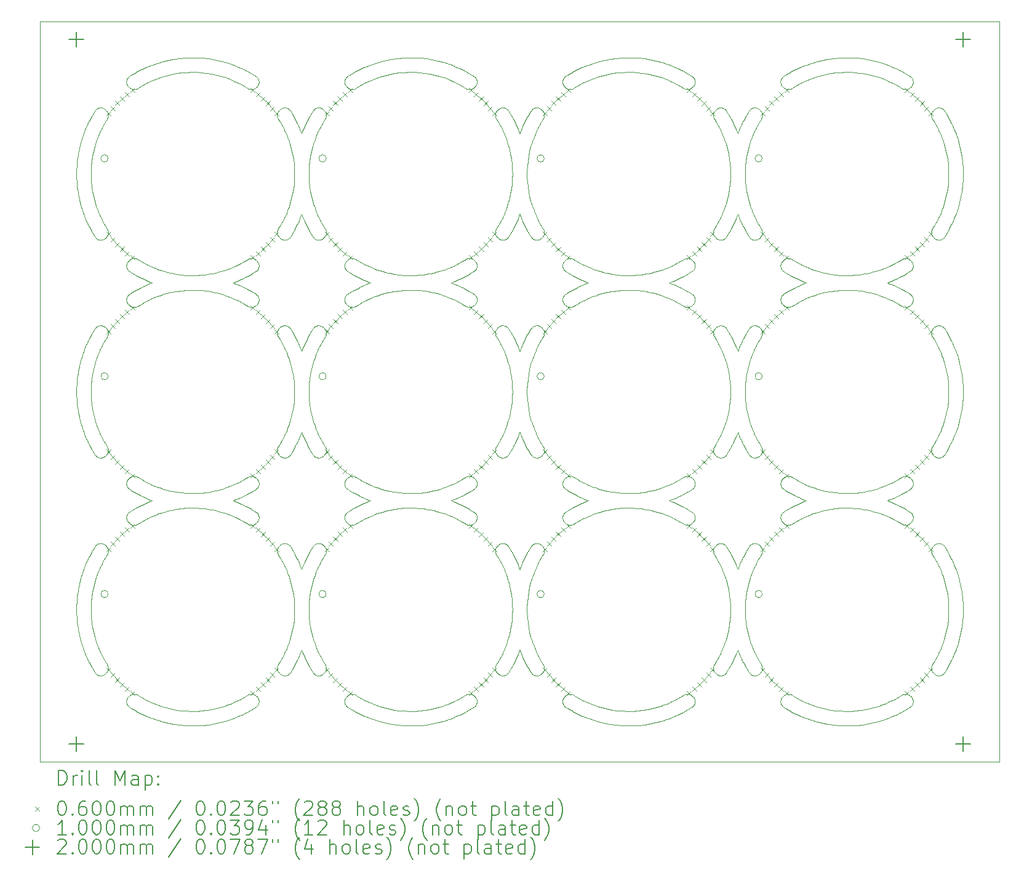
<source format=gbr>
%TF.GenerationSoftware,KiCad,Pcbnew,9.0.1-9.0.1-0~ubuntu24.04.1*%
%TF.CreationDate,2025-04-05T17:55:53+02:00*%
%TF.ProjectId,panel,70616e65-6c2e-46b6-9963-61645f706362,rev?*%
%TF.SameCoordinates,Original*%
%TF.FileFunction,Drillmap*%
%TF.FilePolarity,Positive*%
%FSLAX45Y45*%
G04 Gerber Fmt 4.5, Leading zero omitted, Abs format (unit mm)*
G04 Created by KiCad (PCBNEW 9.0.1-9.0.1-0~ubuntu24.04.1) date 2025-04-05 17:55:53*
%MOMM*%
%LPD*%
G01*
G04 APERTURE LIST*
%ADD10C,0.100000*%
%ADD11C,0.200000*%
G04 APERTURE END LIST*
D10*
X3930301Y-4327448D02*
X3928491Y-4331488D01*
X3937161Y-2902407D02*
X3937282Y-2906832D01*
X7324472Y-6700162D02*
X7390651Y-6665509D01*
X2866832Y-6928391D02*
X2862873Y-6926320D01*
X2083367Y-3700014D02*
X2081146Y-3700041D01*
X3008589Y-3812038D02*
X3009507Y-3816312D01*
X3384842Y-1190613D02*
X3389184Y-1191641D01*
X12007463Y-3391973D02*
X12006134Y-3396138D01*
X6576742Y-7485082D02*
X6599247Y-7542925D01*
X12492806Y-1962700D02*
X12492587Y-1960490D01*
X6600029Y-1542916D02*
X6607646Y-1521807D01*
X2358911Y-9475635D02*
X2424464Y-9461645D01*
X9771718Y-5543433D02*
X9794470Y-5606483D01*
X6771015Y-2541324D02*
X6771717Y-2543430D01*
X9760866Y-5975499D02*
X9758315Y-5971912D01*
X12297873Y-5823769D02*
X12331149Y-5765582D01*
X2843754Y-3516303D02*
X2839812Y-3518367D01*
X9936869Y-2915675D02*
X9936337Y-2920070D01*
X8905630Y-3262166D02*
X8910097Y-3262233D01*
X9261956Y-4287832D02*
X9262321Y-4283499D01*
X6297873Y-2823769D02*
X6331149Y-2765582D01*
X3002328Y-6328035D02*
X3004113Y-6332026D01*
X11687871Y-829527D02*
X11685855Y-828596D01*
X10258393Y-6930628D02*
X10254386Y-6928841D01*
X9467281Y-7269594D02*
X9469585Y-7273401D01*
X2988626Y-6773618D02*
X2991436Y-6776968D01*
X9542613Y-1408767D02*
X9544530Y-1412783D01*
X6920739Y-4344726D02*
X6919542Y-4346597D01*
X6320317Y-8998440D02*
X6316541Y-8996062D01*
X3380453Y-7189803D02*
X3384842Y-7190613D01*
X8883546Y-6265146D02*
X8887892Y-6264112D01*
X6006134Y-9396138D02*
X6004603Y-9400234D01*
X1270871Y-3934786D02*
X1266646Y-3933604D01*
X2936332Y-9267251D02*
X2940509Y-9268837D01*
X3914004Y-2967433D02*
X3910950Y-2970640D01*
X916895Y-2964080D02*
X914004Y-2967433D01*
X1876534Y-3717801D02*
X1874342Y-3718156D01*
X8985657Y-6770409D02*
X8988626Y-6773618D01*
X2839812Y-9518367D02*
X2772797Y-9551372D01*
X2290558Y-6486777D02*
X2356723Y-6476046D01*
X10239367Y-3279975D02*
X10242952Y-3277445D01*
X924284Y-8860509D02*
X926483Y-8864351D01*
X11887892Y-6935674D02*
X11883546Y-6934640D01*
X8987765Y-9306325D02*
X8990623Y-9309633D01*
X10262483Y-3932216D02*
X10258393Y-3930628D01*
X837417Y-4188382D02*
X841805Y-4188714D01*
X12264664Y-1270678D02*
X12265855Y-1266496D01*
X6007091Y-6859541D02*
X6005702Y-6863686D01*
X13199547Y-10199664D02*
X13199571Y-10198684D01*
X8975863Y-3761700D02*
X8979267Y-3764443D01*
X841805Y-6011072D02*
X837417Y-6011404D01*
X12472001Y-1823558D02*
X12457201Y-1758182D01*
X4998466Y-503083D02*
X5002907Y-502808D01*
X6875272Y-6000873D02*
X6871342Y-6002855D01*
X3417428Y-2995160D02*
X3413695Y-2997605D01*
X9384842Y-1190613D02*
X9389185Y-1191641D01*
X11918994Y-3936753D02*
X11914555Y-3937263D01*
X882816Y-2996344D02*
X879099Y-2998701D01*
X11221735Y-705260D02*
X11219523Y-705068D01*
X7235910Y-3282676D02*
X7239367Y-3279975D01*
X3772725Y-2988473D02*
X3769526Y-2985451D01*
X9883733Y-5793911D02*
X9884835Y-5795838D01*
X3271633Y-5865685D02*
X3273704Y-5861862D01*
X11918994Y-6263032D02*
X11923402Y-6263762D01*
X8875033Y-931931D02*
X8870888Y-930263D01*
X7266646Y-6266182D02*
X7270871Y-6264999D01*
X2912890Y-3722019D02*
X2968673Y-3756726D01*
X9000351Y-6324136D02*
X9002328Y-6328035D01*
X6437991Y-8510451D02*
X6438640Y-8508327D01*
X9436883Y-2976904D02*
X9434032Y-2980337D01*
X9758315Y-2971912D02*
X9752818Y-2963767D01*
X5940509Y-6930949D02*
X5936332Y-6932535D01*
X3264170Y-5886049D02*
X3265265Y-5881841D01*
X9779549Y-1205757D02*
X9783156Y-1203236D01*
X12277089Y-5956736D02*
X12274751Y-5953071D01*
X6277089Y-2956736D02*
X6274751Y-2953071D01*
X1201553Y-786397D02*
X1203946Y-782667D01*
X6926709Y-1250415D02*
X6928695Y-1254372D01*
X5866832Y-6271394D02*
X5870888Y-6269522D01*
X3930484Y-7258422D02*
X3932072Y-7262555D01*
X3700000Y-8133410D02*
X3700055Y-8135630D01*
X3349372Y-4190296D02*
X3353774Y-4189564D01*
X6297873Y-8823769D02*
X6331149Y-8765582D01*
X6272593Y-8949296D02*
X6270620Y-8945421D01*
X6401833Y-7195996D02*
X6405887Y-7197860D01*
X4686496Y-9645659D02*
X4614796Y-9624694D01*
X4541925Y-6599528D02*
X4539982Y-6598854D01*
X7279470Y-936526D02*
X7275149Y-935761D01*
X9733905Y-1791867D02*
X9720727Y-1857589D01*
X9769526Y-4214334D02*
X9772725Y-4211313D01*
X879099Y-7201085D02*
X882816Y-7203441D01*
X4232588Y-6285544D02*
X4235910Y-6282676D01*
X1197333Y-3794188D02*
X1199347Y-3790240D01*
X3007463Y-807813D02*
X3008589Y-812038D01*
X4214826Y-6896631D02*
X4211769Y-6893420D01*
X9424508Y-7210056D02*
X9427837Y-7213028D01*
X8959935Y-9279755D02*
X8963461Y-9282498D01*
X6483988Y-5308015D02*
X6484316Y-5305819D01*
X7466538Y-6630440D02*
X7535816Y-6602494D01*
X7206151Y-6886568D02*
X7203602Y-6882942D01*
X11910097Y-3937552D02*
X11905629Y-3937619D01*
X10283823Y-9262706D02*
X10288197Y-9262366D01*
X1266646Y-933604D02*
X1262483Y-932216D01*
X539546Y-2455341D02*
X538563Y-2451001D01*
X2685853Y-6828595D02*
X2624329Y-6801989D01*
X6437990Y-7689332D02*
X6416804Y-7625738D01*
X10480031Y-6355318D02*
X10482023Y-6356300D01*
X8923402Y-3936023D02*
X8918994Y-3936753D01*
X10252421Y-3457228D02*
X10229028Y-3441858D01*
X6397690Y-9005450D02*
X6393471Y-9006903D01*
X9275958Y-1341644D02*
X9273704Y-1337924D01*
X1924043Y-509542D02*
X1998466Y-503083D01*
X6875272Y-9000873D02*
X6871342Y-9002855D01*
X6854799Y-4190990D02*
X6859039Y-4192170D01*
X3639877Y-5755115D02*
X3638060Y-5751053D01*
X2910097Y-6262233D02*
X2914555Y-6262522D01*
X2990623Y-3309633D02*
X2993317Y-3313077D01*
X8988626Y-773618D02*
X8991437Y-776968D01*
X6928491Y-5868297D02*
X6930301Y-5872338D01*
X9879100Y-8998701D02*
X9875272Y-9000873D01*
X758315Y-2971912D02*
X752817Y-2963767D01*
X1242952Y-3922341D02*
X1239367Y-3919811D01*
X3376030Y-9010575D02*
X3371583Y-9010947D01*
X6275958Y-5858142D02*
X6296721Y-5825673D01*
X2901164Y-6262321D02*
X2905629Y-6262166D01*
X3279602Y-2960285D02*
X3277089Y-2956736D01*
X1212186Y-3772246D02*
X1215263Y-3769057D01*
X3367123Y-4188688D02*
X3371583Y-4188839D01*
X10390651Y-6534276D02*
X10324472Y-6499623D01*
X12467281Y-2930191D02*
X12442058Y-2969633D01*
X12438640Y-1691458D02*
X12437991Y-1689335D01*
X8808572Y-3892730D02*
X8749977Y-3860177D01*
X3262596Y-4305186D02*
X3262121Y-4300864D01*
X6752817Y-2963767D02*
X6750420Y-2960018D01*
X7535816Y-3602494D02*
X7539982Y-3600932D01*
X4320583Y-3497462D02*
X4256199Y-3459579D01*
X3936869Y-5915675D02*
X3936337Y-5920070D01*
X8358908Y-724150D02*
X8356726Y-723740D01*
X10192309Y-9340813D02*
X10193691Y-9336602D01*
X10334788Y-6927234D02*
X10330855Y-6929179D01*
X6794657Y-1196773D02*
X6798686Y-1195002D01*
X1242952Y-9277445D02*
X1246656Y-9275093D01*
X3390886Y-4559123D02*
X3363521Y-4497933D01*
X12004113Y-6867759D02*
X12002328Y-6871750D01*
X3413695Y-5997605D02*
X3409845Y-5999862D01*
X766478Y-2982277D02*
X763589Y-2978957D01*
X2879256Y-933391D02*
X2875033Y-931931D01*
X12436883Y-5976904D02*
X12434032Y-5980337D01*
X6926483Y-8864351D02*
X6928491Y-8868297D01*
X6837417Y-6011404D02*
X6833017Y-6011521D01*
X9710157Y-8271505D02*
X9710431Y-8273709D01*
X5879256Y-6266394D02*
X5883546Y-6265146D01*
X4310031Y-3935915D02*
X4305704Y-3936642D01*
X4225385Y-3439333D02*
X4221871Y-3436633D01*
X9279602Y-5960285D02*
X9277090Y-5956736D01*
X12691971Y-5255738D02*
X12691532Y-5260166D01*
X8979267Y-6435342D02*
X8975863Y-6438085D01*
X9886413Y-7205977D02*
X9889882Y-7208686D01*
X9933315Y-5880661D02*
X9934511Y-5884924D01*
X3932072Y-2937231D02*
X3930484Y-2941364D01*
X5940509Y-930949D02*
X5936332Y-932535D01*
X790719Y-7198739D02*
X794657Y-7196773D01*
X1252421Y-742557D02*
X1256199Y-740206D01*
X8624329Y-6397796D02*
X8685853Y-6371191D01*
X1252421Y-6742557D02*
X1256199Y-6740206D01*
X8975863Y-6438085D02*
X8972329Y-6440659D01*
X12427837Y-4213028D02*
X12431014Y-4216162D01*
X6312887Y-7206287D02*
X6316541Y-7203724D01*
X2982535Y-9432437D02*
X2979267Y-9435342D01*
X10542872Y-6815366D02*
X10482025Y-6843485D01*
X3882816Y-5996344D02*
X3879099Y-5998701D01*
X9434032Y-1219449D02*
X9436883Y-1222882D01*
X1201553Y-6413389D02*
X1199347Y-6409545D01*
X9262596Y-5894599D02*
X9263280Y-5890305D01*
X6937184Y-1288527D02*
X6937282Y-1292953D01*
X2944602Y-6270628D02*
X2948600Y-6272621D01*
X10541927Y-6600257D02*
X10542649Y-6599986D01*
X12603829Y-1554700D02*
X12605339Y-1558886D01*
X6776069Y-4208451D02*
X6779549Y-4205757D01*
X10390651Y-9534276D02*
X10324472Y-9499623D01*
X12384842Y-4190613D02*
X12389184Y-4191641D01*
X3393471Y-6006903D02*
X3389184Y-6008145D01*
X10235910Y-3917109D02*
X10232588Y-3914242D01*
X2011938Y-702665D02*
X1945159Y-708462D01*
X2546484Y-563568D02*
X2550754Y-564817D01*
X9772725Y-5988473D02*
X9769526Y-5985451D01*
X1189521Y-3819507D02*
X1190297Y-3815144D01*
X122Y-10199762D02*
X1102Y-10199786D01*
X11288355Y-9487079D02*
X11290555Y-9486778D01*
X10212186Y-3772246D02*
X10215263Y-3769057D01*
X3828617Y-7188364D02*
X3833017Y-7188265D01*
X9700000Y-5133410D02*
X9700055Y-5135630D01*
X1229410Y-6288570D02*
X1232588Y-6285544D01*
X3752817Y-4236019D02*
X3758315Y-4227874D01*
X10208876Y-6890063D02*
X10206151Y-6886568D01*
X9000955Y-3408177D02*
X8998845Y-3412007D01*
X6863216Y-9006231D02*
X6859039Y-9007616D01*
X9926484Y-7335435D02*
X9924284Y-7339277D01*
X750420Y-1239768D02*
X752817Y-1236019D01*
X4191287Y-3810824D02*
X4192489Y-3806558D01*
X6806979Y-9007723D02*
X6802796Y-9006355D01*
X12261856Y-5903261D02*
X12262121Y-5898921D01*
X4674609Y-3433808D02*
X4738945Y-3452621D01*
X4197333Y-9405598D02*
X4195515Y-9401556D01*
X4262483Y-932216D02*
X4258393Y-930628D01*
X7188494Y-3832752D02*
X7188619Y-3828322D01*
X9850898Y-7466854D02*
X9822028Y-7527348D01*
X11749975Y-3860175D02*
X11748008Y-3859145D01*
X4214826Y-3303155D02*
X4229410Y-3288570D01*
X3297872Y-4376014D02*
X3296722Y-4374114D01*
X12296721Y-4374112D02*
X12275958Y-4341644D01*
X10195278Y-6867321D02*
X10193691Y-6863184D01*
X3935589Y-2924434D02*
X3934627Y-2928756D01*
X5909055Y-719762D02*
X5912890Y-722019D01*
X5083369Y-9499772D02*
X5150394Y-9498943D01*
X9937185Y-5911259D02*
X9936869Y-5915675D01*
X3931911Y-1323324D02*
X3930301Y-1327448D01*
X9933315Y-1319125D02*
X9931911Y-1323324D01*
X9336459Y-3005997D02*
X9332288Y-3004411D01*
X3438640Y-7691458D02*
X3437991Y-7689335D01*
X9324207Y-9000627D02*
X9320317Y-8998440D01*
X9710157Y-2271505D02*
X9710431Y-2273709D01*
X5982535Y-3432437D02*
X5979267Y-3435342D01*
X9932072Y-4262555D02*
X9933454Y-4266761D01*
X6850507Y-1190020D02*
X6854799Y-1190990D01*
X914004Y-5967433D02*
X910950Y-5970640D01*
X12424507Y-7210056D02*
X12427837Y-7213028D01*
X936869Y-7284111D02*
X937184Y-7288527D01*
X1197067Y-6328410D02*
X1199054Y-6324448D01*
X11866832Y-6271394D02*
X11870888Y-6269522D01*
X6854799Y-3008796D02*
X6850507Y-3009766D01*
X12362564Y-2703859D02*
X12363520Y-2701855D01*
X609260Y-1517660D02*
X638060Y-1448733D01*
X6926709Y-7250415D02*
X6928695Y-7254372D01*
X2083369Y-9499772D02*
X2150394Y-9498943D01*
X6005702Y-6863686D02*
X6004113Y-6867759D01*
X12397690Y-6005450D02*
X12393471Y-6006903D01*
X5944602Y-3929157D02*
X5940509Y-3930949D01*
X8626118Y-9610778D02*
X8621914Y-9612237D01*
X8875033Y-3267854D02*
X8879256Y-3266394D01*
X11493547Y-3443287D02*
X11557398Y-3422889D01*
X3776069Y-4208451D02*
X3779549Y-4205757D01*
X4330855Y-6929179D02*
X4326832Y-6930930D01*
X3436883Y-4222882D02*
X3439561Y-4226452D01*
X8998187Y-879449D02*
X8995840Y-883138D01*
X3766478Y-7217509D02*
X3769526Y-7214334D01*
X6484317Y-8305816D02*
X6492586Y-8239299D01*
X4195278Y-3867321D02*
X4193690Y-3863184D01*
X7270871Y-3264999D02*
X7275149Y-3264024D01*
X8927768Y-935075D02*
X8923402Y-936023D01*
X4199347Y-6409545D02*
X4197333Y-6405598D01*
X6332288Y-4195375D02*
X6336459Y-4193789D01*
X2963461Y-917288D02*
X2959935Y-920031D01*
X1191287Y-3810824D02*
X1192489Y-3806558D01*
X1334788Y-927234D02*
X1330855Y-929179D01*
X11972329Y-6440659D02*
X11968673Y-6443059D01*
X6296721Y-4374112D02*
X6275958Y-4341644D01*
X500110Y-2058092D02*
X503804Y-1983483D01*
X2932081Y-6933912D02*
X2927768Y-6935075D01*
X2972329Y-6759126D02*
X2975863Y-6761700D01*
X5221738Y-9494525D02*
X5288353Y-9487079D01*
X3638060Y-1448733D02*
X3639877Y-1444671D01*
X5862873Y-6273466D02*
X5866832Y-6271394D01*
X10203602Y-882942D02*
X10201234Y-879196D01*
X3497776Y-2170236D02*
X3497886Y-2168018D01*
X2944602Y-6929157D02*
X2940509Y-6930949D01*
X9271633Y-7334101D02*
X9269750Y-7330182D01*
X6010029Y-9353018D02*
X6010591Y-9357354D01*
X6850507Y-4190019D02*
X6854799Y-4190990D01*
X1542648Y-3599799D02*
X1541927Y-3599529D01*
X700055Y-2064155D02*
X700000Y-2066375D01*
X6599247Y-2656860D02*
X6576742Y-2714704D01*
X3758315Y-1227874D02*
X3760866Y-1224286D01*
X3734397Y-5410089D02*
X3750809Y-5475079D01*
X9936823Y-7301793D02*
X9936267Y-7306186D01*
X4192489Y-806558D02*
X4193899Y-802357D01*
X12269750Y-5869604D02*
X12271633Y-5865685D01*
X11995840Y-3883138D02*
X11993317Y-3886709D01*
X7203946Y-9417119D02*
X7201553Y-9413389D01*
X1254386Y-3928841D02*
X1250470Y-3926862D01*
X12362661Y-7188759D02*
X12367123Y-7188688D01*
X9324207Y-1199158D02*
X9328200Y-1197166D01*
X12285127Y-4232788D02*
X12288127Y-4229640D01*
X3424507Y-7210056D02*
X3427837Y-7213028D01*
X3833017Y-9011521D02*
X3828617Y-9011422D01*
X6456656Y-4756025D02*
X6438641Y-4691461D01*
X6264170Y-8886049D02*
X6265265Y-8881842D01*
X7225384Y-6760452D02*
X7229028Y-6757927D01*
X6358207Y-1189051D02*
X6362661Y-1188759D01*
X3871342Y-6002855D02*
X3867321Y-6004642D01*
X6279602Y-4239501D02*
X6282283Y-4236078D01*
X2474287Y-9655403D02*
X2469960Y-9656440D01*
X5356723Y-723740D02*
X5290558Y-713008D01*
X6492806Y-2237084D02*
X6497776Y-2170238D01*
X12009507Y-3383473D02*
X12008589Y-3387748D01*
X6390886Y-1559123D02*
X6363521Y-1497933D01*
X500000Y-5062540D02*
X500110Y-5058092D01*
X794470Y-7593303D02*
X771717Y-7656353D01*
X822027Y-7527351D02*
X821120Y-7529378D01*
X9930301Y-2872338D02*
X9931911Y-2876462D01*
X523876Y-5377757D02*
X523109Y-5373374D01*
X8923402Y-9263762D02*
X8927768Y-9264710D01*
X5839812Y-6518367D02*
X5772797Y-6551372D01*
X6937184Y-4288527D02*
X6937282Y-4292953D01*
X7201234Y-879196D02*
X7199054Y-875337D01*
X3772725Y-1211313D02*
X3776069Y-1208451D01*
X639877Y-1444671D02*
X672051Y-1377253D01*
X933454Y-7266761D02*
X934627Y-7271030D01*
X3262121Y-4300864D02*
X3261856Y-4296525D01*
X2749975Y-860175D02*
X2748008Y-859145D01*
X1203602Y-3882942D02*
X1201234Y-3879196D01*
X9776069Y-8991334D02*
X9772725Y-8988473D01*
X6772725Y-2988473D02*
X6769526Y-2985451D01*
X11932081Y-6265874D02*
X11936332Y-6267251D01*
X8696066Y-615231D02*
X8700192Y-616896D01*
X7246656Y-3275093D02*
X7250470Y-3272924D01*
X12261856Y-7296524D02*
X12261801Y-7292177D01*
X5839812Y-3681419D02*
X5843754Y-3683483D01*
X9837417Y-4188382D02*
X9841805Y-4188714D01*
X6268837Y-7258330D02*
X6270620Y-7254364D01*
X1208876Y-3890063D02*
X1206151Y-3886568D01*
X5358911Y-6475635D02*
X5424464Y-6461645D01*
X7738945Y-6747165D02*
X7674609Y-6765977D01*
X9926709Y-8949371D02*
X9924530Y-8953225D01*
X12353774Y-9010222D02*
X12349372Y-9009489D01*
X9919617Y-5960588D02*
X9916895Y-5964080D01*
X1808458Y-3730522D02*
X1806286Y-3730985D01*
X1189430Y-9353782D02*
X1190176Y-9349413D01*
X1462454Y-3567580D02*
X1394643Y-3536242D01*
X8557400Y-9422888D02*
X8559498Y-9422160D01*
X6336459Y-3005997D02*
X6332288Y-3004411D01*
X12681658Y-5338698D02*
X12668787Y-5412283D01*
X934511Y-8884924D02*
X935496Y-8889240D01*
X3833017Y-7188265D02*
X3837417Y-7188382D01*
X12266562Y-1322094D02*
X12265265Y-1317944D01*
X5998186Y-3879449D02*
X5995840Y-3883138D01*
X5288353Y-712706D02*
X5221738Y-705260D01*
X4945157Y-6708462D02*
X4942950Y-6708708D01*
X6920740Y-2855062D02*
X6921898Y-2856778D01*
X7252421Y-9457228D02*
X7229028Y-9441858D01*
X8994081Y-780450D02*
X8996552Y-784056D01*
X12008589Y-6812038D02*
X12009507Y-6816312D01*
X6709535Y-2892245D02*
X6674066Y-2826500D01*
X12011003Y-6370453D02*
X12010716Y-6374816D01*
X12469585Y-8926384D02*
X12467281Y-8930191D01*
X5963461Y-917288D02*
X5959935Y-920031D01*
X12499544Y-5098780D02*
X12497886Y-5031771D01*
X6320317Y-5998440D02*
X6316541Y-5996062D01*
X9328200Y-9002619D02*
X9324207Y-9000627D01*
X12320317Y-2998440D02*
X12316541Y-2996062D01*
X7292583Y-3262239D02*
X7296970Y-3262327D01*
X9798686Y-9004784D02*
X9794657Y-9003013D01*
X12275958Y-8858142D02*
X12296721Y-8825674D01*
X12302750Y-7215016D02*
X12305984Y-7211939D01*
X9312887Y-8993499D02*
X9309365Y-8990758D01*
X9262321Y-4283499D02*
X9262895Y-4279189D01*
X12302750Y-8984769D02*
X12288127Y-8970146D01*
X3010029Y-3846768D02*
X3009257Y-3851072D01*
X6935496Y-7310546D02*
X6934511Y-7314862D01*
X9320317Y-8998440D02*
X9316541Y-8996062D01*
X6000955Y-6408177D02*
X5998845Y-6412007D01*
X6331149Y-1434204D02*
X6297873Y-1376016D01*
X12305984Y-2987846D02*
X12302750Y-2984769D01*
X3841805Y-9011072D02*
X3837417Y-9011404D01*
X6312887Y-2993499D02*
X6309365Y-2990758D01*
X4229410Y-6288570D02*
X4232588Y-6285544D01*
X12358207Y-6010734D02*
X12353774Y-6010221D01*
X9349372Y-9009489D02*
X9345012Y-9008539D01*
X3846172Y-3010526D02*
X3841805Y-3011072D01*
X5221738Y-3494525D02*
X5288353Y-3487079D01*
X6833017Y-9011521D02*
X6828617Y-9011422D01*
X9413695Y-7202180D02*
X9417428Y-7204625D01*
X5557400Y-3422888D02*
X5559498Y-3422160D01*
X1360928Y-3910637D02*
X1359042Y-3911810D01*
X1314318Y-6264807D02*
X1318554Y-6265953D01*
X10539982Y-9598854D02*
X10535816Y-9597292D01*
X9358208Y-9010734D02*
X9353774Y-9010222D01*
X12297872Y-4376014D02*
X12296722Y-4374114D01*
X12492806Y-5237084D02*
X12497776Y-5170238D01*
X6421035Y-4207253D02*
X6424507Y-4210056D01*
X4326832Y-930930D02*
X4322728Y-932483D01*
X3345012Y-4191246D02*
X3349372Y-4190296D01*
X6267248Y-4262377D02*
X6268837Y-4258330D01*
X6751407Y-4722565D02*
X6750810Y-4724704D01*
X6879099Y-7201085D02*
X6882816Y-7203441D01*
X9000351Y-875650D02*
X8998187Y-879449D01*
X5002907Y-502808D02*
X5076355Y-500081D01*
X12389184Y-1191641D02*
X12393471Y-1192883D01*
X6262596Y-7305186D02*
X6262121Y-7300864D01*
X7206151Y-9313218D02*
X7208876Y-9309723D01*
X10221871Y-3763153D02*
X10225385Y-3760452D01*
X3336459Y-6005997D02*
X3332288Y-6004411D01*
X3010217Y-9379159D02*
X3009507Y-9383474D01*
X2772797Y-6648413D02*
X2839812Y-6681419D01*
X3008277Y-6344453D02*
X3009257Y-6348714D01*
X9934511Y-5884924D02*
X9935496Y-5889240D01*
X4301347Y-9262629D02*
X4305704Y-9263144D01*
X8998845Y-9412007D02*
X8996552Y-9415729D01*
X1876537Y-3481985D02*
X1942947Y-3491077D01*
X9384842Y-9009172D02*
X9380453Y-9009983D01*
X8011938Y-6702665D02*
X7945159Y-6708462D01*
X3936869Y-8915675D02*
X3936337Y-8920070D01*
X6010716Y-824970D02*
X6011003Y-829333D01*
X6760866Y-4224286D02*
X6763589Y-4220829D01*
X3268058Y-1326177D02*
X3266562Y-1322094D01*
X4279470Y-936526D02*
X4275149Y-935761D01*
X10686496Y-9645659D02*
X10614796Y-9624694D01*
X3926483Y-1335435D02*
X3924284Y-1339277D01*
X8083369Y-6499772D02*
X8150394Y-6498943D01*
X9824228Y-4188678D02*
X9828618Y-4188364D01*
X9924530Y-1246561D02*
X9926709Y-1250415D01*
X5910097Y-6262233D02*
X5914555Y-6262522D01*
X9882816Y-8996344D02*
X9879100Y-8998701D01*
X3472439Y-5374045D02*
X3483988Y-5308018D01*
X5952495Y-924975D02*
X5948600Y-927164D01*
X4201553Y-6786397D02*
X4203946Y-6782667D01*
X1686496Y-554127D02*
X1690796Y-552984D01*
X910950Y-5970640D02*
X896402Y-5985189D01*
X4320583Y-702323D02*
X4324472Y-700162D01*
X6766478Y-7217509D02*
X6769526Y-7214334D01*
X4420645Y-875563D02*
X4418703Y-876642D01*
X12010716Y-3374816D02*
X12010217Y-3379159D01*
X9934511Y-8884924D02*
X9935496Y-8889240D01*
X7193690Y-9336602D02*
X7195278Y-9332464D01*
X5685855Y-3371190D02*
X5687871Y-3370258D01*
X5150394Y-6700843D02*
X5083369Y-6700014D01*
X10544913Y-6814483D02*
X10542874Y-6815365D01*
X6933315Y-1319125D02*
X6931911Y-1323324D01*
X4945160Y-9491324D02*
X5011938Y-9497120D01*
X9772725Y-8988473D02*
X9769526Y-8985451D01*
X9542613Y-5791019D02*
X9508782Y-5857621D01*
X6427837Y-2986758D02*
X6424507Y-2989730D01*
X4338622Y-3925099D02*
X4334788Y-3927234D01*
X3336459Y-3005997D02*
X3332288Y-3004411D01*
X2356726Y-9476046D02*
X2358908Y-9475636D01*
X7246656Y-9275093D02*
X7250470Y-9272924D01*
X11914555Y-3937263D02*
X11910097Y-3937552D01*
X4390651Y-3534276D02*
X4324472Y-3499623D01*
X1738947Y-3452621D02*
X1741093Y-3453192D01*
X5927768Y-3264710D02*
X5932081Y-3265874D01*
X523109Y-2373374D02*
X512063Y-2299493D01*
X9261956Y-1287832D02*
X9262321Y-1283499D01*
X3935496Y-5889240D02*
X3936267Y-5893600D01*
X3302750Y-1215017D02*
X3305984Y-1211939D01*
X5748008Y-6340640D02*
X5749975Y-6339610D01*
X3822027Y-1527351D02*
X3821120Y-1529378D01*
X3766478Y-1217509D02*
X3769526Y-1214334D01*
X1225385Y-760452D02*
X1229028Y-757927D01*
X4279470Y-6263259D02*
X4283823Y-6262706D01*
X9750810Y-2475081D02*
X9751407Y-2477220D01*
X6893214Y-2988225D02*
X6889882Y-2991100D01*
X1738947Y-6452621D02*
X1741093Y-6453192D01*
X3270620Y-8945421D02*
X3268837Y-8941456D01*
X6270620Y-4254364D02*
X6272593Y-4250490D01*
X6367123Y-4188688D02*
X6371583Y-4188839D01*
X7296970Y-3262327D02*
X7301347Y-3262629D01*
X10310031Y-6935915D02*
X10305704Y-6936642D01*
X2290555Y-3713008D02*
X2288355Y-3712707D01*
X5624329Y-6397796D02*
X5685853Y-6371191D01*
X3261856Y-5903261D02*
X3262121Y-5898921D01*
X3353774Y-1189564D02*
X3358207Y-1189051D01*
X557837Y-7672017D02*
X559033Y-7667731D01*
X2685855Y-3371190D02*
X2687871Y-3370258D01*
X2923402Y-3263762D02*
X2927768Y-3264710D01*
X3008277Y-3344453D02*
X3009257Y-3348714D01*
X2912890Y-6722019D02*
X2968673Y-6756726D01*
X3916895Y-1235706D02*
X3919617Y-1239198D01*
X9264170Y-5886049D02*
X9265265Y-5881841D01*
X3850507Y-4190019D02*
X3854799Y-4190990D01*
X933454Y-8933025D02*
X932072Y-8937231D01*
X7296970Y-6262327D02*
X7301347Y-6262629D01*
X7190297Y-815144D02*
X7191287Y-810824D01*
X9008278Y-3344453D02*
X9009258Y-3348714D01*
X5870888Y-9269523D02*
X5875033Y-9267854D01*
X7188588Y-6362603D02*
X7188900Y-6358182D01*
X1420644Y-875563D02*
X1418703Y-876642D01*
X6363521Y-8701853D02*
X6390886Y-8640663D01*
X9750420Y-2960018D02*
X9711744Y-2896108D01*
X9492806Y-1962700D02*
X9492587Y-1960490D01*
X3497776Y-8170236D02*
X3497886Y-8168018D01*
X1203946Y-782667D02*
X1206520Y-779059D01*
X936869Y-8915675D02*
X936337Y-8920070D01*
X9393471Y-6006903D02*
X9389185Y-6008145D01*
X4206151Y-886568D02*
X4203602Y-882942D01*
X7326832Y-6930930D02*
X7322728Y-6932483D01*
X6266562Y-1322094D02*
X6265265Y-1317944D01*
X9794657Y-3003013D02*
X9790719Y-3001047D01*
X9261801Y-2907609D02*
X9261856Y-2903261D01*
X5156669Y-500907D02*
X5161184Y-501073D01*
X5959935Y-3920031D02*
X5956276Y-3922596D01*
X9937161Y-7297379D02*
X9936823Y-7301793D01*
X12312887Y-1206287D02*
X12316541Y-1203724D01*
X2972329Y-3440659D02*
X2968673Y-3443059D01*
X9821121Y-2670408D02*
X9822027Y-2672435D01*
X10945157Y-6708462D02*
X10942950Y-6708708D01*
X6819859Y-1189206D02*
X6824228Y-1188678D01*
X6009507Y-9383474D02*
X6008589Y-9387748D01*
X10246656Y-3924693D02*
X10242952Y-3922341D01*
X5944602Y-3270628D02*
X5948600Y-3272621D01*
X6417428Y-1204625D02*
X6421035Y-1207253D01*
X6439561Y-8973333D02*
X6436883Y-8976904D01*
X4283823Y-6262706D02*
X4288197Y-6262366D01*
X815521Y-9009838D02*
X811224Y-9008885D01*
X6271633Y-2865685D02*
X6273704Y-2861862D01*
X3752817Y-2963767D02*
X3750420Y-2960018D01*
X2424464Y-6738141D02*
X2358911Y-6724150D01*
X6926483Y-5864351D02*
X6928491Y-5868297D01*
X9384842Y-7190613D02*
X9389185Y-7191641D01*
X2156669Y-500907D02*
X2161184Y-501073D01*
X1242952Y-3277445D02*
X1246656Y-3275093D01*
X1301347Y-9262629D02*
X1305704Y-9263144D01*
X12011078Y-3366082D02*
X12011003Y-3370453D01*
X3700055Y-2135633D02*
X3703370Y-2202581D01*
X1211769Y-3893420D02*
X1208876Y-3890063D01*
X10195278Y-9332464D02*
X10197067Y-9328410D01*
X9324207Y-4199158D02*
X9328200Y-4197166D01*
X8991437Y-776968D02*
X8994081Y-780450D01*
X5011941Y-3497120D02*
X5014157Y-3497258D01*
X9841805Y-7188714D02*
X9846172Y-7189260D01*
X3456656Y-7756024D02*
X3438641Y-7691461D01*
X9316541Y-4203724D02*
X9320317Y-4201346D01*
X851906Y-2734916D02*
X883732Y-2793909D01*
X9421035Y-7207253D02*
X9424508Y-7210056D01*
X1199054Y-6324448D02*
X1201234Y-6320590D01*
X5219523Y-3494718D02*
X5221735Y-3494525D01*
X11559501Y-9422160D02*
X11622265Y-9398629D01*
X10338622Y-3274686D02*
X10342347Y-3277006D01*
X3919542Y-8853189D02*
X3920739Y-8855060D01*
X4324472Y-700162D02*
X4390651Y-665509D01*
X3262895Y-1279189D02*
X3263677Y-1274912D01*
X8396903Y-9672031D02*
X8392529Y-9672852D01*
X10296970Y-6937459D02*
X10292583Y-6937546D01*
X1390651Y-6534276D02*
X1324472Y-6499623D01*
X750809Y-4724707D02*
X734397Y-4789696D01*
X828617Y-7188364D02*
X833017Y-7188265D01*
X11970085Y-6288494D02*
X11984749Y-6303158D01*
X1542874Y-9384421D02*
X1544912Y-9385302D01*
X9262321Y-7283499D02*
X9262895Y-7279189D01*
X7741096Y-6453192D02*
X7806283Y-6468800D01*
X783156Y-4203236D02*
X786883Y-4200895D01*
X12544530Y-7412783D02*
X12575026Y-7480976D01*
X11991436Y-6776968D02*
X11994080Y-6780450D01*
X7420647Y-9324223D02*
X7480028Y-9355317D01*
X11991436Y-9422818D02*
X11988626Y-9426168D01*
X8940509Y-6268837D02*
X8944602Y-6270628D01*
X6011078Y-6366082D02*
X6011003Y-6370453D01*
X9469585Y-8926384D02*
X9467281Y-8930191D01*
X12285127Y-7232788D02*
X12288127Y-7229640D01*
X10270871Y-9265000D02*
X10275149Y-9264025D01*
X7203946Y-3417119D02*
X7201553Y-3413389D01*
X9934511Y-7314862D02*
X9933315Y-7319125D01*
X4324472Y-3700162D02*
X4390651Y-3665509D01*
X9700055Y-2064155D02*
X9700000Y-2066375D01*
X4242952Y-6277445D02*
X4246656Y-6275093D01*
X12297873Y-8823769D02*
X12331149Y-8765582D01*
X3937184Y-4288527D02*
X3937282Y-4292953D01*
X703370Y-5202583D02*
X703535Y-5204798D01*
X3508782Y-1342165D02*
X3542613Y-1408767D01*
X9919617Y-2960588D02*
X9916895Y-2964080D01*
X11994080Y-3780450D02*
X11996552Y-3784056D01*
X9851906Y-2734916D02*
X9883732Y-2793909D01*
X3266562Y-5877691D02*
X3268058Y-5873609D01*
X6302750Y-8984769D02*
X6288127Y-8970146D01*
X1334788Y-6927234D02*
X1330855Y-6929179D01*
X10480031Y-3355318D02*
X10482023Y-3356300D01*
X3720726Y-7857591D02*
X3720344Y-7859779D01*
X6828617Y-9011422D02*
X6824228Y-9011108D01*
X711744Y-4303678D02*
X750420Y-4239768D01*
X12007463Y-6807813D02*
X12008589Y-6812038D01*
X6328200Y-1197166D02*
X6332288Y-1195375D01*
X6271633Y-7334101D02*
X6269750Y-7330182D01*
X10420647Y-9324223D02*
X10480028Y-9355317D01*
X7232588Y-9285544D02*
X7235910Y-9282676D01*
X9371583Y-6010947D02*
X9367123Y-6011097D01*
X9274752Y-8953071D02*
X9272594Y-8949296D01*
X9910950Y-4229145D02*
X9914004Y-4232353D01*
X12630251Y-8565772D02*
X12628950Y-8570027D01*
X7942947Y-6708709D02*
X7876537Y-6717800D01*
X1191137Y-6345087D02*
X1192309Y-6340813D01*
X1808460Y-3469264D02*
X1874340Y-3481629D01*
X12269750Y-7330182D02*
X12268058Y-7326177D01*
X3937161Y-4297379D02*
X3936822Y-4301793D01*
X9391743Y-4561174D02*
X9390887Y-4559125D01*
X11998845Y-9412007D02*
X11996552Y-9415729D01*
X6264664Y-2929108D02*
X6263677Y-2924874D01*
X1206520Y-3420727D02*
X1203946Y-3417119D01*
X11221738Y-3494525D02*
X11288353Y-3487079D01*
X6332204Y-7436160D02*
X6331150Y-7434206D01*
X871342Y-3002855D02*
X867321Y-3004642D01*
X3824228Y-3011108D02*
X3819859Y-3010580D01*
X7199054Y-875337D02*
X7197067Y-871376D01*
X6439561Y-4226452D02*
X6442058Y-4230152D01*
X710431Y-1926077D02*
X710157Y-1928281D01*
X837417Y-9011404D02*
X833017Y-9011521D01*
X9709535Y-7307541D02*
X9711744Y-7303678D01*
X936267Y-4306186D02*
X935496Y-4310546D01*
X6274751Y-5953071D02*
X6272593Y-5949296D01*
X10418701Y-6876643D02*
X10360930Y-6910636D01*
X7246656Y-924693D02*
X7242952Y-922341D01*
X760866Y-8975499D02*
X758315Y-8971912D01*
X3811224Y-3008885D02*
X3806979Y-3007723D01*
X3279602Y-5960285D02*
X3277089Y-5956736D01*
X3265855Y-2933290D02*
X3264664Y-2929108D01*
X5936332Y-6932535D02*
X5932081Y-6933912D01*
X8624329Y-3397796D02*
X8685853Y-3371191D01*
X10218494Y-6766023D02*
X10221871Y-6763153D01*
X10189430Y-3353782D02*
X10190176Y-3349413D01*
X6331149Y-7434204D02*
X6297873Y-7376016D01*
X6324207Y-3000627D02*
X6320317Y-2998440D01*
X4359042Y-3287975D02*
X4360928Y-3289149D01*
X3936337Y-4279715D02*
X3936869Y-4284111D01*
X5988626Y-3773618D02*
X5991436Y-3776968D01*
X6916895Y-7235706D02*
X6919617Y-7239197D01*
X9010716Y-9374816D02*
X9010217Y-9379159D01*
X3336459Y-9005997D02*
X3332288Y-9004411D01*
X3340704Y-4192411D02*
X3345012Y-4191246D01*
X932072Y-5937231D02*
X930484Y-5941364D01*
X6750809Y-7724707D02*
X6734397Y-7789696D01*
X8914555Y-6937263D02*
X8910097Y-6937552D01*
X3439561Y-1226452D02*
X3442058Y-1230152D01*
X7197333Y-9405598D02*
X7195515Y-9401556D01*
X11963461Y-917288D02*
X11959935Y-920031D01*
X6358207Y-9010734D02*
X6353774Y-9010222D01*
X3296722Y-2825671D02*
X3297872Y-2823771D01*
X3763589Y-1220829D02*
X3766478Y-1217509D01*
X9920740Y-5855062D02*
X9921898Y-5856778D01*
X2557398Y-6776897D02*
X2493547Y-6756499D01*
X2956276Y-3922596D02*
X2952495Y-3924975D01*
X3272593Y-1250490D02*
X3274751Y-1246715D01*
X926483Y-2864351D02*
X928491Y-2868297D01*
X3638060Y-7448733D02*
X3639877Y-7444671D01*
X6268058Y-1326177D02*
X6266562Y-1322094D01*
X9599247Y-5656860D02*
X9576742Y-5714704D01*
X779549Y-5994029D02*
X776069Y-5991334D01*
X6009257Y-851072D02*
X6008277Y-855332D01*
X10192309Y-858973D02*
X10191137Y-854699D01*
X11622265Y-3801157D02*
X11559501Y-3777626D01*
X12506669Y-1338249D02*
X12508782Y-1342165D01*
X3336459Y-7193789D02*
X3340704Y-7192411D01*
X12320317Y-7201346D02*
X12324207Y-7199158D01*
X8979267Y-3764443D02*
X8982535Y-3767349D01*
X6544530Y-7412783D02*
X6575026Y-7480976D01*
X6362564Y-8703859D02*
X6363520Y-8701855D01*
X821120Y-5670408D02*
X822027Y-5672435D01*
X10359042Y-9287975D02*
X10360928Y-9289149D01*
X3934511Y-2884924D02*
X3935496Y-2889240D01*
X3261856Y-4296525D02*
X3261801Y-4292177D01*
X6265855Y-5933290D02*
X6264664Y-5929108D01*
X8914555Y-9262522D02*
X8918994Y-9263032D01*
X7418703Y-6323144D02*
X7420644Y-6324222D01*
X3672051Y-4377253D02*
X3674066Y-4373286D01*
X4190297Y-6384642D02*
X4189521Y-6380278D01*
X5808574Y-9307055D02*
X5810488Y-9305929D01*
X2996552Y-3415729D02*
X2994080Y-3419336D01*
X8235709Y-9694098D02*
X8161184Y-9698713D01*
X5290555Y-3713008D02*
X5288355Y-3712707D01*
X3733906Y-8407921D02*
X3734396Y-8410087D01*
X3417428Y-4204625D02*
X3421035Y-4207253D01*
X752817Y-1236019D02*
X758315Y-1227874D01*
X5491413Y-6443911D02*
X5493545Y-6443288D01*
X794657Y-4196773D02*
X798686Y-4195002D01*
X6409845Y-2999862D02*
X6405887Y-3001925D01*
X1203602Y-9316843D02*
X1206151Y-9313218D01*
X758315Y-8971912D02*
X752817Y-8963767D01*
X557837Y-2527769D02*
X539546Y-2455341D01*
X1609162Y-3411160D02*
X1672489Y-3433131D01*
X3883733Y-2793911D02*
X3884835Y-2795839D01*
X9285127Y-8966997D02*
X9282283Y-8963708D01*
X2993317Y-886709D02*
X2990623Y-890152D01*
X12009257Y-9348714D02*
X12010029Y-9353018D01*
X12439561Y-4226452D02*
X12442058Y-4230152D01*
X10266646Y-6266182D02*
X10270871Y-6264999D01*
X6933454Y-8933025D02*
X6932072Y-8937231D01*
X12397690Y-3005450D02*
X12393471Y-3006903D01*
X2749977Y-6339609D02*
X2808572Y-6307056D01*
X5426627Y-6738658D02*
X5424467Y-6738141D01*
X9846172Y-4189260D02*
X9850507Y-4190019D01*
X10206520Y-9420727D02*
X10203946Y-9417119D01*
X7195515Y-3798230D02*
X7197333Y-3794188D01*
X4203602Y-882942D02*
X4201234Y-879196D01*
X11358908Y-6724150D02*
X11356726Y-6723740D01*
X6302750Y-5984769D02*
X6288127Y-5970146D01*
X11982535Y-9432437D02*
X11979267Y-9435342D01*
X6819859Y-7189206D02*
X6824228Y-7188678D01*
X3002876Y-795536D02*
X3004603Y-799552D01*
X10193900Y-9397429D02*
X10192489Y-9393228D01*
X3851906Y-5734916D02*
X3883732Y-5793908D01*
X10919621Y-9689749D02*
X10845610Y-9679617D01*
X10229028Y-6441858D02*
X10225385Y-6439333D01*
X7342347Y-3277006D02*
X7359040Y-3287974D01*
X12265855Y-4266496D02*
X12267248Y-4262377D01*
X10209269Y-9424203D02*
X10206520Y-9420727D01*
X12650328Y-8493819D02*
X12630251Y-8565772D01*
X795276Y-4591231D02*
X794471Y-4593300D01*
X6734397Y-5410089D02*
X6750809Y-5475079D01*
X7215263Y-6769057D02*
X7218494Y-6766023D01*
X11810490Y-3305927D02*
X11859021Y-3275731D01*
X10254386Y-928841D02*
X10250470Y-926862D01*
X720727Y-2342197D02*
X733905Y-2407919D01*
X5959935Y-920031D02*
X5956276Y-922596D01*
X1203946Y-3782667D02*
X1206520Y-3779059D01*
X896402Y-4214597D02*
X910950Y-4229145D01*
X3734396Y-7789699D02*
X3733906Y-7791865D01*
X3790719Y-7198739D02*
X3794657Y-7196773D01*
X11936332Y-6932535D02*
X11932081Y-6933912D01*
X12279602Y-8960285D02*
X12277089Y-8956737D01*
X4480028Y-6844468D02*
X4420647Y-6875562D01*
X6010716Y-6374816D02*
X6010217Y-6379159D01*
X2014157Y-6702528D02*
X2011941Y-6702665D01*
X12389184Y-7191641D02*
X12393471Y-7192883D01*
X6457201Y-8441603D02*
X6472001Y-8376228D01*
X7225384Y-9439334D02*
X7221871Y-9436633D01*
X6599247Y-5656860D02*
X6576742Y-5714704D01*
X11810490Y-9305927D02*
X11859021Y-9275732D01*
X9821120Y-1529380D02*
X9795277Y-1591228D01*
X8984749Y-3896628D02*
X8970085Y-3911292D01*
X11221738Y-6494525D02*
X11288353Y-6487079D01*
X3484317Y-5305817D02*
X3492586Y-5239299D01*
X6008589Y-9387748D02*
X6007463Y-9391973D01*
X3439561Y-7226452D02*
X3442058Y-7230152D01*
X7324472Y-9499623D02*
X7320582Y-9497462D01*
X9362661Y-7188759D02*
X9367123Y-7188688D01*
X12682316Y-5334297D02*
X12681658Y-5338698D01*
X9269750Y-1330182D02*
X9268058Y-1326177D01*
X3376030Y-1189211D02*
X3380453Y-1189803D01*
X11909055Y-6719762D02*
X11912890Y-6722019D01*
X3296721Y-1374112D02*
X3275958Y-1341644D01*
X8314382Y-9685415D02*
X8240142Y-9693714D01*
X11936332Y-6267251D02*
X11940509Y-6268837D01*
X1535816Y-6597292D02*
X1466538Y-6569346D01*
X10239367Y-6279975D02*
X10242952Y-6277445D01*
X9711744Y-2896108D02*
X9709535Y-2892245D01*
X10188588Y-6362603D02*
X10188901Y-6358182D01*
X6720343Y-4859781D02*
X6710431Y-4926074D01*
X10214826Y-6303155D02*
X10229410Y-6288570D01*
X6007091Y-9340245D02*
X6008277Y-9344453D01*
X3926483Y-4335435D02*
X3924284Y-4339277D01*
X10741094Y-3746594D02*
X10738947Y-3747164D01*
X2081146Y-3499744D02*
X2083367Y-3499772D01*
X3763589Y-8978957D02*
X3760866Y-8975499D01*
X850898Y-1466854D02*
X822028Y-1527348D01*
X6859039Y-4192170D02*
X6863216Y-4193555D01*
X776069Y-8991334D02*
X772725Y-8988473D01*
X6930301Y-7327448D02*
X6928491Y-7331488D01*
X6672051Y-4377253D02*
X6674066Y-4373286D01*
X2985657Y-9429376D02*
X2982535Y-9432437D01*
X6269750Y-5869604D02*
X6271633Y-5865685D01*
X3282283Y-4236078D02*
X3285127Y-4232788D01*
X8991437Y-6776968D02*
X8994081Y-6780450D01*
X2152618Y-6498860D02*
X2219520Y-6494718D01*
X9371583Y-9010947D02*
X9367123Y-9011098D01*
X9710431Y-2273711D02*
X9720343Y-2340004D01*
X5290555Y-713008D02*
X5288355Y-712707D01*
X6439561Y-5973333D02*
X6436883Y-5976904D01*
X4462454Y-6632206D02*
X4466538Y-6630440D01*
X9305984Y-7211939D02*
X9309365Y-7209027D01*
X5892285Y-6263295D02*
X5896712Y-6262698D01*
X3893214Y-1211561D02*
X3896402Y-1214597D01*
X582290Y-5607712D02*
X580883Y-5603490D01*
X4535816Y-6597292D02*
X4466538Y-6569346D01*
X6910950Y-1229145D02*
X6914004Y-1232353D01*
X2940509Y-3930949D02*
X2936332Y-3932535D01*
X3544530Y-2787003D02*
X3542613Y-2791019D01*
X5996552Y-6415729D02*
X5994080Y-6419336D01*
X9393471Y-4192883D02*
X9397691Y-4194336D01*
X3931911Y-8876462D02*
X3933315Y-8880661D01*
X9279602Y-4239501D02*
X9282283Y-4236078D01*
X6409845Y-7199923D02*
X6413695Y-7202180D01*
X11905629Y-3937619D02*
X11901164Y-3937464D01*
X7314318Y-3934978D02*
X7310031Y-3935915D01*
X9405887Y-1197860D02*
X9409845Y-1199923D01*
X6434032Y-8980337D02*
X6431014Y-8983624D01*
X9011078Y-3366082D02*
X9011004Y-3370453D01*
X1539982Y-600932D02*
X1610558Y-576446D01*
X9007463Y-9391973D02*
X9006134Y-9396138D01*
X6273704Y-7337924D02*
X6271633Y-7334101D01*
X6384842Y-9009172D02*
X6380453Y-9009983D01*
X4607078Y-3789407D02*
X4544915Y-3814482D01*
X11914555Y-6262522D02*
X11918994Y-6263032D01*
X3262321Y-4283499D02*
X3262895Y-4279189D01*
X3751407Y-7722565D02*
X3750810Y-7724704D01*
X1672489Y-6766655D02*
X1609162Y-6788625D01*
X6011078Y-3366082D02*
X6011003Y-3370453D01*
X5150394Y-3700843D02*
X5083369Y-3700014D01*
X11424464Y-738141D02*
X11358911Y-724150D01*
X9268058Y-4326177D02*
X9266562Y-4322094D01*
X3285127Y-7232788D02*
X3288127Y-7229640D01*
X7420647Y-3324223D02*
X7480028Y-3355317D01*
X10874340Y-3718157D02*
X10808460Y-3730521D01*
X6262321Y-2916287D02*
X6261956Y-2911954D01*
X9393471Y-9006903D02*
X9389185Y-9008145D01*
X12340704Y-6007374D02*
X12336459Y-6005997D01*
X12469585Y-2926384D02*
X12467281Y-2930191D01*
X6271633Y-8865685D02*
X6273704Y-8861862D01*
X9008278Y-6855332D02*
X9007092Y-6859541D01*
X9914004Y-1232353D02*
X9916895Y-1235706D01*
X3272593Y-5949296D02*
X3270620Y-5945421D01*
X5700192Y-616896D02*
X5768758Y-646547D01*
X4258393Y-6269158D02*
X4262483Y-6267569D01*
X6397690Y-6005450D02*
X6393471Y-6006903D01*
X3384842Y-9009172D02*
X3380453Y-9009983D01*
X8219523Y-9494718D02*
X8221735Y-9494526D01*
X9389185Y-3008145D02*
X9384842Y-3009172D01*
X3417428Y-5995160D02*
X3413695Y-5997605D01*
X2932081Y-933912D02*
X2927768Y-935075D01*
X2948600Y-9272621D02*
X2952495Y-9274810D01*
X8839812Y-681419D02*
X8843754Y-683483D01*
X779549Y-7205757D02*
X783156Y-7203236D01*
X8940509Y-3268837D02*
X8944602Y-3270628D01*
X1209269Y-3424203D02*
X1206520Y-3420727D01*
X760866Y-7224286D02*
X763589Y-7220829D01*
X854799Y-6008796D02*
X850507Y-6009766D01*
X3397690Y-9005450D02*
X3393471Y-9006903D01*
X930484Y-4258422D02*
X932072Y-4262555D01*
X6472001Y-1823558D02*
X6457201Y-1758182D01*
X12006134Y-6803648D02*
X12007463Y-6807813D01*
X5982535Y-6767349D02*
X5985657Y-6770409D01*
X8288355Y-6487079D02*
X8290555Y-6486778D01*
X4609159Y-3788626D02*
X4607080Y-3789406D01*
X12277089Y-4243049D02*
X12279602Y-4239501D01*
X12261956Y-2911954D02*
X12261801Y-2907609D01*
X12345012Y-6008539D02*
X12340704Y-6007374D01*
X4203602Y-6882942D02*
X4201234Y-6879196D01*
X3497776Y-8029547D02*
X3492806Y-7962702D01*
X3841805Y-1188714D02*
X3846172Y-1189260D01*
X9296722Y-5825671D02*
X9297872Y-5823771D01*
X7686496Y-554127D02*
X7690796Y-552984D01*
X9720726Y-4857591D02*
X9720344Y-4859779D01*
X4203946Y-9417119D02*
X4201553Y-9413389D01*
X2936332Y-6932535D02*
X2932081Y-6933912D01*
X9893214Y-8988225D02*
X9889882Y-8991100D01*
X10191287Y-3388962D02*
X10190297Y-3384642D01*
X8696066Y-9584554D02*
X8626118Y-9610778D01*
X12697730Y-8022989D02*
X12699544Y-8096307D01*
X1191287Y-6810824D02*
X1192489Y-6806558D01*
X7607078Y-3789407D02*
X7544915Y-3814482D01*
X1301347Y-937157D02*
X1296970Y-937459D01*
X12324207Y-6000627D02*
X12320317Y-5998440D01*
X6265855Y-2933290D02*
X6264664Y-2929108D01*
X1324472Y-6700162D02*
X1390651Y-6665509D01*
X9889882Y-4208686D02*
X9893214Y-4211561D01*
X5621914Y-587549D02*
X5626117Y-589008D01*
X2768758Y-3646547D02*
X2772797Y-3648413D01*
X11550754Y-9634969D02*
X11546483Y-9636218D01*
X6274751Y-4246715D02*
X6277089Y-4243049D01*
X9469585Y-4273401D02*
X9506669Y-4338249D01*
X10188961Y-9375882D02*
X10188619Y-9371464D01*
X3274751Y-1246715D02*
X3277089Y-1243049D01*
X3007463Y-6391973D02*
X3006134Y-6396138D01*
X12010591Y-9357354D02*
X12010941Y-9361712D01*
X1334788Y-9272552D02*
X1338622Y-9274686D01*
X9005702Y-6336099D02*
X9007092Y-6340245D01*
X1672491Y-3433132D02*
X1674606Y-3433808D01*
X928491Y-4331488D02*
X926483Y-4335435D01*
X6497886Y-2168015D02*
X6499544Y-2101006D01*
X9733906Y-8407921D02*
X9734396Y-8410087D01*
X2879256Y-9266394D02*
X2883546Y-9265146D01*
X6011003Y-6370453D02*
X6010716Y-6374816D01*
X6790719Y-4198739D02*
X6794657Y-4196773D01*
X8866832Y-9271394D02*
X8870888Y-9269523D01*
X12269750Y-2869604D02*
X12271633Y-2865685D01*
X6674066Y-4373286D02*
X6709535Y-4307541D01*
X6424507Y-5989730D02*
X6421035Y-5992533D01*
X9928695Y-4254372D02*
X9930484Y-4258422D01*
X7544915Y-3385303D02*
X7607078Y-3410379D01*
X9854799Y-9008796D02*
X9850507Y-9009766D01*
X3416803Y-4625736D02*
X3416049Y-4623647D01*
X9750809Y-7724707D02*
X9734397Y-7789696D01*
X5966847Y-3914372D02*
X5963461Y-3917288D01*
X12002876Y-3404250D02*
X12000955Y-3408177D01*
X3011003Y-829333D02*
X3011078Y-833704D01*
X9380453Y-3009983D02*
X9376030Y-3010575D01*
X1214826Y-9303155D02*
X1229410Y-9288571D01*
X12376030Y-7189211D02*
X12380453Y-7189803D01*
X12508782Y-4342165D02*
X12542613Y-4408767D01*
X10334788Y-3927234D02*
X10330855Y-3929179D01*
X7535816Y-3597292D02*
X7466538Y-3569346D01*
X1535816Y-3602494D02*
X1539982Y-3600932D01*
X4394643Y-9536242D02*
X4390651Y-9534276D01*
X10542874Y-9384421D02*
X10544913Y-9385302D01*
X9638060Y-1448733D02*
X9639877Y-1444671D01*
X6002876Y-9404250D02*
X6000955Y-9408177D01*
X4945157Y-3708462D02*
X4942950Y-3708708D01*
X11696065Y-9584554D02*
X11626117Y-9610778D01*
X9934628Y-8928756D02*
X9933454Y-8933025D01*
X6405887Y-4197860D02*
X6409845Y-4199923D01*
X8076355Y-9699705D02*
X8002907Y-9696978D01*
X12691532Y-8260166D02*
X12682316Y-8334297D01*
X1188901Y-6358182D02*
X1189430Y-6353782D01*
X11952495Y-9274810D02*
X11956276Y-9277190D01*
X11883546Y-6934640D02*
X11879256Y-6933391D01*
X3786883Y-1200895D02*
X3790719Y-1198739D01*
X3921898Y-2856778D02*
X3924284Y-2860508D01*
X8901164Y-3937464D02*
X8896712Y-3937088D01*
X9815521Y-4189947D02*
X9819859Y-4189206D01*
X1209269Y-6775582D02*
X1212186Y-6772246D01*
X4275149Y-9264025D02*
X4279470Y-9263260D01*
X6720727Y-8342197D02*
X6733905Y-8407919D01*
X2002907Y-9696978D02*
X1998466Y-9696703D01*
X926483Y-8864351D02*
X928491Y-8868297D01*
X3265855Y-5933290D02*
X3264664Y-5929108D01*
X9871342Y-6002855D02*
X9867321Y-6004642D01*
X3751407Y-8477223D02*
X3771014Y-8541321D01*
X3273704Y-2861862D02*
X3275958Y-2858142D01*
X11912890Y-722019D02*
X11968673Y-756726D01*
X11076355Y-500081D02*
X11080736Y-500025D01*
X9005702Y-3863686D02*
X9004113Y-3867759D01*
X883732Y-4405877D02*
X851906Y-4464870D01*
X2426629Y-9461127D02*
X2491411Y-9443912D01*
X10466538Y-9569346D02*
X10462454Y-9567580D01*
X9413695Y-8997606D02*
X9409845Y-8999862D01*
X9434032Y-4219449D02*
X9436883Y-4222882D01*
X9332288Y-4195375D02*
X9336459Y-4193789D01*
X523109Y-8373374D02*
X512063Y-8299493D01*
X9760866Y-2975499D02*
X9758315Y-2971912D01*
X11083369Y-9499772D02*
X11150394Y-9498943D01*
X7296970Y-6937459D02*
X7292583Y-6937546D01*
X9437991Y-5510451D02*
X9438640Y-5508327D01*
X3922164Y-2956967D02*
X3919617Y-2960588D01*
X3934627Y-4271030D02*
X3935589Y-4275352D01*
X7394642Y-6536242D02*
X7390651Y-6534276D01*
X9930301Y-7327448D02*
X9928491Y-7331488D01*
X7322728Y-3267303D02*
X7326832Y-3268856D01*
X12305984Y-5987846D02*
X12302750Y-5984769D01*
X6700055Y-5135633D02*
X6703370Y-5202581D01*
X8896712Y-937088D02*
X8892285Y-936490D01*
X12320317Y-5998440D02*
X12316541Y-5996062D01*
X6783156Y-4203236D02*
X6786883Y-4200895D01*
X6928491Y-7331488D02*
X6926483Y-7335435D01*
X7942947Y-3708709D02*
X7876537Y-3717800D01*
X10203602Y-9316843D02*
X10206151Y-9313218D01*
X9421035Y-5992533D02*
X9417428Y-5995160D01*
X6436883Y-2976904D02*
X6434032Y-2980337D01*
X879099Y-8998701D02*
X875272Y-9000873D01*
X10314318Y-934978D02*
X10310031Y-935915D01*
X3937184Y-7288527D02*
X3937282Y-7292953D01*
X11150394Y-3700843D02*
X11083369Y-3700014D01*
X4192309Y-3340813D02*
X4193690Y-3336602D01*
X2624329Y-9397797D02*
X2685853Y-9371191D01*
X11972329Y-3759126D02*
X11975863Y-3761700D01*
X12262321Y-5916287D02*
X12261956Y-5911954D01*
X1806283Y-730986D02*
X1741096Y-746593D01*
X6393471Y-4192883D02*
X6397690Y-4194336D01*
X3758315Y-5971912D02*
X3752817Y-5963767D01*
X10607078Y-3789407D02*
X10544915Y-3814482D01*
X10324472Y-3499623D02*
X10320583Y-3497462D01*
X11952495Y-6924975D02*
X11948600Y-6927164D01*
X6883733Y-2793911D02*
X6884835Y-2795839D01*
X1221871Y-6436633D02*
X1218494Y-6433762D01*
X1945159Y-3491324D02*
X2011938Y-3497120D01*
X10193691Y-9336602D02*
X10195278Y-9332464D01*
X2875033Y-6267854D02*
X2879256Y-6266394D01*
X6766478Y-4217509D02*
X6769526Y-4214334D01*
X3935589Y-7275352D02*
X3936337Y-7279715D01*
X3783156Y-2996550D02*
X3779549Y-2994029D01*
X3282283Y-2963708D02*
X3279602Y-2960285D01*
X3734397Y-2410089D02*
X3750809Y-2475079D01*
X9937161Y-2902407D02*
X9937282Y-2906832D01*
X12262596Y-5894599D02*
X12263280Y-5890305D01*
X5968673Y-756726D02*
X5972329Y-759126D01*
X8948600Y-3927164D02*
X8944602Y-3929157D01*
X9497886Y-2168015D02*
X9499544Y-2101006D01*
X6336459Y-4193789D02*
X6340704Y-4192411D01*
X5956276Y-6277190D02*
X5959935Y-6279755D01*
X12483988Y-7891768D02*
X12472439Y-7825740D01*
X5150397Y-9498943D02*
X5152616Y-9498861D01*
X6434032Y-4219449D02*
X6436883Y-4222882D01*
X6751407Y-5477223D02*
X6771014Y-5541321D01*
X6438640Y-4691458D02*
X6437991Y-4689335D01*
X6884837Y-2795841D02*
X6919541Y-2853187D01*
X1215263Y-3430729D02*
X1212186Y-3427540D01*
X6472002Y-8376225D02*
X6472438Y-8374048D01*
X4466538Y-630440D02*
X4535816Y-602494D01*
X10254386Y-6928841D02*
X10250470Y-6926862D01*
X7541927Y-6600257D02*
X7542648Y-6599986D01*
X3389184Y-3008145D02*
X3384842Y-3009172D01*
X9416050Y-2576139D02*
X9416803Y-2574050D01*
X5970085Y-9288494D02*
X5984749Y-9303158D01*
X3772725Y-7211313D02*
X3776069Y-7208451D01*
X4292583Y-937546D02*
X4288197Y-937420D01*
X10242952Y-6922341D02*
X10239367Y-6919811D01*
X6263280Y-5890305D02*
X6264170Y-5886049D01*
X752817Y-4236019D02*
X758315Y-4227874D01*
X12691532Y-5260166D02*
X12682316Y-5334297D01*
X9936869Y-4284111D02*
X9937185Y-4288527D01*
X10674609Y-9433809D02*
X10738945Y-9452621D01*
X4232588Y-3285544D02*
X4235910Y-3282676D01*
X12439561Y-7226452D02*
X12442058Y-7230152D01*
X7206520Y-6420727D02*
X7203946Y-6417119D01*
X6850899Y-5732934D02*
X6851905Y-5734914D01*
X3937282Y-5906832D02*
X3937184Y-5911259D01*
X6469585Y-7273401D02*
X6506669Y-7338249D01*
X4292583Y-9262239D02*
X4296970Y-9262327D01*
X7203602Y-3316843D02*
X7206151Y-3313218D01*
X9263677Y-5924874D02*
X9262895Y-5920597D01*
X4305704Y-6263144D02*
X4310031Y-6263870D01*
X11996552Y-6415729D02*
X11994080Y-6419336D01*
X523876Y-1822029D02*
X538563Y-1748785D01*
X10188901Y-9358182D02*
X10189430Y-9353782D01*
X3008589Y-9387748D02*
X3007463Y-9391973D01*
X2968673Y-6443059D02*
X2912890Y-6477767D01*
X9811224Y-4190900D02*
X9815521Y-4189947D01*
X9763589Y-4220829D02*
X9766478Y-4217509D01*
X1189430Y-3846004D02*
X1188901Y-3841604D01*
X12279602Y-2960285D02*
X12277089Y-2956736D01*
X7283822Y-937079D02*
X7279470Y-936526D01*
X783156Y-2996550D02*
X779549Y-2994029D01*
X921898Y-7343008D02*
X920740Y-7344723D01*
X4390651Y-665509D02*
X4394643Y-663543D01*
X6305984Y-4211939D02*
X6309365Y-4209027D01*
X7542648Y-3599799D02*
X7541927Y-3599529D01*
X2288353Y-6712706D02*
X2221738Y-6705260D01*
X6416049Y-4623645D02*
X6391744Y-4561177D01*
X9599554Y-2656125D02*
X9599248Y-2656858D01*
X9752818Y-8963767D02*
X9750420Y-8960018D01*
X9262596Y-4305186D02*
X9262122Y-4300864D01*
X3363521Y-5701853D02*
X3390886Y-5640663D01*
X4330855Y-3270606D02*
X4334788Y-3272552D01*
X12457201Y-7758180D02*
X12456657Y-7756027D01*
X2985657Y-6770409D02*
X2988626Y-6773618D01*
X9297872Y-1376014D02*
X9296722Y-1374114D01*
X12650328Y-2493819D02*
X12630251Y-2565772D01*
X4942950Y-6491077D02*
X4945157Y-6491324D01*
X10192309Y-3858973D02*
X10191137Y-3854699D01*
X3324207Y-6000627D02*
X3320317Y-5998440D01*
X8995840Y-3883138D02*
X8993317Y-3886709D01*
X12332288Y-7195375D02*
X12336459Y-7193789D01*
X9790719Y-4198739D02*
X9794657Y-4196773D01*
X10193900Y-802357D02*
X10195515Y-798230D01*
X2982535Y-6432437D02*
X2979267Y-6435342D01*
X9262122Y-4300864D02*
X9261856Y-4296525D01*
X7250470Y-926862D02*
X7246656Y-924693D01*
X867321Y-4195144D02*
X871342Y-4196931D01*
X3264664Y-4270678D02*
X3265855Y-4266496D01*
X7193690Y-6336602D02*
X7195278Y-6332464D01*
X6497776Y-5029548D02*
X6492806Y-4962702D01*
X6859039Y-3007616D02*
X6854799Y-3008796D01*
X8288355Y-9487079D02*
X8290555Y-9486778D01*
X6413695Y-7202180D02*
X6417428Y-7204625D01*
X7211769Y-893420D02*
X7208876Y-890063D01*
X5150394Y-700843D02*
X5083369Y-700014D01*
X3846172Y-6010526D02*
X3841805Y-6011072D01*
X1209269Y-775582D02*
X1212186Y-772246D01*
X1738945Y-3747165D02*
X1674609Y-3765977D01*
X12390886Y-1559123D02*
X12363521Y-1497933D01*
X2968673Y-9443059D02*
X2912890Y-9477767D01*
X10806284Y-3730986D02*
X10741096Y-3746593D01*
X4214826Y-9303155D02*
X4229410Y-9288571D01*
X3000955Y-3791608D02*
X3002876Y-3795536D01*
X3710431Y-1926077D02*
X3710157Y-1928281D01*
X12699544Y-5103479D02*
X12697730Y-5176797D01*
X10218494Y-9433762D02*
X10215263Y-9430729D01*
X2843754Y-6516303D02*
X2839812Y-6518367D01*
X6279602Y-8960285D02*
X6277089Y-8956737D01*
X6456656Y-1756024D02*
X6438641Y-1691461D01*
X582290Y-4592074D02*
X607646Y-4521807D01*
X9819859Y-9010580D02*
X9815521Y-9009838D01*
X7301347Y-6262629D02*
X7305704Y-6263144D01*
X8152616Y-700925D02*
X8150397Y-700843D01*
X3010941Y-3361712D02*
X3011078Y-3366082D01*
X9921898Y-4343008D02*
X9920740Y-4344723D01*
X709535Y-4307541D02*
X711744Y-4303678D01*
X4482025Y-3356301D02*
X4542872Y-3384420D01*
X3009257Y-6851072D02*
X3008277Y-6855332D01*
X5968673Y-3756726D02*
X5972329Y-3759126D01*
X6752817Y-8963767D02*
X6750420Y-8960018D01*
X9497886Y-8031768D02*
X9497776Y-8029550D01*
X11879256Y-3933391D02*
X11875033Y-3931931D01*
X8474287Y-9655403D02*
X8469960Y-9656440D01*
X6750810Y-5475081D02*
X6751407Y-5477220D01*
X1292583Y-6937546D02*
X1288197Y-6937420D01*
X3288127Y-8970146D02*
X3285127Y-8966997D01*
X1206520Y-6779059D02*
X1209269Y-6775582D01*
X3854799Y-6008796D02*
X3850507Y-6009766D01*
X786883Y-7200895D02*
X790719Y-7198739D01*
X3720726Y-4857591D02*
X3720344Y-4859779D01*
X6893214Y-7211561D02*
X6896402Y-7214597D01*
X1218494Y-3766023D02*
X1221871Y-3763153D01*
X937161Y-4297379D02*
X936822Y-4301793D01*
X3007091Y-3340245D02*
X3008277Y-3344453D01*
X7209269Y-3775582D02*
X7212185Y-3772246D01*
X3575026Y-7480976D02*
X3576742Y-7485082D01*
X7188961Y-3823903D02*
X7189521Y-3819507D01*
X4334788Y-9272552D02*
X4338622Y-9274686D01*
X11014157Y-6702528D02*
X11011941Y-6702665D01*
X12316541Y-7203724D02*
X12320317Y-7201346D01*
X6896402Y-2985189D02*
X6893214Y-2988225D01*
X11879256Y-933391D02*
X11875033Y-931931D01*
X6924530Y-1246561D02*
X6926709Y-1250415D01*
X5392529Y-526934D02*
X5396903Y-527755D01*
X7221871Y-6763153D02*
X7225384Y-6760452D01*
X11749977Y-9339609D02*
X11808572Y-9307056D01*
X12324207Y-9000627D02*
X12320317Y-8998440D01*
X12010217Y-6820626D02*
X12010716Y-6824970D01*
X6297873Y-5823769D02*
X6331149Y-5765582D01*
X6919542Y-8853189D02*
X6920739Y-8855060D01*
X4192489Y-3806558D02*
X4193899Y-3802357D01*
X11998186Y-3879449D02*
X11995840Y-3883138D01*
X6324207Y-1199158D02*
X6328200Y-1197166D01*
X9846172Y-3010526D02*
X9841805Y-3011072D01*
X4542872Y-6815366D02*
X4482025Y-6843485D01*
X3750809Y-7724707D02*
X3734397Y-7789696D01*
X11011938Y-3702665D02*
X10945160Y-3708462D01*
X4301347Y-6937157D02*
X4296970Y-6937459D01*
X9004604Y-799552D02*
X9006134Y-803648D01*
X8979267Y-764443D02*
X8982535Y-767349D01*
X3794471Y-5606485D02*
X3795276Y-5608555D01*
X12349372Y-7190296D02*
X12353774Y-7189564D01*
X11685853Y-3828595D02*
X11624329Y-3801989D01*
X3920740Y-8855062D02*
X3921898Y-8856778D01*
X580883Y-2603490D02*
X559033Y-2532055D01*
X3928695Y-7254372D02*
X3930484Y-7258422D01*
X7672489Y-766655D02*
X7609162Y-788625D01*
X11314382Y-514370D02*
X11318791Y-514974D01*
X5656192Y-6599503D02*
X5655455Y-6599800D01*
X5221738Y-6494525D02*
X5288353Y-6487079D01*
X3760866Y-5975499D02*
X3758315Y-5971912D01*
X9316541Y-8996062D02*
X9312887Y-8993499D01*
X3268058Y-2873609D02*
X3269750Y-2869604D01*
X6638060Y-2751053D02*
X6609260Y-2682126D01*
X833017Y-6011521D02*
X828617Y-6011422D01*
X9935496Y-7310546D02*
X9934511Y-7314862D01*
X10189521Y-6380278D02*
X10188961Y-6375882D01*
X11912890Y-3477767D02*
X11909055Y-3480023D01*
X12499544Y-8098780D02*
X12497886Y-8031770D01*
X9937185Y-1288527D02*
X9937282Y-1292953D01*
X3456656Y-4756025D02*
X3438641Y-4691461D01*
X4360930Y-3289150D02*
X4418701Y-3323142D01*
X6771015Y-8541324D02*
X6771717Y-8543430D01*
X12328200Y-3002619D02*
X12324207Y-3000627D01*
X3928695Y-2945414D02*
X3926709Y-2949370D01*
X7191287Y-6388962D02*
X7190297Y-6384642D01*
X1199347Y-3790240D02*
X1201553Y-3786397D01*
X771717Y-5543433D02*
X794470Y-5606483D01*
X2810488Y-6893857D02*
X2808574Y-6892731D01*
X6711744Y-2896108D02*
X6709535Y-2892245D01*
X7305704Y-3936642D02*
X7301347Y-3937157D01*
X6786883Y-7200895D02*
X6790719Y-7198739D01*
X12004113Y-6332026D02*
X12005702Y-6336099D01*
X538563Y-2451001D02*
X523876Y-2377757D01*
X4195515Y-9401556D02*
X4193899Y-9397429D01*
X3575026Y-5718809D02*
X3544530Y-5787003D01*
X794470Y-4593303D02*
X771717Y-4656353D01*
X7192309Y-9340813D02*
X7193690Y-9336602D01*
X3371583Y-3010947D02*
X3367123Y-3011097D01*
X3004113Y-6867759D02*
X3002328Y-6871750D01*
X10275149Y-9264025D02*
X10279470Y-9263260D01*
X9439561Y-8973333D02*
X9436883Y-8976904D01*
X8150394Y-6700843D02*
X8083369Y-6700014D01*
X11221738Y-9494525D02*
X11288353Y-9487079D01*
X11768758Y-3646547D02*
X11772797Y-3648413D01*
X12010716Y-6824970D02*
X12011003Y-6829333D01*
X4208876Y-6890063D02*
X4206151Y-6886568D01*
X5622265Y-801157D02*
X5559501Y-777626D01*
X10310031Y-6263870D02*
X10314318Y-6264807D01*
X3766478Y-8982277D02*
X3763589Y-8978957D01*
X3264664Y-2929108D02*
X3263677Y-2924874D01*
X12393471Y-7192883D02*
X12397690Y-7194336D01*
X2959935Y-3920031D02*
X2956276Y-3922596D01*
X12324207Y-7199158D02*
X12328200Y-7197166D01*
X2940509Y-3268837D02*
X2944602Y-3270628D01*
X9875272Y-7198913D02*
X9879100Y-7201085D01*
X12320317Y-1201346D02*
X12324207Y-1199158D01*
X3309365Y-2990758D02*
X3305984Y-2987846D01*
X9884835Y-4403947D02*
X9883733Y-4405875D01*
X11839812Y-3681419D02*
X11843754Y-3683483D01*
X9011004Y-6829333D02*
X9011078Y-6833704D01*
X10258393Y-9269158D02*
X10262483Y-9267569D01*
X9851906Y-8734916D02*
X9883732Y-8793909D01*
X10188961Y-6375882D02*
X10188619Y-6371464D01*
X3492587Y-8239296D02*
X3492806Y-8237086D01*
X9937282Y-4292953D02*
X9937161Y-4297379D01*
X11219523Y-6494718D02*
X11221735Y-6494525D01*
X3794470Y-1593303D02*
X3771717Y-1656353D01*
X10206151Y-886568D02*
X10203602Y-882942D01*
X9884837Y-8795841D02*
X9919541Y-8853187D01*
X5975863Y-3438085D02*
X5972329Y-3440659D01*
X8892285Y-6936490D02*
X8887892Y-6935674D01*
X4342347Y-3277006D02*
X4359040Y-3287974D01*
X504134Y-5220740D02*
X503804Y-5216303D01*
X9859039Y-7192170D02*
X9863217Y-7193555D01*
X7808460Y-3469264D02*
X7874340Y-3481629D01*
X5656192Y-3599503D02*
X5655455Y-3599800D01*
X11491413Y-9443911D02*
X11493544Y-9443288D01*
X4232588Y-3914242D02*
X4229410Y-3911215D01*
X9265856Y-7266496D02*
X9267248Y-7262377D01*
X10942950Y-9491077D02*
X10945157Y-9491324D01*
X896402Y-8985189D02*
X893214Y-8988225D01*
X9710157Y-1928283D02*
X9703535Y-1994985D01*
X9542613Y-4408767D02*
X9544530Y-4412783D01*
X3930484Y-8941364D02*
X3928695Y-8945414D01*
X1270871Y-6934786D02*
X1266646Y-6933604D01*
X12305984Y-8987846D02*
X12302750Y-8984769D01*
X7189430Y-9353782D02*
X7190176Y-9349413D01*
X6376030Y-3010575D02*
X6371583Y-3010947D01*
X9262596Y-2894599D02*
X9263280Y-2890305D01*
X9850899Y-2732934D02*
X9851905Y-2734914D01*
X5979267Y-9435342D02*
X5975863Y-9438085D01*
X4206520Y-779059D02*
X4209269Y-775582D01*
X12275958Y-5858142D02*
X12296721Y-5825673D01*
X3931911Y-5876462D02*
X3933315Y-5880661D01*
X10206151Y-9313218D02*
X10208876Y-9309723D01*
X12320317Y-8998440D02*
X12316541Y-8996062D01*
X790719Y-4198739D02*
X794657Y-4196773D01*
X935496Y-8889240D02*
X936267Y-8893600D01*
X3367123Y-9011098D02*
X3362661Y-9011027D01*
X5996552Y-3415729D02*
X5994080Y-3419336D01*
X10394643Y-6536242D02*
X10390651Y-6534276D01*
X9277090Y-5956736D02*
X9274752Y-5953071D01*
X6506669Y-2861537D02*
X6469585Y-2926384D01*
X4609162Y-9411160D02*
X4672489Y-9433131D01*
X2879256Y-6266394D02*
X2883546Y-6265146D01*
X6263280Y-7309480D02*
X6262596Y-7305186D01*
X6544530Y-8787003D02*
X6542613Y-8791019D01*
X8685853Y-6828595D02*
X8624329Y-6801989D01*
X3002328Y-6871750D02*
X3000351Y-6875650D01*
X6926483Y-4335435D02*
X6924284Y-4339277D01*
X10215263Y-9430729D02*
X10212186Y-9427540D01*
X1288197Y-937420D02*
X1283823Y-937079D01*
X6794471Y-5606485D02*
X6795276Y-5608555D01*
X1270871Y-3264999D02*
X1275149Y-3264024D01*
X9822027Y-1527351D02*
X9821121Y-1529378D01*
X6599248Y-1542928D02*
X6599555Y-1543661D01*
X12413695Y-5997605D02*
X12409845Y-5999862D01*
X9277090Y-4243049D02*
X9279602Y-4239501D01*
X8968673Y-6756726D02*
X8972329Y-6759126D01*
X582290Y-2607712D02*
X580883Y-2603490D01*
X4218494Y-3433762D02*
X4215263Y-3430729D01*
X8083369Y-9499772D02*
X8150394Y-9498943D01*
X6919541Y-7346599D02*
X6884837Y-7403945D01*
X3806979Y-4192062D02*
X3811224Y-4190900D01*
X6710157Y-5271505D02*
X6710431Y-5273709D01*
X10482023Y-6843486D02*
X10480031Y-6844467D01*
X3936267Y-8893600D02*
X3936822Y-8897992D01*
X6924284Y-7339277D02*
X6921898Y-7343008D01*
X1614796Y-9624694D02*
X1610558Y-9623340D01*
X2918994Y-6263032D02*
X2923402Y-6263762D01*
X10330855Y-9270607D02*
X10334788Y-9272552D01*
X9924530Y-4246561D02*
X9926709Y-4250415D01*
X10258393Y-3930628D02*
X10254386Y-3928841D01*
X5988626Y-3426167D02*
X5985657Y-3429376D01*
X930484Y-2941364D02*
X928695Y-2945414D01*
X1239367Y-6279975D02*
X1242952Y-6277445D01*
X8892285Y-3263295D02*
X8896712Y-3262698D01*
X10342347Y-6922779D02*
X10338622Y-6925099D01*
X2290558Y-9486777D02*
X2356723Y-9476046D01*
X4189521Y-6819507D02*
X4190297Y-6815144D01*
X4206520Y-3779059D02*
X4209269Y-3775582D01*
X9305984Y-2987846D02*
X9302750Y-2984769D01*
X5901164Y-9262321D02*
X5905629Y-9262166D01*
X10674607Y-765978D02*
X10672491Y-766654D01*
X3711744Y-4303678D02*
X3750420Y-4239768D01*
X5901164Y-3937464D02*
X5896712Y-3937088D01*
X8966847Y-914372D02*
X8963461Y-917288D01*
X11240142Y-506072D02*
X11314382Y-514370D01*
X12336459Y-4193789D02*
X12340704Y-4192411D01*
X6010591Y-842432D02*
X6010029Y-846768D01*
X2622267Y-3398628D02*
X2624327Y-3397797D01*
X5002907Y-9696978D02*
X4998466Y-9696703D01*
X11959935Y-3920031D02*
X11956276Y-3922596D01*
X6349372Y-9009489D02*
X6345012Y-9008539D01*
X935589Y-1275352D02*
X936337Y-1279715D01*
X6437990Y-1689332D02*
X6416804Y-1625738D01*
X5081144Y-6700041D02*
X5014160Y-6702528D01*
X1211769Y-6893420D02*
X1208876Y-6890063D01*
X3273704Y-5861862D02*
X3275958Y-5858142D01*
X9390886Y-7559123D02*
X9363521Y-7497933D01*
X7195278Y-6867321D02*
X7193690Y-6863184D01*
X3004113Y-6332026D02*
X3005702Y-6336099D01*
X8991437Y-3776968D02*
X8994081Y-3780450D01*
X9008278Y-855332D02*
X9007092Y-859541D01*
X9277090Y-1243049D02*
X9279602Y-1239501D01*
X6389184Y-7191641D02*
X6393471Y-7192883D01*
X6542613Y-4408767D02*
X6544530Y-4412783D01*
X12309365Y-2990758D02*
X12305984Y-2987846D01*
X11493547Y-6443287D02*
X11557398Y-6422889D01*
X12358207Y-4189051D02*
X12362661Y-4188759D01*
X5944602Y-6929157D02*
X5940509Y-6930949D01*
X8491413Y-9443911D02*
X8493545Y-9443288D01*
X8966847Y-3914372D02*
X8963461Y-3917288D01*
X11959935Y-6920031D02*
X11956276Y-6922596D01*
X6008277Y-6344453D02*
X6009257Y-6348714D01*
X8952495Y-3924975D02*
X8948600Y-3927164D01*
X4741094Y-6746594D02*
X4738947Y-6747164D01*
X9863217Y-4193555D02*
X9867321Y-4195144D01*
X9324207Y-3000627D02*
X9320317Y-2998440D01*
X11923402Y-6263762D02*
X11927768Y-6264710D01*
X12266562Y-5877691D02*
X12268058Y-5873609D01*
X4193690Y-6863184D02*
X4192309Y-6858973D01*
X5749977Y-9339609D02*
X5808572Y-9307056D01*
X12651418Y-4710282D02*
X12667912Y-4783140D01*
X6010591Y-6842432D02*
X6010029Y-6846768D01*
X7191136Y-3345087D02*
X7192309Y-3340813D01*
X1250470Y-6272924D02*
X1254386Y-6270944D01*
X3263677Y-1274912D02*
X3264664Y-1270678D01*
X6930301Y-4327448D02*
X6928491Y-4331488D01*
X11870888Y-9269523D02*
X11875033Y-9267854D01*
X12439561Y-1226452D02*
X12442058Y-1230152D01*
X12442058Y-8969634D02*
X12439561Y-8973333D01*
X3934511Y-1314862D02*
X3933315Y-1319125D01*
X9009258Y-3348714D02*
X9010029Y-3353018D01*
X7292583Y-3937546D02*
X7288197Y-3937420D01*
X3672051Y-7377253D02*
X3674066Y-7373285D01*
X4192309Y-6858973D02*
X4191136Y-6854699D01*
X5290555Y-6713008D02*
X5288355Y-6712707D01*
X10614796Y-9624694D02*
X10610558Y-9623340D01*
X6010591Y-9357354D02*
X6010941Y-9361712D01*
X3790719Y-3001047D02*
X3786883Y-2998891D01*
X6783156Y-2996550D02*
X6779549Y-2994029D01*
X1310031Y-3935915D02*
X1305704Y-3936642D01*
X9779549Y-5994029D02*
X9776069Y-5991334D01*
X9576742Y-7485082D02*
X9599247Y-7542925D01*
X4188494Y-9367034D02*
X4188588Y-9362603D01*
X3841805Y-6011072D02*
X3837417Y-6011404D01*
X8358908Y-3724150D02*
X8356726Y-3723740D01*
X5993317Y-886709D02*
X5990623Y-890152D01*
X9499544Y-5098780D02*
X9497886Y-5031771D01*
X8624327Y-801988D02*
X8622267Y-801157D01*
X7239367Y-3919811D02*
X7235910Y-3917109D01*
X4189430Y-6846004D02*
X4188900Y-6841604D01*
X9008589Y-9387748D02*
X9007463Y-9391973D01*
X4232588Y-6914242D02*
X4229410Y-6911215D01*
X3794470Y-4593303D02*
X3771717Y-4656353D01*
X11987765Y-3306325D02*
X11990623Y-3309633D01*
X6427837Y-5986758D02*
X6424507Y-5989730D01*
X11288355Y-3487079D02*
X11290555Y-3486778D01*
X12353774Y-3010221D02*
X12349372Y-3009489D01*
X9263677Y-2924874D02*
X9262895Y-2920597D01*
X9267248Y-8937409D02*
X9265856Y-8933290D01*
X12264664Y-2929108D02*
X12263677Y-2924874D01*
X7189430Y-6353782D02*
X7190176Y-6349413D01*
X11991436Y-3776968D02*
X11994080Y-3780450D01*
X6262321Y-8916287D02*
X6261956Y-8911954D01*
X8862873Y-3926320D02*
X8859021Y-3924054D01*
X6922164Y-7242819D02*
X6924530Y-7246561D01*
X12605339Y-8640900D02*
X12603829Y-8645085D01*
X7232588Y-3285544D02*
X7235910Y-3282676D01*
X2887892Y-6264112D02*
X2892285Y-6263295D01*
X11843754Y-3683483D02*
X11909055Y-3719762D01*
X6264170Y-4313736D02*
X6263280Y-4309480D01*
X3353774Y-9010222D02*
X3349372Y-9009489D01*
X3933315Y-8880661D02*
X3934511Y-8884924D01*
X8235709Y-505687D02*
X8240142Y-506072D01*
X10239367Y-919811D02*
X10235910Y-917109D01*
X12273704Y-7337924D02*
X12271633Y-7334101D01*
X13198469Y-10199786D02*
X13199450Y-10199762D01*
X11927768Y-3264710D02*
X11932081Y-3265874D01*
X3821119Y-1529380D02*
X3795277Y-1591228D01*
X9007092Y-9340245D02*
X9008278Y-9344453D01*
X2990623Y-6890152D02*
X2987765Y-6893461D01*
X12261956Y-5911954D02*
X12261801Y-5907609D01*
X11288353Y-6712706D02*
X11221738Y-6705260D01*
X11810488Y-6893857D02*
X11808574Y-6892731D01*
X2687871Y-829527D02*
X2685855Y-828596D01*
X12681658Y-8338698D02*
X12668787Y-8412283D01*
X924530Y-1246561D02*
X926709Y-1250415D01*
X3011003Y-6370453D02*
X3010716Y-6374816D01*
X7229028Y-6757927D02*
X7252421Y-6742557D01*
X9302750Y-7215016D02*
X9305984Y-7211939D01*
X6884837Y-8795841D02*
X6919541Y-8853187D01*
X1270871Y-9265000D02*
X1275149Y-9264025D01*
X6758315Y-5971912D02*
X6752817Y-5963767D01*
X1326832Y-6930930D02*
X1322728Y-6932483D01*
X3262895Y-2920597D02*
X3262321Y-2916287D01*
X9794657Y-4196773D02*
X9798686Y-4195002D01*
X3288127Y-7229640D02*
X3302750Y-7215016D01*
X1270871Y-6264999D02*
X1275149Y-6264024D01*
X3886413Y-8993809D02*
X3882816Y-8996344D01*
X8426627Y-3738658D02*
X8424467Y-3738141D01*
X12010591Y-6842432D02*
X12010029Y-6846768D01*
X3763589Y-4220829D02*
X3766478Y-4217509D01*
X5083367Y-700014D02*
X5081146Y-700041D01*
X7614796Y-575092D02*
X7686496Y-554127D01*
X1192309Y-858973D02*
X1191137Y-854699D01*
X9263677Y-4274912D02*
X9264664Y-4270678D01*
X12272593Y-8949296D02*
X12270620Y-8945421D01*
X9362564Y-2703859D02*
X9363520Y-2701855D01*
X5083369Y-6499772D02*
X5150394Y-6498943D01*
X4324472Y-6499623D02*
X4320583Y-6497462D01*
X4919621Y-9689749D02*
X4845610Y-9679617D01*
X7945157Y-6708462D02*
X7942950Y-6708708D01*
X1193900Y-9397429D02*
X1192489Y-9393228D01*
X2491411Y-3755874D02*
X2426629Y-3738659D01*
X9345012Y-9008539D02*
X9340704Y-9007374D01*
X9850898Y-1466854D02*
X9822028Y-1527348D01*
X1197333Y-9405598D02*
X1195515Y-9401556D01*
X8493545Y-756498D02*
X8491413Y-755875D01*
X8944602Y-3270628D02*
X8948600Y-3272621D01*
X3006134Y-6396138D02*
X3004603Y-6400234D01*
X3850899Y-5732934D02*
X3851905Y-5734914D01*
X10283823Y-3937079D02*
X10279470Y-3936526D01*
X7191287Y-9388962D02*
X7190297Y-9384642D01*
X9367123Y-1188688D02*
X9371583Y-1188839D01*
X4246656Y-924693D02*
X4242952Y-922341D01*
X7741093Y-746594D02*
X7738947Y-747164D01*
X3376030Y-6010575D02*
X3371583Y-6010947D01*
X5358908Y-6724150D02*
X5356726Y-6723740D01*
X9841805Y-3011072D02*
X9837417Y-3011404D01*
X863216Y-3006230D02*
X859039Y-3007616D01*
X11990623Y-6890152D02*
X11987765Y-6893461D01*
X9928491Y-7331488D02*
X9926484Y-7335435D01*
X9772725Y-1211313D02*
X9776069Y-1208451D01*
X12697730Y-2176797D02*
X12697510Y-2181241D01*
X10305704Y-3263144D02*
X10310031Y-3263870D01*
X9389185Y-4191641D02*
X9393471Y-4192883D01*
X1208876Y-3309723D02*
X1211769Y-3306366D01*
X2290555Y-6713008D02*
X2288355Y-6712707D01*
X3431014Y-2983624D02*
X3427837Y-2986758D01*
X12262321Y-7283499D02*
X12262895Y-7279189D01*
X4942948Y-708709D02*
X4876537Y-717800D01*
X10190297Y-9384642D02*
X10189521Y-9380279D01*
X9320317Y-7201346D02*
X9324207Y-7199158D01*
X1188588Y-6837183D02*
X1188494Y-6832752D01*
X11493544Y-3756498D02*
X11491413Y-3755875D01*
X4225385Y-3760452D02*
X4229028Y-3757927D01*
X6935589Y-1275352D02*
X6936337Y-1279715D01*
X6769526Y-4214334D02*
X6772725Y-4211313D01*
X921898Y-4343008D02*
X920740Y-4344723D01*
X3416049Y-5576139D02*
X3416803Y-5574050D01*
X6262895Y-8920597D02*
X6262321Y-8916287D01*
X3272593Y-2949296D02*
X3270620Y-2945421D01*
X3416804Y-2574047D02*
X3437990Y-2510453D01*
X6720343Y-1859781D02*
X6710431Y-1926074D01*
X12010716Y-824970D02*
X12011003Y-829333D01*
X6265265Y-2881841D02*
X6266562Y-2877691D01*
X10342347Y-3277006D02*
X10359040Y-3287974D01*
X889882Y-2991100D02*
X886413Y-2993808D01*
X7338622Y-6925099D02*
X7334788Y-6927234D01*
X9893214Y-4211561D02*
X9896402Y-4214597D01*
X4874340Y-3718157D02*
X4808460Y-3730521D01*
X9934628Y-4271030D02*
X9935589Y-4275352D01*
X12010217Y-6379159D02*
X12009507Y-6383473D01*
X11892285Y-6936490D02*
X11887892Y-6935674D01*
X928491Y-7331488D02*
X926483Y-7335435D01*
X3506669Y-1338249D02*
X3508782Y-1342165D01*
X2221738Y-6494525D02*
X2288353Y-6487079D01*
X3011078Y-6833704D02*
X3010941Y-6838074D01*
X8963461Y-6917288D02*
X8959935Y-6920031D01*
X7275149Y-9264025D02*
X7279470Y-9263260D01*
X12004113Y-3867759D02*
X12002328Y-3871750D01*
X6599554Y-5656125D02*
X6599248Y-5656858D01*
X2696066Y-615231D02*
X2700192Y-616896D01*
X8221738Y-6494525D02*
X8288353Y-6487079D01*
X6924530Y-4246561D02*
X6926709Y-4250415D01*
X11622267Y-9398628D02*
X11624327Y-9397797D01*
X6786883Y-4200895D02*
X6790719Y-4198739D01*
X8424464Y-3738141D02*
X8358911Y-3724150D01*
X6928695Y-1254372D02*
X6930484Y-1258422D01*
X9544530Y-5787003D02*
X9542613Y-5791019D01*
X3879099Y-8998701D02*
X3875272Y-9000873D01*
X8424464Y-738141D02*
X8358911Y-724150D01*
X10542874Y-3384421D02*
X10544913Y-3385302D01*
X9467281Y-5930191D02*
X9442058Y-5969633D01*
X9711744Y-7303678D02*
X9750420Y-7239768D01*
X12492806Y-2237084D02*
X12497776Y-2170238D01*
X2622265Y-801157D02*
X2559501Y-777626D01*
X3822027Y-4527351D02*
X3821120Y-4529378D01*
X2914555Y-9262522D02*
X2918994Y-9263032D01*
X3926709Y-1250415D02*
X3928695Y-1254372D01*
X12442058Y-5969633D02*
X12439561Y-5973333D01*
X609260Y-5682126D02*
X607646Y-5677979D01*
X4188494Y-3832752D02*
X4188619Y-3828322D01*
X3265265Y-2881841D02*
X3266562Y-2877691D01*
X6931911Y-7323324D02*
X6930301Y-7327448D01*
X9353774Y-3010221D02*
X9349372Y-3009489D01*
X3437990Y-1689332D02*
X3416804Y-1625738D01*
X12409845Y-8999862D02*
X12405887Y-9001925D01*
X12630251Y-1634014D02*
X12650328Y-1705967D01*
X12002328Y-6328035D02*
X12004113Y-6332026D01*
X3786883Y-7200895D02*
X3790719Y-7198739D01*
X933454Y-1266761D02*
X934627Y-1271030D01*
X2932081Y-3265874D02*
X2936332Y-3267251D01*
X11936332Y-3932535D02*
X11932081Y-3933912D01*
X9390887Y-2640661D02*
X9391743Y-2638611D01*
X2972329Y-6440659D02*
X2968673Y-6443059D01*
X1763445Y-9664196D02*
X1690796Y-9646802D01*
X9575026Y-4480976D02*
X9576742Y-4485082D01*
X9935496Y-8889240D02*
X9936267Y-8893600D01*
X3008277Y-855332D02*
X3007091Y-859541D01*
X4206520Y-3420727D02*
X4203946Y-3417119D01*
X10539982Y-3598854D02*
X10535816Y-3597292D01*
X12271633Y-4334101D02*
X12269750Y-4330182D01*
X6272593Y-7250490D02*
X6274751Y-7246715D01*
X1674609Y-3433808D02*
X1738945Y-3452621D01*
X4197333Y-794188D02*
X4199347Y-790240D01*
X3320317Y-7201346D02*
X3324207Y-7199158D01*
X2959935Y-9279755D02*
X2963461Y-9282498D01*
X2896712Y-9262698D02*
X2901164Y-9262321D01*
X7266646Y-9266182D02*
X7270871Y-9265000D01*
X3262321Y-8916287D02*
X3261956Y-8911954D01*
X6439561Y-7226452D02*
X6442058Y-7230152D01*
X3937282Y-7292953D02*
X3937161Y-7297379D01*
X4192489Y-6393227D02*
X4191287Y-6388962D01*
X3760866Y-2975499D02*
X3758315Y-2971912D01*
X11892285Y-936490D02*
X11887892Y-935674D01*
X8966847Y-6285413D02*
X8970085Y-6288494D01*
X7942950Y-6491077D02*
X7945157Y-6491324D01*
X936822Y-8897992D02*
X937161Y-8902407D01*
X4318554Y-9265953D02*
X4322728Y-9267303D01*
X6362661Y-6011027D02*
X6358207Y-6010734D01*
X9924530Y-2953225D02*
X9922164Y-2956967D01*
X882816Y-8996344D02*
X879099Y-8998701D01*
X937282Y-1292953D02*
X937161Y-1297379D01*
X1275149Y-3264024D02*
X1279470Y-3263259D01*
X7674609Y-9433809D02*
X7738945Y-9452621D01*
X6362562Y-7495924D02*
X6332205Y-7436163D01*
X1942950Y-9491077D02*
X1945157Y-9491324D01*
X2559498Y-777625D02*
X2557400Y-776897D01*
X2839812Y-6518367D02*
X2772797Y-6551372D01*
X1342347Y-9277006D02*
X1359040Y-9287974D01*
X5240143Y-506072D02*
X5314382Y-514370D01*
X703370Y-2202583D02*
X703535Y-2204798D01*
X6607646Y-7521807D02*
X6609260Y-7517660D01*
X10674609Y-6433808D02*
X10738945Y-6452621D01*
X922164Y-7242819D02*
X924530Y-7246561D01*
X11995840Y-883138D02*
X11993317Y-886709D01*
X12262321Y-1283499D02*
X12262895Y-1279189D01*
X5288353Y-6712706D02*
X5221738Y-6705260D01*
X10741096Y-6453192D02*
X10806284Y-6468800D01*
X9345012Y-1191246D02*
X9349372Y-1190297D01*
X5927768Y-6264710D02*
X5932081Y-6265874D01*
X12268058Y-1326177D02*
X12266562Y-1322094D01*
X10322728Y-6267303D02*
X10326832Y-6268856D01*
X9859039Y-4192170D02*
X9863217Y-4193555D01*
X3271633Y-8865685D02*
X3273704Y-8861862D01*
X6262121Y-8898921D02*
X6262596Y-8894599D01*
X751407Y-4722565D02*
X750810Y-4724704D01*
X7301347Y-3937157D02*
X7296970Y-3937459D01*
X10394643Y-3536242D02*
X10390651Y-3534276D01*
X12002876Y-6795536D02*
X12004603Y-6799552D01*
X6371583Y-3010947D02*
X6367123Y-3011097D01*
X12434032Y-1219449D02*
X12436883Y-1222882D01*
X703370Y-4997205D02*
X700055Y-5064153D01*
X6262321Y-7283499D02*
X6262895Y-7279189D01*
X9703535Y-8204800D02*
X9710157Y-8271503D01*
X3305984Y-5987846D02*
X3302750Y-5984769D01*
X4279470Y-9263260D02*
X4283823Y-9262706D01*
X760866Y-5975499D02*
X758315Y-5971912D01*
X3439561Y-5973333D02*
X3436883Y-5976904D01*
X11975863Y-6761700D02*
X11979267Y-6764443D01*
X4192309Y-858973D02*
X4191136Y-854699D01*
X12544530Y-5787003D02*
X12542613Y-5791019D01*
X12336459Y-3005997D02*
X12332288Y-3004411D01*
X3497776Y-5029548D02*
X3492806Y-4962702D01*
X6007463Y-3807813D02*
X6008589Y-3812038D01*
X6935496Y-5889240D02*
X6936267Y-5893600D01*
X3779549Y-4205757D02*
X3783156Y-4203236D01*
X1203946Y-3417119D02*
X1201553Y-3413389D01*
X12499544Y-5101003D02*
X12499544Y-5098782D01*
X3267248Y-2937409D02*
X3265855Y-2933290D01*
X8968673Y-3443059D02*
X8912890Y-3477767D01*
X9703370Y-7997205D02*
X9700055Y-8064153D01*
X9750809Y-1724707D02*
X9734397Y-1789696D01*
X2843754Y-683483D02*
X2909055Y-719762D01*
X10188961Y-3375882D02*
X10188619Y-3371464D01*
X4741094Y-3746594D02*
X4738947Y-3747164D01*
X6499544Y-8098780D02*
X6497886Y-8031770D01*
X3442058Y-2969633D02*
X3439561Y-2973333D01*
X4808458Y-6730522D02*
X4806286Y-6730985D01*
X6833017Y-6011521D02*
X6828617Y-6011422D01*
X806979Y-1192062D02*
X811224Y-1190900D01*
X9875272Y-9000873D02*
X9871342Y-9002855D01*
X523109Y-7826412D02*
X523876Y-7822029D01*
X935496Y-1310546D02*
X934511Y-1314862D01*
X11358911Y-6475635D02*
X11424464Y-6461645D01*
X10193691Y-6336602D02*
X10195278Y-6332464D01*
X503804Y-8216303D02*
X500110Y-8141694D01*
X12472439Y-5374045D02*
X12483988Y-5308018D01*
X1672489Y-3766655D02*
X1609162Y-3788625D01*
X5956276Y-922596D02*
X5952495Y-924975D01*
X12628950Y-8570027D02*
X12605339Y-8640900D01*
X5076355Y-500081D02*
X5080736Y-500025D01*
X6672051Y-5822533D02*
X6639877Y-5755115D01*
X4338622Y-6274686D02*
X4342347Y-6277006D01*
X3750810Y-2475081D02*
X3751407Y-2477220D01*
X6828617Y-6011422D02*
X6824228Y-6011108D01*
X607646Y-5677979D02*
X582290Y-5607712D01*
X9930484Y-2941364D02*
X9928695Y-2945414D01*
X3786883Y-4200895D02*
X3790719Y-4198739D01*
X703535Y-8204800D02*
X710156Y-8271503D01*
X1239367Y-919811D02*
X1235910Y-917109D01*
X10188619Y-9371464D02*
X10188494Y-9367034D01*
X9000955Y-9408177D02*
X8998845Y-9412007D01*
X3779549Y-7205757D02*
X3783156Y-7203236D01*
X6297872Y-1376014D02*
X6296722Y-1374114D01*
X8982535Y-3767349D02*
X8985657Y-3770409D01*
X12413695Y-8997606D02*
X12409845Y-8999862D01*
X937161Y-5902407D02*
X937282Y-5906832D01*
X3492806Y-7962700D02*
X3492587Y-7960490D01*
X6328200Y-4197166D02*
X6332288Y-4195375D01*
X8749975Y-860175D02*
X8748008Y-859145D01*
X6264664Y-7270678D02*
X6265855Y-7266496D01*
X4239367Y-9279975D02*
X4242952Y-9277445D01*
X3815521Y-6009838D02*
X3811224Y-6008885D01*
X11696065Y-6584554D02*
X11656194Y-6599502D01*
X6926483Y-7335435D02*
X6924284Y-7339277D01*
X7390651Y-3534276D02*
X7324472Y-3499623D01*
X1256199Y-3459579D02*
X1252421Y-3457228D01*
X6919617Y-4239198D02*
X6922164Y-4242819D01*
X523109Y-4826412D02*
X523876Y-4822029D01*
X4191287Y-9388962D02*
X4190297Y-9384642D01*
X10250470Y-926862D02*
X10246656Y-924693D01*
X9875272Y-1198913D02*
X9879100Y-1201085D01*
X3384842Y-6009172D02*
X3380453Y-6009983D01*
X4254386Y-3270944D02*
X4258393Y-3269158D01*
X6599248Y-7542928D02*
X6599555Y-7543661D01*
X3262321Y-1283499D02*
X3262895Y-1279189D01*
X12267248Y-5937409D02*
X12265855Y-5933290D01*
X6457201Y-5441603D02*
X6472001Y-5376228D01*
X9302750Y-8984769D02*
X9288127Y-8970146D01*
X8655455Y-3599986D02*
X8656192Y-3600283D01*
X720343Y-4859781D02*
X710431Y-4926074D01*
X9416050Y-5576139D02*
X9416803Y-5574050D01*
X3439561Y-4226452D02*
X3442058Y-4230152D01*
X3457201Y-7758180D02*
X3456657Y-7756027D01*
X9397691Y-3005450D02*
X9393471Y-3006903D01*
X1218494Y-6766023D02*
X1221871Y-6763153D01*
X9926484Y-8864351D02*
X9928491Y-8868297D01*
X4250470Y-3926862D02*
X4246656Y-3924693D01*
X12004603Y-9400234D02*
X12002876Y-9404250D01*
X3265265Y-7317944D02*
X3264170Y-7313736D01*
X6416803Y-7625736D02*
X6416049Y-7623647D01*
X932072Y-2937231D02*
X930484Y-2941364D01*
X2808574Y-3307055D02*
X2810488Y-3305928D01*
X6409845Y-8999862D02*
X6405887Y-9001925D01*
X11896712Y-6937088D02*
X11892285Y-6936490D01*
X6779549Y-5994029D02*
X6776069Y-5991334D01*
X10292583Y-937546D02*
X10288197Y-937420D01*
X12699572Y-8101254D02*
X12699544Y-8103479D01*
X9933315Y-8880661D02*
X9934511Y-8884924D01*
X5808572Y-892730D02*
X5749977Y-860177D01*
X6437991Y-2510451D02*
X6438640Y-2508327D01*
X1482025Y-9356301D02*
X1542872Y-9384420D01*
X11968673Y-6443059D02*
X11912890Y-6477767D01*
X6499544Y-2098780D02*
X6497886Y-2031770D01*
X6269750Y-8869604D02*
X6271633Y-8865685D01*
X10539982Y-6600932D02*
X10541925Y-6600258D01*
X9933454Y-2933025D02*
X9932072Y-2937231D01*
X1189430Y-6353782D02*
X1190176Y-6349413D01*
X6937282Y-1292953D02*
X6937161Y-1297379D01*
X512063Y-5299493D02*
X511514Y-5295077D01*
X6575026Y-1480976D02*
X6576742Y-1485082D01*
X2358908Y-724150D02*
X2356726Y-723740D01*
X10225385Y-3439333D02*
X10221871Y-3436633D01*
X7229410Y-9288571D02*
X7232588Y-9285544D01*
X1418703Y-6323144D02*
X1420644Y-6324222D01*
X1195515Y-798230D02*
X1197333Y-794188D01*
X7320582Y-6497462D02*
X7256199Y-6459579D01*
X794471Y-8606485D02*
X795276Y-8608555D01*
X5624329Y-3397796D02*
X5685853Y-3371191D01*
X6576742Y-1485082D02*
X6599247Y-1542925D01*
X6345012Y-4191246D02*
X6349372Y-4190296D01*
X3010591Y-842432D02*
X3010029Y-846768D01*
X9296721Y-7374112D02*
X9275958Y-7341644D01*
X3928695Y-5945414D02*
X3926709Y-5949370D01*
X4193899Y-3397429D02*
X4192489Y-3393227D01*
X3261856Y-1296525D02*
X3261801Y-1292177D01*
X5883546Y-6934640D02*
X5879256Y-6933391D01*
X2996552Y-784056D02*
X2998845Y-787779D01*
X9263677Y-7274912D02*
X9264664Y-7270678D01*
X6270620Y-8945421D02*
X6268837Y-8941456D01*
X3916895Y-7235706D02*
X3919617Y-7239197D01*
X12263677Y-1274912D02*
X12264664Y-1270678D01*
X3010591Y-3842432D02*
X3010029Y-3846768D01*
X8990623Y-3309633D02*
X8993317Y-3313077D01*
X9442058Y-8969634D02*
X9439561Y-8973333D01*
X2687873Y-9370257D02*
X2748006Y-9340642D01*
X6794657Y-9003013D02*
X6790719Y-9001047D01*
X4535816Y-3597292D02*
X4466538Y-3569346D01*
X7318553Y-6933833D02*
X7314318Y-6934978D01*
X9700055Y-5135633D02*
X9703370Y-5202581D01*
X9277090Y-7243049D02*
X9279602Y-7239501D01*
X1418701Y-6876643D02*
X1360930Y-6910636D01*
X4462454Y-3632206D02*
X4466538Y-3630440D01*
X11356723Y-3723740D02*
X11290558Y-3713008D01*
X6472001Y-7823558D02*
X6457201Y-7758182D01*
X12010217Y-820626D02*
X12010716Y-824970D01*
X3427837Y-5986758D02*
X3424507Y-5989730D01*
X6497886Y-5168015D02*
X6499544Y-5101006D01*
X6389184Y-9008145D02*
X6384842Y-9009172D01*
X3469585Y-4273401D02*
X3506669Y-4338249D01*
X7199347Y-3409545D02*
X7197333Y-3405598D01*
X6822028Y-5672437D02*
X6850898Y-5732931D01*
X3884835Y-4403947D02*
X3883733Y-4405875D01*
X3720727Y-8342197D02*
X3733905Y-8407919D01*
X9928695Y-1254372D02*
X9930484Y-1258422D01*
X6472001Y-4823558D02*
X6457201Y-4758183D01*
X9492587Y-5239296D02*
X9492806Y-5237086D01*
X3437991Y-5510451D02*
X3438640Y-5508327D01*
X1320583Y-6702323D02*
X1324472Y-6700162D01*
X6434032Y-1219449D02*
X6436883Y-1222882D01*
X6008277Y-855332D02*
X6007091Y-859541D01*
X3821119Y-7529380D02*
X3795277Y-7591228D01*
X9859039Y-3007616D02*
X9854799Y-3008796D01*
X6384842Y-4190613D02*
X6389184Y-4191641D01*
X824228Y-6011108D02*
X819859Y-6010580D01*
X6262121Y-2898921D02*
X6262596Y-2894599D01*
X3413695Y-4202180D02*
X3417428Y-4204625D01*
X4607080Y-3410380D02*
X4609159Y-3411159D01*
X4270871Y-6264999D02*
X4275149Y-6264024D01*
X3282283Y-7236078D02*
X3285127Y-7232788D01*
X2918994Y-936753D02*
X2914555Y-937263D01*
X10208876Y-9309723D02*
X10211769Y-9306366D01*
X9362563Y-4495924D02*
X9332205Y-4436163D01*
X12010591Y-3842432D02*
X12010029Y-3846768D01*
X3824228Y-1188678D02*
X3828617Y-1188364D01*
X9639877Y-4444671D02*
X9672051Y-4377253D01*
X3937184Y-1288527D02*
X3937282Y-1292953D01*
X3833017Y-1188265D02*
X3837417Y-1188382D01*
X12413695Y-7202180D02*
X12417428Y-7204625D01*
X893214Y-5988225D02*
X889882Y-5991100D01*
X6575026Y-4480976D02*
X6576742Y-4485082D01*
X3009257Y-3348714D02*
X3010029Y-3353018D01*
X783156Y-8996550D02*
X779549Y-8994029D01*
X1283823Y-6937079D02*
X1279470Y-6936526D01*
X4305704Y-6936642D02*
X4301347Y-6937157D01*
X2927768Y-3935075D02*
X2923402Y-3936023D01*
X8975863Y-6761700D02*
X8979267Y-6764443D01*
X4262483Y-9267569D02*
X4266646Y-9266182D01*
X2998845Y-9412007D02*
X2996552Y-9415729D01*
X933454Y-5933025D02*
X932072Y-5937231D01*
X11356723Y-6723740D02*
X11290558Y-6713008D01*
X3710431Y-4926077D02*
X3710157Y-4928281D01*
X6922164Y-4242819D02*
X6924530Y-4246561D01*
X12302750Y-1215017D02*
X12305984Y-1211939D01*
X6933315Y-4319125D02*
X6931911Y-4323324D01*
X3499544Y-5101003D02*
X3499544Y-5098782D01*
X12262321Y-4283499D02*
X12262895Y-4279189D01*
X6340704Y-6007374D02*
X6336459Y-6005997D01*
X3438641Y-8508325D02*
X3456656Y-8443761D01*
X7188619Y-3828322D02*
X7188961Y-3823903D01*
X7482025Y-3356301D02*
X7542872Y-3384420D01*
X3273704Y-8861862D02*
X3275958Y-8858142D01*
X790719Y-6001047D02*
X786883Y-5998891D01*
X6353774Y-6010221D02*
X6349372Y-6009489D01*
X6272593Y-4250490D02*
X6274751Y-4246715D01*
X11982535Y-767349D02*
X11985657Y-770409D01*
X11152618Y-6498860D02*
X11219520Y-6494718D01*
X4672491Y-3433132D02*
X4674607Y-3433808D01*
X9851906Y-5734916D02*
X9883732Y-5793908D01*
X7206520Y-3420727D02*
X7203946Y-3417119D01*
X3332288Y-9004411D02*
X3328200Y-9002619D01*
X9928695Y-8945414D02*
X9926709Y-8949371D01*
X10324472Y-6700162D02*
X10390651Y-6665509D01*
X7188900Y-9358182D02*
X7189430Y-9353782D01*
X9758315Y-1227874D02*
X9760866Y-1224286D01*
X5290558Y-9486777D02*
X5356723Y-9476046D01*
X4188588Y-837183D02*
X4188494Y-832752D01*
X11959935Y-920031D02*
X11956276Y-922596D01*
X3703535Y-5204801D02*
X3710156Y-5271503D01*
X5995840Y-883138D02*
X5993317Y-886709D01*
X9472438Y-1825738D02*
X9472002Y-1823560D01*
X2892285Y-6936490D02*
X2887892Y-6935674D01*
X3316541Y-1203724D02*
X3320317Y-1201346D01*
X2968673Y-3443059D02*
X2912890Y-3477767D01*
X6841805Y-3011072D02*
X6837417Y-3011404D01*
X4201234Y-6879196D02*
X4199054Y-6875337D01*
X9397691Y-1194336D02*
X9401833Y-1195996D01*
X5912890Y-9477767D02*
X5909055Y-9480024D01*
X3752817Y-8963767D02*
X3750420Y-8960018D01*
X9266562Y-2877691D02*
X9268058Y-2873609D01*
X6004113Y-3332026D02*
X6005702Y-3336099D01*
X5909055Y-6480023D02*
X5843754Y-6516303D01*
X523109Y-1826412D02*
X523876Y-1822029D01*
X7305704Y-6263144D02*
X7310031Y-6263870D01*
X8944602Y-9270628D02*
X8948600Y-9272621D01*
X4239367Y-919811D02*
X4235910Y-917109D01*
X9271633Y-4334101D02*
X9269750Y-4330182D01*
X9269750Y-4330182D02*
X9268058Y-4326177D01*
X10203946Y-9417119D02*
X10201553Y-9413389D01*
X6261856Y-5903261D02*
X6262121Y-5898921D01*
X8318791Y-9684812D02*
X8314382Y-9685415D01*
X5901164Y-3262321D02*
X5905629Y-3262166D01*
X8996552Y-6415729D02*
X8994081Y-6419336D01*
X9497776Y-8029547D02*
X9492806Y-7962702D01*
X6000351Y-875650D02*
X5998186Y-879449D01*
X7199347Y-6790240D02*
X7201553Y-6786397D01*
X3009257Y-3851072D02*
X3008277Y-3855332D01*
X10360928Y-910637D02*
X10359042Y-911810D01*
X5696065Y-6584554D02*
X5656194Y-6599502D01*
X10607080Y-6410380D02*
X10609159Y-6411159D01*
X1201553Y-3786397D02*
X1203946Y-3782667D01*
X6795276Y-4591231D02*
X6794471Y-4593300D01*
X9009258Y-3851072D02*
X9008278Y-3855332D01*
X12367123Y-7188688D02*
X12371583Y-7188839D01*
X2956276Y-922596D02*
X2952495Y-924975D01*
X4466538Y-3630440D02*
X4535816Y-3602494D01*
X4188900Y-3841604D02*
X4188588Y-3837183D01*
X4235910Y-917109D02*
X4232588Y-914242D01*
X9896402Y-2985189D02*
X9893214Y-2988225D01*
X6371583Y-6010947D02*
X6367123Y-6011097D01*
X11156669Y-9698879D02*
X11080736Y-9699760D01*
X1360930Y-9289150D02*
X1418701Y-9323142D01*
X8966847Y-9285413D02*
X8970085Y-9288494D01*
X9376030Y-4189211D02*
X9380453Y-4189803D01*
X12265265Y-4317944D02*
X12264170Y-4313736D01*
X3263677Y-5924874D02*
X3262895Y-5920597D01*
X6457201Y-4758180D02*
X6456657Y-4756027D01*
X4215263Y-3430729D02*
X4212186Y-3427540D01*
X916895Y-1235706D02*
X919617Y-1239198D01*
X771717Y-8543433D02*
X794470Y-8606483D01*
X7322728Y-9267303D02*
X7326832Y-9268856D01*
X6750420Y-5960018D02*
X6711744Y-5896108D01*
X10279470Y-3936526D02*
X10275149Y-3935761D01*
X3867321Y-4195144D02*
X3871342Y-4196931D01*
X9288127Y-2970146D02*
X9285127Y-2966997D01*
X7275149Y-6264024D02*
X7279470Y-6263259D01*
X9934628Y-7271030D02*
X9935589Y-7275352D01*
X6497776Y-8170236D02*
X6497886Y-8168018D01*
X9371583Y-7188839D02*
X9376030Y-7189211D01*
X1806283Y-6730986D02*
X1741096Y-6746593D01*
X6937184Y-2911259D02*
X6936869Y-2915675D01*
X10301347Y-6262629D02*
X10305704Y-6263144D01*
X3867321Y-3004642D02*
X3863216Y-3006230D01*
X10211769Y-893420D02*
X10208876Y-890063D01*
X3285127Y-4232788D02*
X3288127Y-4229640D01*
X9390887Y-5640660D02*
X9391743Y-5638611D01*
X4206520Y-9420727D02*
X4203946Y-9417119D01*
X5221735Y-6705260D02*
X5219523Y-6705068D01*
X12273704Y-1337924D02*
X12271633Y-1334101D01*
X7539982Y-6598854D02*
X7535816Y-6597292D01*
X10206151Y-6313218D02*
X10208876Y-6309723D01*
X4808460Y-3469264D02*
X4874340Y-3481629D01*
X6008589Y-812038D02*
X6009507Y-816312D01*
X7610558Y-9623340D02*
X7539982Y-9598854D01*
X4876537Y-9481985D02*
X4942948Y-9491077D01*
X7221871Y-9436633D02*
X7218494Y-9433762D01*
X12002328Y-3871750D02*
X12000351Y-3875650D01*
X10235910Y-6917109D02*
X10232588Y-6914242D01*
X10232588Y-9285544D02*
X10235910Y-9282676D01*
X6497776Y-8029547D02*
X6492806Y-7962702D01*
X6935496Y-2889240D02*
X6936267Y-2893600D01*
X3798686Y-7195002D02*
X3802796Y-7193431D01*
X9786883Y-1200895D02*
X9790719Y-1198739D01*
X8963461Y-6282498D02*
X8966847Y-6285413D01*
X5988626Y-6773618D02*
X5991436Y-6776968D01*
X11966847Y-6285413D02*
X11970085Y-6288494D01*
X6288127Y-4229640D02*
X6302750Y-4215017D01*
X3711744Y-5896108D02*
X3709535Y-5892245D01*
X2426627Y-3738658D02*
X2424467Y-3738141D01*
X4209269Y-3775582D02*
X4212186Y-3772246D01*
X12273704Y-2861862D02*
X12275958Y-2858142D01*
X6305984Y-5987846D02*
X6302750Y-5984769D01*
X11998186Y-6879449D02*
X11995840Y-6883138D01*
X9363521Y-2701853D02*
X9390886Y-2640663D01*
X9783156Y-1203236D02*
X9786883Y-1200895D01*
X6924284Y-4339277D02*
X6921898Y-4343008D01*
X12544530Y-4412783D02*
X12575026Y-4480976D01*
X10192489Y-3393227D02*
X10191287Y-3388962D01*
X3340704Y-9007374D02*
X3336459Y-9005997D01*
X7252421Y-6457228D02*
X7229028Y-6441858D01*
X3846172Y-9010526D02*
X3841805Y-9011072D01*
X3261956Y-2911954D02*
X3261801Y-2907609D01*
X8550754Y-564817D02*
X8621914Y-587549D01*
X9405887Y-6001925D02*
X9401833Y-6003789D01*
X4466538Y-9569346D02*
X4462454Y-9567580D01*
X3851905Y-1464872D02*
X3850899Y-1466852D01*
X886413Y-7205977D02*
X889882Y-7208686D01*
X926709Y-5949370D02*
X924530Y-5953225D01*
X734396Y-1789699D02*
X733906Y-1791865D01*
X7258393Y-3930628D02*
X7254386Y-3928841D01*
X4806284Y-730986D02*
X4741096Y-746593D01*
X3710431Y-8273711D02*
X3720343Y-8340004D01*
X6332204Y-1436160D02*
X6331150Y-1434206D01*
X9390886Y-4559123D02*
X9363521Y-4497933D01*
X1225385Y-3439333D02*
X1221871Y-3436633D01*
X3795277Y-8608557D02*
X3821119Y-8670405D01*
X12332288Y-4195375D02*
X12336459Y-4193789D01*
X9007092Y-3859541D02*
X9005702Y-3863686D01*
X3363521Y-8701853D02*
X3390886Y-8640663D01*
X3771717Y-4656355D02*
X3771015Y-4658462D01*
X3002328Y-871750D02*
X3000351Y-875650D01*
X4314318Y-6264807D02*
X4318554Y-6265953D01*
X3416803Y-7625736D02*
X3416049Y-7623647D01*
X7190176Y-6850372D02*
X7189430Y-6846004D01*
X3492806Y-2237084D02*
X3497776Y-2170238D01*
X12002328Y-871750D02*
X12000351Y-875650D01*
X6389184Y-3008145D02*
X6384842Y-3009172D01*
X9919541Y-4346599D02*
X9884837Y-4403945D01*
X6413695Y-2997605D02*
X6409845Y-2999862D01*
X1418703Y-3323144D02*
X1420644Y-3324222D01*
X9508782Y-1342165D02*
X9542613Y-1408767D01*
X4292583Y-3937546D02*
X4288197Y-3937420D01*
X8905630Y-937619D02*
X8901164Y-937464D01*
X4209269Y-6424203D02*
X4206520Y-6420727D01*
X9401833Y-6003789D02*
X9397691Y-6005450D01*
X11956276Y-6277190D02*
X11959935Y-6279755D01*
X11956276Y-3922596D02*
X11952495Y-3924975D01*
X2150397Y-3498943D02*
X2152616Y-3498860D01*
X5998845Y-787779D02*
X6000955Y-791608D01*
X12331150Y-2765580D02*
X12332204Y-2763625D01*
X7359040Y-911812D02*
X7342347Y-922779D01*
X6002876Y-6795536D02*
X6004603Y-6799552D01*
X3345012Y-3008539D02*
X3340704Y-3007374D01*
X3935496Y-7310546D02*
X3934511Y-7314862D01*
X12345012Y-9008539D02*
X12340704Y-9007374D01*
X3007091Y-6859541D02*
X3005702Y-6863686D01*
X5948600Y-9272621D02*
X5952495Y-9274810D01*
X12417428Y-1204625D02*
X12421035Y-1207253D01*
X5996552Y-6784056D02*
X5998845Y-6787779D01*
X6674066Y-1373286D02*
X6709535Y-1307541D01*
X8550754Y-9634969D02*
X8546484Y-9636218D01*
X5875033Y-6267854D02*
X5879256Y-6266394D01*
X9750810Y-8475081D02*
X9751407Y-8477220D01*
X10211769Y-3306366D02*
X10214826Y-3303155D01*
X1480028Y-3844468D02*
X1420647Y-3875562D01*
X3795276Y-4591231D02*
X3794471Y-4593300D01*
X7390651Y-3665509D02*
X7394642Y-3663543D01*
X9854799Y-3008796D02*
X9850507Y-3009766D01*
X5083367Y-3700014D02*
X5081146Y-3700041D01*
X8896712Y-9262698D02*
X8901164Y-9262321D01*
X11161184Y-501073D02*
X11235709Y-505687D01*
X4292583Y-3262239D02*
X4296970Y-3262327D01*
X6010029Y-6846768D02*
X6009257Y-6851072D01*
X6822028Y-2672437D02*
X6850898Y-2732932D01*
X9720343Y-7859781D02*
X9710431Y-7926074D01*
X9506669Y-7338249D02*
X9508782Y-7342165D01*
X7806286Y-9468800D02*
X7808458Y-9469264D01*
X4418701Y-6876643D02*
X4360930Y-6910636D01*
X3863216Y-9006231D02*
X3859039Y-9007616D01*
X5150397Y-6498943D02*
X5152616Y-6498860D01*
X4338622Y-6925099D02*
X4334788Y-6927234D01*
X6815521Y-9009838D02*
X6811224Y-9008885D01*
X8927768Y-3935075D02*
X8923402Y-3936023D01*
X1462454Y-3632206D02*
X1466538Y-3630440D01*
X9409845Y-1199923D02*
X9413695Y-1202180D01*
X12340704Y-1192411D02*
X12345012Y-1191246D01*
X8424467Y-3461644D02*
X8426627Y-3461127D01*
X12469585Y-5926384D02*
X12467281Y-5930191D01*
X11685855Y-3371190D02*
X11687871Y-3370258D01*
X6499544Y-5101003D02*
X6499544Y-5098782D01*
X11936332Y-9267251D02*
X11940509Y-9268837D01*
X851906Y-5734916D02*
X883732Y-5793908D01*
X6811224Y-9008885D02*
X6806979Y-9007723D01*
X9920739Y-4344726D02*
X9919542Y-4346597D01*
X6002328Y-3871750D02*
X6000351Y-3875650D01*
X2772797Y-9551372D02*
X2768758Y-9553239D01*
X5923402Y-6263762D02*
X5927768Y-6264710D01*
X12416049Y-2576139D02*
X12416803Y-2574050D01*
X9380453Y-4189803D02*
X9384842Y-4190613D01*
X6275958Y-2858142D02*
X6296721Y-2825673D01*
X12484317Y-5305817D02*
X12492586Y-5239299D01*
X9004604Y-3400234D02*
X9002876Y-3404250D01*
X6607646Y-4521807D02*
X6609260Y-4517660D01*
X2994080Y-6419336D02*
X2991436Y-6422818D01*
X7195515Y-9401556D02*
X7193899Y-9397429D01*
X11994080Y-3419336D02*
X11991436Y-3422818D01*
X6930484Y-8941364D02*
X6928695Y-8945414D01*
X7189521Y-3380278D02*
X7188961Y-3375882D01*
X3920739Y-7344725D02*
X3919542Y-7346596D01*
X7197067Y-9328410D02*
X7199054Y-9324448D01*
X10674607Y-3765978D02*
X10672491Y-3766654D01*
X12472438Y-7825738D02*
X12472002Y-7823560D01*
X1246656Y-3924693D02*
X1242952Y-3922341D01*
X511514Y-8295077D02*
X504134Y-8220740D01*
X4288197Y-6262366D02*
X4292583Y-6262239D01*
X3332205Y-2763623D02*
X3362562Y-2703861D01*
X3703370Y-8202583D02*
X3703535Y-8204798D01*
X6733906Y-8407921D02*
X6734396Y-8410087D01*
X12697730Y-2022989D02*
X12699544Y-2096307D01*
X2014160Y-6497258D02*
X2081144Y-6499744D01*
X3340704Y-3007374D02*
X3336459Y-3005997D01*
X12417428Y-4204625D02*
X12421035Y-4207253D01*
X6384842Y-3009172D02*
X6380453Y-3009983D01*
X6639877Y-8755115D02*
X6638060Y-8751053D01*
X8887892Y-9264112D02*
X8892285Y-9263295D01*
X1193900Y-802357D02*
X1195515Y-798230D01*
X5966847Y-3285413D02*
X5970085Y-3288494D01*
X2687873Y-6370257D02*
X2748006Y-6340642D01*
X12332205Y-2763623D02*
X12362562Y-2703861D01*
X9937185Y-2911259D02*
X9936869Y-2915675D01*
X3362661Y-3011027D02*
X3358207Y-3010734D01*
X3261956Y-1287832D02*
X3262321Y-1283499D01*
X9262895Y-4279189D02*
X9263677Y-4274912D01*
X12697730Y-5022989D02*
X12699544Y-5096307D01*
X12699544Y-2096307D02*
X12699572Y-2098532D01*
X1195278Y-3867321D02*
X1193691Y-3863184D01*
X5358911Y-9475635D02*
X5424464Y-9461645D01*
X8014160Y-3497258D02*
X8081144Y-3499744D01*
X2987765Y-893461D02*
X2984749Y-896628D01*
X6933315Y-2880661D02*
X6934511Y-2884924D01*
X11963461Y-6282498D02*
X11966847Y-6285413D01*
X3004603Y-9400234D02*
X3002876Y-9404250D01*
X5984749Y-3896628D02*
X5970085Y-3911292D01*
X8956276Y-9277190D02*
X8959935Y-9279755D01*
X12336459Y-7193789D02*
X12340704Y-7192411D01*
X6896402Y-5985189D02*
X6893214Y-5988225D01*
X10320583Y-6497462D02*
X10256199Y-6459579D01*
X6261856Y-7296524D02*
X6261801Y-7292177D01*
X3262121Y-1300864D02*
X3261856Y-1296525D01*
X12002876Y-9404250D02*
X12000955Y-9408177D01*
X5948600Y-927164D02*
X5944602Y-929157D01*
X6472002Y-2376225D02*
X6472438Y-2374048D01*
X9935496Y-2889240D02*
X9936267Y-2893600D01*
X850507Y-7190019D02*
X854799Y-7190990D01*
X916895Y-7235706D02*
X919617Y-7239197D01*
X9263280Y-2890305D02*
X9264170Y-2886049D01*
X6850899Y-8732934D02*
X6851905Y-8734914D01*
X2749975Y-6860175D02*
X2748008Y-6859145D01*
X1197067Y-3328410D02*
X1199054Y-3324448D01*
X3936869Y-1284111D02*
X3937184Y-1288527D01*
X4270871Y-934786D02*
X4266646Y-933604D01*
X4334788Y-6272552D02*
X4338622Y-6274686D01*
X2685855Y-6371190D02*
X2687871Y-6370258D01*
X8356723Y-3723740D02*
X8290558Y-3713008D01*
X12324207Y-1199158D02*
X12328200Y-1197166D01*
X11963461Y-3917288D02*
X11959935Y-3920031D01*
X9733905Y-4791867D02*
X9720727Y-4857589D01*
X6932072Y-2937231D02*
X6930484Y-2941364D01*
X6802796Y-6006355D02*
X6798686Y-6004784D01*
X7394642Y-6663543D02*
X7462454Y-6632206D01*
X6262596Y-4305186D02*
X6262121Y-4300864D01*
X9703535Y-5204801D02*
X9710157Y-5271503D01*
X882816Y-7203441D02*
X886413Y-7205977D01*
X935496Y-5889240D02*
X936267Y-5893600D01*
X4201553Y-9413389D02*
X4199347Y-9409545D01*
X9758315Y-4227874D02*
X9760866Y-4224286D01*
X2959935Y-6279755D02*
X2963461Y-6282498D01*
X8936332Y-6267251D02*
X8940509Y-6268837D01*
X11879256Y-6266394D02*
X11883546Y-6265146D01*
X2656192Y-3599503D02*
X2655455Y-3599800D01*
X6010591Y-3842432D02*
X6010029Y-3846768D01*
X6002876Y-3795536D02*
X6004603Y-3799552D01*
X8932081Y-9265874D02*
X8936332Y-9267251D01*
X937184Y-5911259D02*
X936869Y-5915675D01*
X4301347Y-937157D02*
X4296970Y-937459D01*
X10197067Y-3328410D02*
X10199054Y-3324448D01*
X1360928Y-910637D02*
X1359042Y-911810D01*
X4338622Y-925099D02*
X4334788Y-927234D01*
X11156669Y-500907D02*
X11161184Y-501073D01*
X3672051Y-5822533D02*
X3639877Y-5755115D01*
X9393471Y-1192883D02*
X9397691Y-1194336D01*
X6011003Y-6829333D02*
X6011078Y-6833704D01*
X9867321Y-7195144D02*
X9871342Y-7196931D01*
X3875272Y-9000873D02*
X3871342Y-9002855D01*
X12332204Y-7436160D02*
X12331150Y-7434206D01*
X6850898Y-1466854D02*
X6822028Y-1527348D01*
X12605339Y-1558886D02*
X12628950Y-1629758D01*
X8221738Y-3494525D02*
X8288353Y-3487079D01*
X6380453Y-3009983D02*
X6376030Y-3010575D01*
X6811224Y-1190900D02*
X6815521Y-1189947D01*
X4542874Y-3384421D02*
X4544913Y-3385302D01*
X2748006Y-3859144D02*
X2687873Y-3829528D01*
X5011941Y-9497121D02*
X5014157Y-9497258D01*
X2927768Y-6935075D02*
X2923402Y-6936023D01*
X6362661Y-7188759D02*
X6367123Y-7188688D01*
X7189430Y-3353782D02*
X7190176Y-3349413D01*
X6004113Y-9332026D02*
X6005702Y-9336099D01*
X2081144Y-3700041D02*
X2014160Y-3702528D01*
X11081146Y-3499744D02*
X11083367Y-3499772D01*
X920739Y-1344726D02*
X919542Y-1346597D01*
X10466538Y-3630440D02*
X10535816Y-3602494D01*
X10301347Y-937157D02*
X10296970Y-937459D01*
X12266562Y-7322094D02*
X12265265Y-7317944D01*
X2559501Y-6422160D02*
X2622265Y-6398629D01*
X9771717Y-1656355D02*
X9771015Y-1658462D01*
X3262596Y-8894599D02*
X3263280Y-8890305D01*
X6930301Y-2872338D02*
X6931911Y-2876462D01*
X3268837Y-8941456D02*
X3267248Y-8937409D01*
X9353774Y-9010222D02*
X9349372Y-9009489D01*
X1188494Y-6832752D02*
X1188619Y-6828322D01*
X8988626Y-9426168D02*
X8985657Y-9429376D01*
X6851906Y-5734916D02*
X6883732Y-5793908D01*
X11288355Y-6487079D02*
X11290555Y-6486778D01*
X10192309Y-6340813D02*
X10193691Y-6336602D01*
X1942947Y-6708709D02*
X1876537Y-6717800D01*
X3709535Y-4307541D02*
X3711744Y-4303678D01*
X8909055Y-719762D02*
X8912890Y-722019D01*
X6936822Y-5897992D02*
X6937161Y-5902407D01*
X3261856Y-2903261D02*
X3262121Y-2898921D01*
X9007463Y-3391973D02*
X9006134Y-3396138D01*
X10209269Y-775582D02*
X10212186Y-772246D01*
X11491411Y-6755874D02*
X11426629Y-6738659D01*
X9328200Y-4197166D02*
X9332288Y-4195375D01*
X6008589Y-3387748D02*
X6007463Y-3391973D01*
X3397690Y-6005450D02*
X3393471Y-6006903D01*
X9544530Y-2787003D02*
X9542613Y-2791019D01*
X6863216Y-4193555D02*
X6867321Y-4195144D01*
X922164Y-4242819D02*
X924530Y-4246561D01*
X1229028Y-6757927D02*
X1252421Y-6742557D01*
X6442058Y-8969634D02*
X6439561Y-8973333D01*
X6936337Y-7279715D02*
X6936869Y-7284111D01*
X8914555Y-3937263D02*
X8910097Y-3937552D01*
X559033Y-8532055D02*
X557837Y-8527769D01*
X10195278Y-3332464D02*
X10197067Y-3328410D01*
X12010591Y-6357353D02*
X12010941Y-6361712D01*
X9815521Y-7189947D02*
X9819859Y-7189206D01*
X11901164Y-3937464D02*
X11896712Y-3937088D01*
X12427837Y-1213028D02*
X12431014Y-1216162D01*
X2985657Y-3770409D02*
X2988626Y-3773618D01*
X859039Y-3007616D02*
X854799Y-3008796D01*
X6002328Y-9328035D02*
X6004113Y-9332026D01*
X1252421Y-3742557D02*
X1256199Y-3740206D01*
X3924530Y-4246561D02*
X3926709Y-4250415D01*
X9005702Y-6863686D02*
X9004113Y-6867759D01*
X9783156Y-2996550D02*
X9779549Y-2994029D01*
X884835Y-1403947D02*
X883733Y-1405875D01*
X12268058Y-4326177D02*
X12266562Y-4322094D01*
X9467281Y-4269594D02*
X9469585Y-4273401D01*
X6750420Y-7239768D02*
X6752817Y-7236019D01*
X3922164Y-8956967D02*
X3919617Y-8960588D01*
X12691971Y-4944048D02*
X12697510Y-5018545D01*
X6919617Y-2960588D02*
X6916895Y-2964080D01*
X11656192Y-3599503D02*
X11655455Y-3599800D01*
X12263280Y-7309480D02*
X12262596Y-7305186D01*
X1188901Y-9358182D02*
X1189430Y-9353782D01*
X10215263Y-769057D02*
X10218494Y-766023D01*
X7201234Y-6320590D02*
X7203602Y-6316843D01*
X6427837Y-7213028D02*
X6431014Y-7216161D01*
X3269750Y-5869604D02*
X3271633Y-5865685D01*
X5956276Y-6922596D02*
X5952495Y-6924975D01*
X766478Y-8982277D02*
X763589Y-8978957D01*
X12413695Y-2997605D02*
X12409845Y-2999862D01*
X9439561Y-7226452D02*
X9442058Y-7230152D01*
X7203602Y-9316843D02*
X7206151Y-9313218D01*
X12271633Y-5865685D02*
X12273704Y-5861862D01*
X6930484Y-7258422D02*
X6932072Y-7262555D01*
X5219520Y-3705068D02*
X5152618Y-3700925D01*
X12431014Y-8983624D02*
X12427837Y-8986758D01*
X4542872Y-815366D02*
X4482025Y-843485D01*
X10324472Y-3700162D02*
X10390651Y-3665509D01*
X9011004Y-829333D02*
X9011078Y-833704D01*
X12009507Y-6816312D02*
X12010217Y-6820626D01*
X5748006Y-6859144D02*
X5687873Y-6829528D01*
X11700192Y-3616896D02*
X11768758Y-3646547D01*
X9265856Y-2933290D02*
X9264664Y-2929108D01*
X4318554Y-933833D02*
X4314318Y-934978D01*
X9930484Y-7258422D02*
X9932072Y-7262555D01*
X3270620Y-5945421D02*
X3268837Y-5941456D01*
X9930301Y-5872338D02*
X9931911Y-5876462D01*
X931911Y-4323324D02*
X930301Y-4327448D01*
X12417428Y-2995160D02*
X12413695Y-2997605D01*
X933454Y-4266761D02*
X934627Y-4271030D01*
X10246656Y-6275093D02*
X10250470Y-6272924D01*
X9935589Y-1275352D02*
X9936337Y-1279715D01*
X582290Y-1592074D02*
X607646Y-1521807D01*
X1189521Y-6380278D02*
X1188961Y-6375882D01*
X3390887Y-2640661D02*
X3391743Y-2638611D01*
X10195278Y-6332464D02*
X10197067Y-6328410D01*
X3924530Y-8953225D02*
X3922164Y-8956967D01*
X1258393Y-6269158D02*
X1262483Y-6267569D01*
X1279470Y-6936526D02*
X1275149Y-6935761D01*
X10874342Y-6481629D02*
X10876535Y-6481985D01*
X8927768Y-9264710D02*
X8932081Y-9265874D01*
X7188494Y-6367034D02*
X7188588Y-6362603D01*
X9576742Y-4485082D02*
X9599247Y-4542925D01*
X3467281Y-4269594D02*
X3469585Y-4273401D01*
X9709535Y-4307541D02*
X9711744Y-4303678D01*
X12279602Y-7239501D02*
X12282283Y-7236078D01*
X3758315Y-4227874D02*
X3760866Y-4224286D01*
X4195278Y-9332464D02*
X4197067Y-9328410D01*
X11356726Y-6476045D02*
X11358908Y-6475636D01*
X11959935Y-9279755D02*
X11963461Y-9282498D01*
X700055Y-2135633D02*
X703370Y-2202581D01*
X1466538Y-6569346D02*
X1462454Y-6567580D01*
X1190176Y-3850372D02*
X1189430Y-3846004D01*
X12405887Y-3001925D02*
X12401833Y-3003789D01*
X12681658Y-4861088D02*
X12682316Y-4865489D01*
X1192489Y-6393227D02*
X1191287Y-6388962D01*
X794657Y-7196773D02*
X798686Y-7195002D01*
X769526Y-2985451D02*
X766478Y-2982277D01*
X6720343Y-7859781D02*
X6710431Y-7926074D01*
X6811224Y-7190900D02*
X6815521Y-7189947D01*
X851905Y-7464872D02*
X850899Y-7466852D01*
X12272593Y-2949296D02*
X12270620Y-2945421D01*
X10334788Y-9272552D02*
X10338622Y-9274686D01*
X3262321Y-7283499D02*
X3262895Y-7279189D01*
X7607080Y-6410380D02*
X7609159Y-6411159D01*
X9795276Y-7591231D02*
X9794471Y-7593300D01*
X9000351Y-9324136D02*
X9002328Y-9328035D01*
X6309365Y-5990758D02*
X6305984Y-5987846D01*
X12264664Y-8929108D02*
X12263677Y-8924874D01*
X10876535Y-6717801D02*
X10874342Y-6718156D01*
X3010941Y-6838074D02*
X3010591Y-6842432D01*
X2905629Y-9262166D02*
X2910097Y-9262233D01*
X9933454Y-5933025D02*
X9932072Y-5937231D01*
X10466538Y-3569346D02*
X10462454Y-3567580D01*
X2358911Y-6475635D02*
X2424464Y-6461645D01*
X8988626Y-3773618D02*
X8991437Y-3776968D01*
X9734397Y-8410089D02*
X9750809Y-8475079D01*
X4876537Y-3481985D02*
X4942948Y-3491077D01*
X4462454Y-3567580D02*
X4394643Y-3536242D01*
X2912890Y-3477767D02*
X2909055Y-3480023D01*
X3779549Y-8994029D02*
X3776069Y-8991334D01*
X9771718Y-8543433D02*
X9794470Y-8606483D01*
X9010941Y-3361712D02*
X9011078Y-3366082D01*
X5696065Y-615231D02*
X5700192Y-616896D01*
X2768758Y-9553239D02*
X2700192Y-9582890D01*
X8968673Y-756726D02*
X8972329Y-759126D01*
X3599248Y-4542928D02*
X3599555Y-4543661D01*
X4609162Y-6411160D02*
X4672489Y-6433131D01*
X6261856Y-8903261D02*
X6262121Y-8898921D01*
X6483988Y-1891768D02*
X6472439Y-1825740D01*
X6850899Y-2732934D02*
X6851905Y-2734914D01*
X3288127Y-5970146D02*
X3285127Y-5966997D01*
X2914555Y-6262522D02*
X2918994Y-6263032D01*
X3795276Y-7591231D02*
X3794471Y-7593300D01*
X709535Y-7307541D02*
X711744Y-7303678D01*
X924530Y-7246561D02*
X926709Y-7250415D01*
X6282283Y-2963708D02*
X6279602Y-2960285D01*
X3297872Y-7376014D02*
X3296722Y-7374114D01*
X7806283Y-3730986D02*
X7741096Y-3746593D01*
X3776069Y-5991334D02*
X3772725Y-5988473D01*
X3006134Y-9396138D02*
X3004603Y-9400234D01*
X9413695Y-5997605D02*
X9409845Y-5999862D01*
X2424467Y-9461644D02*
X2426627Y-9461127D01*
X9002328Y-3328035D02*
X9004113Y-3332026D01*
X9769526Y-7214334D02*
X9772725Y-7211313D01*
X10808458Y-730522D02*
X10806286Y-730985D01*
X6469585Y-1273401D02*
X6506669Y-1338249D01*
X12699544Y-5096307D02*
X12699572Y-5098532D01*
X9709535Y-1307541D02*
X9711744Y-1303678D01*
X12416804Y-8574047D02*
X12437990Y-8510453D01*
X5014160Y-6497258D02*
X5081144Y-6499744D01*
X3933315Y-7319125D02*
X3931911Y-7323324D01*
X5966847Y-6285413D02*
X5970085Y-6288494D01*
X12309365Y-4209027D02*
X12312887Y-4206287D01*
X10544915Y-6385303D02*
X10607078Y-6410379D01*
X5936332Y-3267251D02*
X5940509Y-3268837D01*
X9576742Y-5714704D02*
X9575026Y-5718809D01*
X8979267Y-6764443D02*
X8982535Y-6767349D01*
X3720344Y-5340007D02*
X3720726Y-5342194D01*
X4270871Y-6934786D02*
X4266646Y-6933604D01*
X8996552Y-784056D02*
X8998845Y-787779D01*
X936337Y-4279715D02*
X936869Y-4284111D01*
X7199347Y-790240D02*
X7201553Y-786397D01*
X6261856Y-1296525D02*
X6261801Y-1292177D01*
X12699572Y-2098532D02*
X12699572Y-2101254D01*
X9011078Y-9366082D02*
X9011004Y-9370453D01*
X3674066Y-2826500D02*
X3672051Y-2822533D01*
X4301347Y-3937157D02*
X4296970Y-3937459D01*
X11624329Y-9397797D02*
X11685853Y-9371191D01*
X4254386Y-9270944D02*
X4258393Y-9269158D01*
X6431014Y-1216162D02*
X6434032Y-1219449D01*
X8219520Y-3705068D02*
X8152618Y-3700925D01*
X1342347Y-6277006D02*
X1359040Y-6287974D01*
X3409845Y-2999862D02*
X3405887Y-3001925D01*
X7539982Y-6600932D02*
X7541925Y-6600258D01*
X6405887Y-1197860D02*
X6409845Y-1199923D01*
X3934627Y-1271030D02*
X3935589Y-1275352D01*
X12268837Y-2941456D02*
X12267248Y-2937409D01*
X9274752Y-4246715D02*
X9277090Y-4243049D01*
X3000955Y-9408177D02*
X2998845Y-9412007D01*
X2998186Y-879449D02*
X2995840Y-883138D01*
X3854799Y-9008796D02*
X3850507Y-9009766D01*
X7359042Y-6287975D02*
X7360928Y-6289149D01*
X3391744Y-5638609D02*
X3416049Y-5576141D01*
X12506669Y-8861537D02*
X12469585Y-8926384D01*
X3928491Y-2868297D02*
X3930301Y-2872338D01*
X3819859Y-9010580D02*
X3815521Y-9009838D01*
X9934628Y-1271030D02*
X9935589Y-1275352D01*
X11559501Y-6422160D02*
X11622265Y-6398629D01*
X9268837Y-1258330D02*
X9270621Y-1254364D01*
X6700055Y-8135633D02*
X6703370Y-8202581D01*
X4342347Y-9277006D02*
X4359040Y-9287974D01*
X6000955Y-3408177D02*
X5998845Y-3412007D01*
X1188901Y-3358182D02*
X1189430Y-3353782D01*
X9416803Y-4625736D02*
X9416050Y-4623647D01*
X12268058Y-2873609D02*
X12269750Y-2869604D01*
X4188961Y-823903D02*
X4189521Y-819507D01*
X11424464Y-3738141D02*
X11358911Y-3724150D01*
X10225385Y-9439334D02*
X10221871Y-9436633D01*
X4197067Y-6328410D02*
X4199054Y-6324448D01*
X12456657Y-2443759D02*
X12457201Y-2441606D01*
X3002328Y-9328035D02*
X3004113Y-9332026D01*
X1266646Y-3933604D02*
X1262483Y-3932216D01*
X9309365Y-2990758D02*
X9305984Y-2987846D01*
X5152616Y-6700925D02*
X5150397Y-6700843D01*
X8993317Y-6886709D02*
X8990623Y-6890152D01*
X4188619Y-3828322D02*
X4188961Y-3823903D01*
X12544530Y-1412783D02*
X12575026Y-1480976D01*
X12005702Y-9336099D02*
X12007091Y-9340245D01*
X5550754Y-9634969D02*
X5546484Y-9636218D01*
X3837417Y-1188382D02*
X3841805Y-1188714D01*
X12469585Y-1273401D02*
X12506669Y-1338249D01*
X802796Y-4193431D02*
X806979Y-4192062D01*
X936869Y-5915675D02*
X936337Y-5920070D01*
X11288353Y-3712706D02*
X11221738Y-3705260D01*
X928695Y-7254372D02*
X930484Y-7258422D01*
X1310031Y-9263870D02*
X1314318Y-9264808D01*
X7609159Y-788626D02*
X7607080Y-789406D01*
X8768758Y-646547D02*
X8772797Y-648414D01*
X6416049Y-7623645D02*
X6391744Y-7561177D01*
X6363520Y-1497931D02*
X6362564Y-1495927D01*
X6542613Y-5791019D02*
X6508782Y-5857621D01*
X4250470Y-9272924D02*
X4254386Y-9270944D01*
X12271633Y-1334101D02*
X12269750Y-1330182D01*
X2948600Y-3927164D02*
X2944602Y-3929157D01*
X7211769Y-9306366D02*
X7214826Y-9303155D01*
X3297872Y-1376014D02*
X3296722Y-1374114D01*
X6790719Y-1198739D02*
X6794657Y-1196773D01*
X8968673Y-6443059D02*
X8912890Y-6477767D01*
X12497886Y-2168015D02*
X12499544Y-2101006D01*
X9924530Y-5953225D02*
X9922164Y-5956967D01*
X4360928Y-6910637D02*
X4359042Y-6911810D01*
X4320583Y-3702323D02*
X4324472Y-3700162D01*
X8940509Y-3930949D02*
X8936332Y-3932535D01*
X1330855Y-6270606D02*
X1334788Y-6272552D01*
X3262321Y-5916287D02*
X3261956Y-5911954D01*
X12376030Y-4189211D02*
X12380453Y-4189803D01*
X7338622Y-3274686D02*
X7342347Y-3277006D01*
X10874342Y-9481629D02*
X10876535Y-9481985D01*
X12007091Y-3340245D02*
X12008277Y-3344453D01*
X9889882Y-7208686D02*
X9893214Y-7211561D01*
X3934627Y-2928756D02*
X3933454Y-2933025D01*
X7314318Y-3264807D02*
X7318553Y-3265953D01*
X871342Y-9002855D02*
X867321Y-9004642D01*
X6703370Y-5202583D02*
X6703535Y-5204798D01*
X3933315Y-2880661D02*
X3934511Y-2884924D01*
X8624327Y-6801988D02*
X8622267Y-6801157D01*
X6919541Y-1346599D02*
X6884837Y-1403945D01*
X2426629Y-3461127D02*
X2491411Y-3443912D01*
X7218494Y-3433762D02*
X7215263Y-3430729D01*
X9262122Y-5898921D02*
X9262596Y-5894599D01*
X3266562Y-4322094D02*
X3265265Y-4317944D01*
X12008589Y-3387748D02*
X12007463Y-3391973D01*
X9934628Y-2928756D02*
X9933454Y-2933025D01*
X7320582Y-3702323D02*
X7324472Y-3700162D01*
X7418703Y-3323144D02*
X7420644Y-3324222D01*
X2905629Y-3937619D02*
X2901164Y-3937464D01*
X8748006Y-6859144D02*
X8687873Y-6829528D01*
X6936869Y-2915675D02*
X6936337Y-2920070D01*
X3599740Y-4543658D02*
X3600028Y-4542918D01*
X6703370Y-2202583D02*
X6703535Y-2204798D01*
X9010941Y-838074D02*
X9010591Y-842432D01*
X7235910Y-9282676D02*
X7239367Y-9279975D01*
X5991436Y-776968D02*
X5994080Y-780450D01*
X9002876Y-795536D02*
X9004604Y-799552D01*
X11883546Y-3265146D02*
X11887892Y-3264112D01*
X7607080Y-3410380D02*
X7609159Y-3411159D01*
X9790719Y-3001047D02*
X9786883Y-2998891D01*
X6469585Y-5926384D02*
X6467281Y-5930191D01*
X7330855Y-6929179D02*
X7326832Y-6930930D01*
X6277089Y-7243049D02*
X6279602Y-7239501D01*
X4232588Y-9285544D02*
X4235910Y-9282676D01*
X9262596Y-1305186D02*
X9262122Y-1300864D01*
X7252421Y-742557D02*
X7256199Y-740206D01*
X6421035Y-7207253D02*
X6424507Y-7210056D01*
X500000Y-2137246D02*
X500000Y-2062540D01*
X1254386Y-3270944D02*
X1258393Y-3269158D01*
X1215263Y-769057D02*
X1218494Y-766023D01*
X12603829Y-4554700D02*
X12605339Y-4558886D01*
X4190297Y-6815144D02*
X4191287Y-6810824D01*
X9484317Y-4893967D02*
X9483988Y-4891770D01*
X9275958Y-4341644D02*
X9273704Y-4337924D01*
X11887892Y-9264112D02*
X11892285Y-9263295D01*
X1292583Y-9262239D02*
X1296970Y-9262327D01*
X1609159Y-6788626D02*
X1607080Y-6789406D01*
X5896712Y-937088D02*
X5892285Y-936490D01*
X10191137Y-854699D02*
X10190176Y-850372D01*
X6850507Y-7190019D02*
X6854799Y-7190990D01*
X9703370Y-1997205D02*
X9700055Y-2064153D01*
X1301347Y-3262629D02*
X1305704Y-3263144D01*
X7191287Y-3810824D02*
X7192489Y-3806558D01*
X6285127Y-1232788D02*
X6288127Y-1229640D01*
X11892285Y-3936490D02*
X11887892Y-3935674D01*
X12262121Y-4300864D02*
X12261856Y-4296525D01*
X7418701Y-6876643D02*
X7360930Y-6910636D01*
X9431014Y-5983624D02*
X9427837Y-5986758D01*
X11998186Y-3320337D02*
X12000351Y-3324136D01*
X9932072Y-5937231D02*
X9930484Y-5941364D01*
X4229410Y-6911215D02*
X4214826Y-6896631D01*
X12697510Y-8018544D02*
X12697730Y-8022989D01*
X3302750Y-7215016D02*
X3305984Y-7211939D01*
X12467281Y-4269594D02*
X12469585Y-4273401D01*
X9413695Y-2997605D02*
X9409845Y-2999862D01*
X10188494Y-9367034D02*
X10188588Y-9362603D01*
X2150394Y-700843D02*
X2083369Y-700014D01*
X9413695Y-1202180D02*
X9417428Y-1204625D01*
X7480028Y-3844468D02*
X7420647Y-3875562D01*
X10314318Y-3264807D02*
X10318554Y-3265953D01*
X734396Y-4789699D02*
X733906Y-4791865D01*
X8948600Y-927164D02*
X8944602Y-929157D01*
X10945160Y-9491324D02*
X11011938Y-9497120D01*
X4208876Y-9309723D02*
X4211769Y-9306366D01*
X9599554Y-5656125D02*
X9599248Y-5656858D01*
X6431014Y-4216162D02*
X6434032Y-4219449D01*
X6893214Y-5988225D02*
X6889882Y-5991100D01*
X11772797Y-6648413D02*
X11839812Y-6681419D01*
X6007463Y-6391973D02*
X6006134Y-6396138D01*
X4203946Y-3782667D02*
X4206520Y-3779059D01*
X703535Y-7994988D02*
X703370Y-7997202D01*
X926709Y-1250415D02*
X928695Y-1254372D01*
X2923402Y-3936023D02*
X2918994Y-3936753D01*
X7208876Y-6309723D02*
X7211769Y-6306366D01*
X6264170Y-2886049D02*
X6265265Y-2881841D01*
X7845609Y-520169D02*
X7919621Y-510037D01*
X1607078Y-6789407D02*
X1544915Y-6814482D01*
X6639877Y-5755115D02*
X6638060Y-5751053D01*
X6492806Y-1962700D02*
X6492587Y-1960490D01*
X1334788Y-3927234D02*
X1330855Y-3929179D01*
X10672489Y-3766655D02*
X10609162Y-3788625D01*
X10310031Y-9263870D02*
X10314318Y-9264808D01*
X750420Y-2960018D02*
X711744Y-2896108D01*
X24Y-122D02*
X0Y-1102D01*
X5810488Y-893857D02*
X5808574Y-892731D01*
X5749977Y-3339609D02*
X5808572Y-3307056D01*
X3401833Y-6003789D02*
X3397690Y-6005450D01*
X3851905Y-7464872D02*
X3850899Y-7466852D01*
X3467281Y-7269594D02*
X3469585Y-7273401D01*
X6576742Y-8714704D02*
X6575026Y-8718809D01*
X700000Y-8133410D02*
X700055Y-8135630D01*
X9837417Y-3011404D02*
X9833017Y-3011521D01*
X11014160Y-6497258D02*
X11081144Y-6499744D01*
X10212186Y-6427540D02*
X10209269Y-6424203D01*
X3794657Y-1196773D02*
X3798686Y-1195002D01*
X7466538Y-6569346D02*
X7462454Y-6567580D01*
X2991436Y-6422818D02*
X2988626Y-6426167D01*
X4197067Y-3871376D02*
X4195278Y-3867321D01*
X5952495Y-9274810D02*
X5956276Y-9277190D01*
X9261801Y-1292177D02*
X9261956Y-1287832D01*
X8810490Y-6305927D02*
X8859021Y-6275731D01*
X9931911Y-4323324D02*
X9930301Y-4327448D01*
X11944602Y-9270628D02*
X11948600Y-9272621D01*
X6910950Y-8970641D02*
X6896402Y-8985189D01*
X8808574Y-6307055D02*
X8810488Y-6305928D01*
X1192309Y-6340813D02*
X1193691Y-6336602D01*
X4215263Y-9430729D02*
X4212186Y-9427540D01*
X3007091Y-3859541D02*
X3005702Y-3863686D01*
X9850507Y-1190020D02*
X9854799Y-1190990D01*
X3733906Y-5407921D02*
X3734396Y-5410087D01*
X8288353Y-3712706D02*
X8221738Y-3705260D01*
X1225385Y-6760452D02*
X1229028Y-6757927D01*
X10203946Y-6782667D02*
X10206520Y-6779059D01*
X2995840Y-6316648D02*
X2998186Y-6320337D01*
X9472001Y-1823558D02*
X9457201Y-1758182D01*
X3434032Y-1219449D02*
X3436883Y-1222882D01*
X6457201Y-7758180D02*
X6456657Y-7756027D01*
X10190176Y-6349413D02*
X10191137Y-6345087D01*
X12497886Y-2031768D02*
X12497776Y-2029550D01*
X8870888Y-3269522D02*
X8875033Y-3267854D01*
X3914004Y-1232353D02*
X3916895Y-1235706D01*
X12265855Y-8933290D02*
X12264664Y-8929108D01*
X12457201Y-1758180D02*
X12456657Y-1756027D01*
X3508782Y-4342165D02*
X3542613Y-4408767D01*
X4420645Y-3875563D02*
X4418703Y-3876642D01*
X11810490Y-6305927D02*
X11859021Y-6275731D01*
X12467281Y-5930191D02*
X12442058Y-5969633D01*
X7482025Y-9356301D02*
X7542872Y-9384420D01*
X9497886Y-5031768D02*
X9497776Y-5029550D01*
X12262895Y-7279189D02*
X12263677Y-7274912D01*
X10188619Y-3371464D02*
X10188494Y-3367034D01*
X2979267Y-6764443D02*
X2982535Y-6767349D01*
X12628950Y-7629758D02*
X12630251Y-7634014D01*
X10229028Y-6757927D02*
X10252421Y-6742557D01*
X9734396Y-7789699D02*
X9733906Y-7791865D01*
X7305704Y-9263144D02*
X7310031Y-9263870D01*
X3007091Y-9340245D02*
X3008277Y-9344453D01*
X12006134Y-6396138D02*
X12004603Y-6400234D01*
X559033Y-2532055D02*
X557837Y-2527769D01*
X3916895Y-4235706D02*
X3919617Y-4239198D01*
X12499544Y-2101003D02*
X12499544Y-2098782D01*
X700000Y-5066378D02*
X700000Y-5133408D01*
X9456657Y-8443759D02*
X9457201Y-8441606D01*
X10326832Y-3268856D02*
X10330855Y-3270606D01*
X3324207Y-7199158D02*
X3328200Y-7197166D01*
X3006134Y-3396138D02*
X3004603Y-3400234D01*
X11914555Y-6937263D02*
X11910097Y-6937552D01*
X7841217Y-9678905D02*
X7767797Y-9665125D01*
X1221871Y-763153D02*
X1225385Y-760452D01*
X7258393Y-6930628D02*
X7254386Y-6928841D01*
X3421035Y-2992533D02*
X3417428Y-2995160D01*
X6711744Y-8896108D02*
X6709535Y-8892245D01*
X3457201Y-1758180D02*
X3456657Y-1756027D01*
X12007463Y-3807813D02*
X12008589Y-3812038D01*
X6931911Y-2876462D02*
X6933315Y-2880661D01*
X934511Y-5884924D02*
X935496Y-5889240D01*
X937184Y-2911259D02*
X936869Y-2915675D01*
X3456657Y-2443759D02*
X3457201Y-2441606D01*
X9416050Y-8576139D02*
X9416803Y-8574050D01*
X9424508Y-4210056D02*
X9427837Y-4213028D01*
X700000Y-8066378D02*
X700000Y-8133408D01*
X10191137Y-9345087D02*
X10192309Y-9340813D01*
X6456657Y-2443759D02*
X6457201Y-2441606D01*
X7322728Y-6267303D02*
X7326832Y-6268856D01*
X3492806Y-5237084D02*
X3497776Y-5170238D01*
X5972329Y-3440659D02*
X5968673Y-3443059D01*
X10190297Y-6815144D02*
X10191287Y-6810824D01*
X3607646Y-7521807D02*
X3609260Y-7517660D01*
X6271633Y-1334101D02*
X6269750Y-1330182D01*
X9779549Y-4205757D02*
X9783156Y-4203236D01*
X10542649Y-6599799D02*
X10541927Y-6599529D01*
X11944602Y-6929157D02*
X11940509Y-6930949D01*
X6328200Y-7197166D02*
X6332288Y-7195375D01*
X11991436Y-776968D02*
X11994080Y-780450D01*
X771014Y-1658465D02*
X751407Y-1722563D01*
X9884837Y-5795841D02*
X9919541Y-5853187D01*
X12000351Y-6875650D02*
X11998186Y-6879449D01*
X859039Y-4192170D02*
X863216Y-4193555D01*
X12380453Y-9009983D02*
X12376030Y-9010575D01*
X12424507Y-5989730D02*
X12421035Y-5992533D01*
X4258393Y-9269158D02*
X4262483Y-9267569D01*
X10318554Y-6933833D02*
X10314318Y-6934978D01*
X8839812Y-3681419D02*
X8843754Y-3683483D01*
X5918994Y-936753D02*
X5914555Y-937263D01*
X9010217Y-820626D02*
X9010716Y-824970D01*
X1808460Y-6469264D02*
X1874340Y-6481629D01*
X6008277Y-9344453D02*
X6009257Y-9348714D01*
X5685855Y-9371190D02*
X5687871Y-9370258D01*
X9285127Y-7232788D02*
X9288127Y-7229640D01*
X8002907Y-9696978D02*
X7998466Y-9696703D01*
X9867321Y-1195144D02*
X9871342Y-1196931D01*
X10292583Y-6262239D02*
X10296970Y-6262327D01*
X8948600Y-6927164D02*
X8944602Y-6929157D01*
X709535Y-2892245D02*
X674066Y-2826500D01*
X4229028Y-9441858D02*
X4225385Y-9439334D01*
X1482023Y-6843486D02*
X1480031Y-6844467D01*
X3456657Y-5443759D02*
X3457201Y-5441606D01*
X11875033Y-9267854D02*
X11879256Y-9266394D01*
X2014160Y-3497258D02*
X2081144Y-3499744D01*
X9935589Y-8924434D02*
X9934628Y-8928756D01*
X2656195Y-3600284D02*
X2696066Y-3615231D01*
X8912890Y-722019D02*
X8968673Y-756726D01*
X1195278Y-3332464D02*
X1197067Y-3328410D01*
X12261801Y-8907609D02*
X12261856Y-8903261D01*
X3376030Y-4189211D02*
X3380453Y-4189803D01*
X12010716Y-3824970D02*
X12011003Y-3829333D01*
X12262321Y-2916287D02*
X12261956Y-2911954D01*
X9005702Y-863686D02*
X9004113Y-867759D01*
X11866832Y-9271394D02*
X11870888Y-9269523D01*
X1258393Y-930628D02*
X1254386Y-928841D01*
X790719Y-1198739D02*
X794657Y-1196773D01*
X3607646Y-4521807D02*
X3609260Y-4517660D01*
X9469585Y-1273401D02*
X9506669Y-1338249D01*
X9802797Y-3006355D02*
X9798686Y-3004784D01*
X9921898Y-5856778D02*
X9924284Y-5860508D01*
X9638060Y-7448733D02*
X9639877Y-7444671D01*
X6265265Y-1317944D02*
X6264170Y-1313736D01*
X9328200Y-6002619D02*
X9324207Y-6000627D01*
X12363520Y-4497931D02*
X12362564Y-4495927D01*
X6316541Y-4203724D02*
X6320317Y-4201346D01*
X5905629Y-3937619D02*
X5901164Y-3937464D01*
X7301347Y-6937157D02*
X7296970Y-6937459D01*
X882816Y-5996344D02*
X879099Y-5998701D01*
X3854799Y-4190990D02*
X3859039Y-4192170D01*
X12427837Y-7213028D02*
X12431014Y-7216161D01*
X3009507Y-816312D02*
X3010217Y-820626D01*
X7206520Y-3779059D02*
X7209269Y-3775582D01*
X11968673Y-6756726D02*
X11972329Y-6759126D01*
X8685853Y-828595D02*
X8624329Y-801989D01*
X8748006Y-859144D02*
X8687873Y-829528D01*
X11979267Y-3764443D02*
X11982535Y-3767349D01*
X4296970Y-6937459D02*
X4292583Y-6937546D01*
X9340704Y-6007374D02*
X9336459Y-6005997D01*
X12296722Y-5825671D02*
X12297872Y-5823771D01*
X639877Y-2755115D02*
X638060Y-2751053D01*
X582290Y-8607712D02*
X580883Y-8603490D01*
X12492586Y-4960487D02*
X12484317Y-4893969D01*
X9332205Y-5763623D02*
X9362563Y-5703861D01*
X9472001Y-7823558D02*
X9457201Y-7758182D01*
X8892285Y-3936490D02*
X8887892Y-3935674D01*
X10841217Y-520881D02*
X10845610Y-520169D01*
X7942947Y-708709D02*
X7876537Y-717800D01*
X7741093Y-3746594D02*
X7738947Y-3747164D01*
X3472002Y-5376225D02*
X3472438Y-5374048D01*
X3353774Y-6010221D02*
X3349372Y-6009489D01*
X9442058Y-7230152D02*
X9467281Y-7269594D01*
X11626117Y-589008D02*
X11696065Y-615231D01*
X9758315Y-5971912D02*
X9752818Y-5963767D01*
X3933315Y-4319125D02*
X3931911Y-4323324D01*
X10542872Y-3815366D02*
X10482025Y-3843485D01*
X6010217Y-9379159D02*
X6009507Y-9383474D01*
X500110Y-8141694D02*
X500000Y-8137245D01*
X12421035Y-4207253D02*
X12424507Y-4210056D01*
X4189430Y-9353782D02*
X4190176Y-9349413D01*
X10229410Y-6911215D02*
X10214826Y-6896631D01*
X11290555Y-3713008D02*
X11288355Y-3712707D01*
X12331150Y-5765580D02*
X12332204Y-5763625D01*
X10197067Y-9328410D02*
X10199054Y-9324448D01*
X6472438Y-1825738D02*
X6472002Y-1823560D01*
X5426629Y-9461127D02*
X5491411Y-9443912D01*
X9492806Y-2237084D02*
X9497776Y-2170238D01*
X763589Y-7220829D02*
X766478Y-7217509D01*
X4462454Y-632206D02*
X4466538Y-630440D01*
X9268058Y-2873609D02*
X9269750Y-2869604D01*
X7208876Y-890063D02*
X7206151Y-886568D01*
X1542874Y-6384421D02*
X1544912Y-6385302D01*
X3771014Y-4658465D02*
X3751407Y-4722563D01*
X9922164Y-7242819D02*
X9924530Y-7246561D01*
X9859039Y-1192170D02*
X9863217Y-1193555D01*
X3932072Y-5937231D02*
X3930484Y-5941364D01*
X6004113Y-6332026D02*
X6005702Y-6336099D01*
X10275149Y-3264024D02*
X10279470Y-3263259D01*
X6822027Y-7527351D02*
X6821120Y-7529378D01*
X6854799Y-9008796D02*
X6850507Y-9009766D01*
X4482025Y-6356301D02*
X4542872Y-6384420D01*
X3932072Y-7262555D02*
X3933454Y-7266761D01*
X8080736Y-500025D02*
X8156669Y-500907D01*
X3815521Y-1189947D02*
X3819859Y-1189206D01*
X3309365Y-4209027D02*
X3312887Y-4206287D01*
X6886413Y-1205977D02*
X6889882Y-1208686D01*
X8559498Y-6777625D02*
X8557400Y-6776897D01*
X5875033Y-9267854D02*
X5879256Y-9266394D01*
X3000351Y-875650D02*
X2998186Y-879449D01*
X6309365Y-2990758D02*
X6305984Y-2987846D01*
X11927768Y-6264710D02*
X11932081Y-6265874D01*
X10738945Y-3747165D02*
X10674609Y-3765977D01*
X8288353Y-712706D02*
X8221738Y-705260D01*
X3819859Y-6010580D02*
X3815521Y-6009838D01*
X9710157Y-7928283D02*
X9703535Y-7994985D01*
X6305984Y-7211939D02*
X6309365Y-7209027D01*
X7324472Y-3499623D02*
X7320582Y-3497462D01*
X6935589Y-8924434D02*
X6934627Y-8928756D01*
X1188961Y-823903D02*
X1189521Y-819507D01*
X1199054Y-6875337D02*
X1197067Y-6871376D01*
X1203602Y-882942D02*
X1201234Y-879196D01*
X771014Y-7658465D02*
X751407Y-7722563D01*
X5808572Y-3892730D02*
X5749977Y-3860177D01*
X7208876Y-6890063D02*
X7206151Y-6886568D01*
X1279470Y-9263260D02*
X1283823Y-9262706D01*
X12009257Y-3851072D02*
X12008277Y-3855332D01*
X7288197Y-3937420D02*
X7283822Y-3937079D01*
X9272594Y-4250490D02*
X9274752Y-4246715D01*
X5748008Y-3340640D02*
X5749975Y-3339610D01*
X3413695Y-8997606D02*
X3409845Y-8999862D01*
X5987765Y-6893461D02*
X5984749Y-6896628D01*
X8979267Y-3435342D02*
X8975863Y-3438085D01*
X3935496Y-8889240D02*
X3936267Y-8893600D01*
X846172Y-6010526D02*
X841805Y-6011072D01*
X10188619Y-3828322D02*
X10188961Y-3823903D01*
X5970085Y-3911292D02*
X5966847Y-3914372D01*
X1672491Y-9433132D02*
X1674606Y-9433808D01*
X6935496Y-4310546D02*
X6934511Y-4314862D01*
X3771014Y-7658465D02*
X3751407Y-7722563D01*
X11426627Y-738658D02*
X11424467Y-738141D01*
X9009258Y-851072D02*
X9008278Y-855332D01*
X926483Y-4335435D02*
X924284Y-4339277D01*
X6007463Y-807813D02*
X6008589Y-812038D01*
X6600028Y-5656868D02*
X6599740Y-5656127D01*
X580883Y-8603490D02*
X559033Y-8532055D01*
X931911Y-8876462D02*
X933315Y-8880661D01*
X9920739Y-1344726D02*
X9919542Y-1346597D01*
X2959935Y-920031D02*
X2956276Y-922596D01*
X8987765Y-3306325D02*
X8990623Y-3309633D01*
X3264664Y-8929108D02*
X3263677Y-8924874D01*
X3922164Y-5956967D02*
X3919617Y-5960588D01*
X8952495Y-924975D02*
X8948600Y-927164D01*
X4190176Y-9349413D02*
X4191136Y-9345087D01*
X3268058Y-8873609D02*
X3269750Y-8869604D01*
X12431014Y-5983624D02*
X12427837Y-5986758D01*
X3413695Y-2997605D02*
X3409845Y-2999862D01*
X11622267Y-6398628D02*
X11624327Y-6397797D01*
X9499544Y-2098780D02*
X9497886Y-2031770D01*
X1324472Y-3499623D02*
X1320583Y-3497462D01*
X3000955Y-791608D02*
X3002876Y-795536D01*
X6393471Y-9006903D02*
X6389184Y-9008145D01*
X9331149Y-4434204D02*
X9297873Y-4376016D01*
X6302750Y-7215016D02*
X6305984Y-7211939D01*
X710431Y-7926077D02*
X710157Y-7928281D01*
X9296722Y-8825671D02*
X9297872Y-8823771D01*
X2940509Y-6930949D02*
X2936332Y-6932535D01*
X6261956Y-5911954D02*
X6261801Y-5907609D01*
X8875033Y-6267854D02*
X8879256Y-6266394D01*
X1672491Y-6433132D02*
X1674606Y-6433808D01*
X6009507Y-6383473D02*
X6008589Y-6387748D01*
X9273704Y-5861862D02*
X9275958Y-5858142D01*
X3928695Y-8945414D02*
X3926709Y-8949371D01*
X1229028Y-3757927D02*
X1252421Y-3742557D01*
X3263677Y-8924874D02*
X3262895Y-8920597D01*
X6710431Y-4926077D02*
X6710157Y-4928281D01*
X3472002Y-2376225D02*
X3472438Y-2374048D01*
X8768758Y-6646547D02*
X8772797Y-6648413D01*
X12438641Y-8508325D02*
X12456656Y-8443761D01*
X9282283Y-7236078D02*
X9285127Y-7232788D01*
X6607646Y-8677979D02*
X6600029Y-8656870D01*
X6879099Y-5998701D02*
X6875272Y-6000873D01*
X9336459Y-1193789D02*
X9340704Y-1192411D01*
X3275958Y-5858142D02*
X3296721Y-5825673D01*
X7690796Y-9646802D02*
X7686496Y-9645659D01*
X6261801Y-7292177D02*
X6261956Y-7287832D01*
X3362661Y-9011027D02*
X3358207Y-9010734D01*
X3000955Y-6791608D02*
X3002876Y-6795536D01*
X928695Y-8945414D02*
X926709Y-8949371D01*
X3798686Y-6004784D02*
X3794657Y-6003013D01*
X5968673Y-3443059D02*
X5912890Y-3477767D01*
X3011003Y-6829333D02*
X3011078Y-6833704D01*
X2748008Y-9340641D02*
X2749975Y-9339610D01*
X12483988Y-5308015D02*
X12484316Y-5305819D01*
X6916895Y-2964080D02*
X6914004Y-2967433D01*
X931911Y-5876462D02*
X933315Y-5880661D01*
X7197067Y-3871376D02*
X7195278Y-3867321D01*
X504134Y-1979045D02*
X511514Y-1904708D01*
X9896402Y-4214597D02*
X9910950Y-4229145D01*
X6367123Y-1188688D02*
X6371583Y-1188839D01*
X2896712Y-6262698D02*
X2901164Y-6262321D01*
X9710431Y-5273711D02*
X9720343Y-5340004D01*
X8970085Y-3911292D02*
X8966847Y-3914372D01*
X12427837Y-8986758D02*
X12424507Y-8989730D01*
X9263280Y-5890305D02*
X9264170Y-5886049D01*
X3279602Y-7239501D02*
X3282283Y-7236078D01*
X4686496Y-554127D02*
X4690797Y-552984D01*
X11749977Y-6339609D02*
X11808572Y-6307056D01*
X9506669Y-5861537D02*
X9469585Y-5926384D01*
X12010029Y-846768D02*
X12009257Y-851072D01*
X8985657Y-6429376D02*
X8982535Y-6432437D01*
X12409845Y-1199923D02*
X12413695Y-1202180D01*
X10232588Y-3285544D02*
X10235910Y-3282676D01*
X7221871Y-763153D02*
X7225384Y-760452D01*
X8940509Y-6930949D02*
X8936332Y-6932535D01*
X9457201Y-4758180D02*
X9456657Y-4756027D01*
X1218494Y-9433762D02*
X1215263Y-9430729D01*
X6391743Y-4561174D02*
X6390887Y-4559125D01*
X6815521Y-3009838D02*
X6811224Y-3008885D01*
X3358207Y-1189051D02*
X3362661Y-1188759D01*
X3328200Y-3002619D02*
X3324207Y-3000627D01*
X9771014Y-7658465D02*
X9751408Y-7722563D01*
X12267248Y-7262377D02*
X12268837Y-7258330D01*
X5772797Y-9551372D02*
X5768758Y-9553239D01*
X2892285Y-936490D02*
X2887892Y-935674D01*
X5996552Y-9415729D02*
X5994080Y-9419336D01*
X12282283Y-5963708D02*
X12279602Y-5960285D01*
X12302750Y-5984769D02*
X12288127Y-5970146D01*
X10283823Y-937079D02*
X10279470Y-936526D01*
X1342347Y-922779D02*
X1338622Y-925099D01*
X11979267Y-6435342D02*
X11975863Y-6438085D01*
X3332288Y-3004411D02*
X3328200Y-3002619D01*
X9336459Y-6005997D02*
X9332288Y-6004411D01*
X6936267Y-4306186D02*
X6935496Y-4310546D01*
X10482025Y-3356301D02*
X10542872Y-3384420D01*
X6750420Y-1239768D02*
X6752817Y-1236019D01*
X7203946Y-3782667D02*
X7206520Y-3779059D01*
X3776069Y-8991334D02*
X3772725Y-8988473D01*
X10266646Y-3933604D02*
X10262483Y-3932216D01*
X733906Y-5407921D02*
X734396Y-5410087D01*
X2970085Y-911292D02*
X2966847Y-914372D01*
X3863216Y-6006230D02*
X3859039Y-6007616D01*
X3272593Y-7250490D02*
X3274751Y-7246715D01*
X10462454Y-632206D02*
X10466538Y-630440D01*
X6331150Y-2765580D02*
X6332204Y-2763625D01*
X8982535Y-767349D02*
X8985657Y-770409D01*
X3750810Y-5475081D02*
X3751407Y-5477220D01*
X9297872Y-7376014D02*
X9296722Y-7374114D01*
X3750809Y-1724707D02*
X3734397Y-1789696D01*
X9771015Y-2541324D02*
X9771717Y-2543430D01*
X1942947Y-3708709D02*
X1876537Y-3717800D01*
X8996552Y-3415729D02*
X8994081Y-3419336D01*
X6413695Y-4202180D02*
X6417428Y-4204625D01*
X3389184Y-1191641D02*
X3393471Y-1192883D01*
X9930484Y-8941364D02*
X9928695Y-8945414D01*
X9007463Y-3807813D02*
X9008589Y-3812038D01*
X5901164Y-6262321D02*
X5905629Y-6262166D01*
X9811224Y-1190900D02*
X9815521Y-1189947D01*
X6752817Y-5963767D02*
X6750420Y-5960018D01*
X12391743Y-1561174D02*
X12390887Y-1559125D01*
X5959935Y-6920031D02*
X5956276Y-6922596D01*
X3794657Y-7196773D02*
X3798686Y-7195002D01*
X3261956Y-7287832D02*
X3262321Y-7283499D01*
X2875033Y-3267854D02*
X2879256Y-3266394D01*
X2952495Y-6274810D02*
X2956276Y-6277190D01*
X9703535Y-1994988D02*
X9703370Y-1997202D01*
X6442058Y-7230152D02*
X6467281Y-7269594D01*
X3819859Y-4189206D02*
X3824228Y-4188678D01*
X6401833Y-3003789D02*
X6397690Y-3005450D01*
X3850507Y-1190020D02*
X3854799Y-1190990D01*
X6936869Y-7284111D02*
X6937184Y-7288527D01*
X11152616Y-6700925D02*
X11150397Y-6700843D01*
X930484Y-7258422D02*
X932072Y-7262555D01*
X7262483Y-6932216D02*
X7258393Y-6930628D01*
X9937282Y-1292953D02*
X9937161Y-1297379D01*
X8772797Y-6551372D02*
X8768758Y-6553239D01*
X7542872Y-815366D02*
X7482025Y-843485D01*
X6302750Y-1215017D02*
X6305984Y-1211939D01*
X11859021Y-6275731D02*
X11862873Y-6273466D01*
X11290555Y-713008D02*
X11288355Y-712707D01*
X3833017Y-6011521D02*
X3828617Y-6011422D01*
X2998186Y-3879449D02*
X2995840Y-3883138D01*
X10320583Y-702323D02*
X10324472Y-700162D01*
X6544530Y-5787003D02*
X6542613Y-5791019D01*
X1998466Y-9696703D02*
X1924043Y-9690243D01*
X6004113Y-6867759D02*
X6002328Y-6871750D01*
X6933454Y-2933025D02*
X6932072Y-2937231D01*
X9376030Y-7189211D02*
X9380453Y-7189803D01*
X9405887Y-7197860D02*
X9409845Y-7199923D01*
X503804Y-5216303D02*
X500110Y-5141694D01*
X4324472Y-3499623D02*
X4320583Y-3497462D01*
X1674606Y-6765978D02*
X1672491Y-6766654D01*
X12542613Y-1408767D02*
X12544530Y-1412783D01*
X6000351Y-6875650D02*
X5998186Y-6879449D01*
X12393471Y-6006903D02*
X12389184Y-6008145D01*
X9854799Y-7190990D02*
X9859039Y-7192170D01*
X771717Y-2543433D02*
X794470Y-2606483D01*
X2914555Y-6937263D02*
X2910097Y-6937552D01*
X1420647Y-6324223D02*
X1480028Y-6355317D01*
X798686Y-4195002D02*
X802796Y-4193431D01*
X2081146Y-6499744D02*
X2083367Y-6499772D01*
X7188588Y-3362603D02*
X7188900Y-3358182D01*
X1326832Y-930930D02*
X1322728Y-932483D01*
X11923402Y-3263762D02*
X11927768Y-3264710D01*
X10195515Y-6401556D02*
X10193900Y-6397429D01*
X9766478Y-8982277D02*
X9763589Y-8978957D01*
X11392529Y-9672852D02*
X11318791Y-9684812D01*
X9937185Y-7288527D02*
X9937282Y-7292953D01*
X12005702Y-6336099D02*
X12007091Y-6340245D01*
X12262895Y-2920597D02*
X12262321Y-2916287D01*
X7322728Y-3932483D02*
X7318553Y-3933833D01*
X6837417Y-1188382D02*
X6841805Y-1188714D01*
X3924284Y-2860508D02*
X3926483Y-2864351D01*
X3928491Y-5868297D02*
X3930301Y-5872338D01*
X9305984Y-5987846D02*
X9302750Y-5984769D01*
X6010217Y-3379159D02*
X6009507Y-3383473D01*
X8656192Y-6599503D02*
X8655455Y-6599800D01*
X1420644Y-6875563D02*
X1418703Y-6876642D01*
X1206520Y-3779059D02*
X1209269Y-3775582D01*
X9427837Y-1213028D02*
X9431014Y-1216162D01*
X539546Y-4744445D02*
X557837Y-4672017D01*
X7225384Y-3439333D02*
X7221871Y-3436633D01*
X9007092Y-859541D02*
X9005702Y-863686D01*
X9007463Y-6391973D02*
X9006134Y-6396138D01*
X9331149Y-1434204D02*
X9297873Y-1376016D01*
X6916895Y-5964080D02*
X6914004Y-5967433D01*
X8621914Y-587549D02*
X8626118Y-589008D01*
X10193900Y-3397429D02*
X10192489Y-3393227D01*
X6358207Y-6010734D02*
X6353774Y-6010221D01*
X3920739Y-1344726D02*
X3919542Y-1346597D01*
X12010217Y-3379159D02*
X12009507Y-3383473D01*
X3005702Y-6336099D02*
X3007091Y-6340245D01*
X12349372Y-4190296D02*
X12353774Y-4189564D01*
X6544530Y-2787003D02*
X6542613Y-2791019D01*
X10192489Y-6806558D02*
X10193900Y-6802357D01*
X8866832Y-6928391D02*
X8862873Y-6926320D01*
X5749977Y-6339609D02*
X5808572Y-6307056D01*
X9933315Y-7319125D02*
X9931911Y-7323324D01*
X5993317Y-3886709D02*
X5990623Y-3890152D01*
X3542613Y-1408767D02*
X3544530Y-1412783D01*
X5687873Y-9370257D02*
X5748006Y-9340642D01*
X1221871Y-3436633D02*
X1218494Y-3433762D01*
X5918994Y-9263032D02*
X5923402Y-9263762D01*
X6920739Y-1344726D02*
X6919542Y-1346597D01*
X7296970Y-937459D02*
X7292583Y-937546D01*
X733906Y-2407921D02*
X734396Y-2410087D01*
X6265855Y-8933290D02*
X6264664Y-8929108D01*
X10250470Y-9272924D02*
X10254386Y-9270944D01*
X2859021Y-3924054D02*
X2810490Y-3893858D01*
X6884835Y-1403947D02*
X6883733Y-1405875D01*
X10314318Y-6264807D02*
X10318554Y-6265953D01*
X3811224Y-9008885D02*
X3806979Y-9007723D01*
X10215263Y-6430729D02*
X10212186Y-6427540D01*
X9499544Y-5101003D02*
X9499544Y-5098782D01*
X9262895Y-8920597D02*
X9262321Y-8916287D01*
X10201234Y-6320590D02*
X10203602Y-6316843D01*
X9010591Y-3842432D02*
X9010029Y-3846768D01*
X1208876Y-6309723D02*
X1211769Y-6306366D01*
X4192489Y-9393228D02*
X4191287Y-9388962D01*
X893214Y-4211561D02*
X896402Y-4214597D01*
X9886413Y-1205977D02*
X9889882Y-1208686D01*
X9262596Y-8894599D02*
X9263280Y-8890305D01*
X12390886Y-4559123D02*
X12363521Y-4497933D01*
X5998186Y-6320337D02*
X6000351Y-6324136D01*
X9431014Y-1216162D02*
X9434032Y-1219449D01*
X6879099Y-1201085D02*
X6882816Y-1203442D01*
X4250470Y-926862D02*
X4246656Y-924693D01*
X6413695Y-5997605D02*
X6409845Y-5999862D01*
X10197333Y-794188D02*
X10199347Y-790240D01*
X5768758Y-3646547D02*
X5772797Y-3648413D01*
X5772797Y-6648413D02*
X5839812Y-6681419D01*
X6279602Y-2960285D02*
X6277089Y-2956736D01*
X10738945Y-6747165D02*
X10674609Y-6765977D01*
X9599740Y-7543658D02*
X9600028Y-7542918D01*
X2358908Y-6724150D02*
X2356726Y-6723740D01*
X1292583Y-3262239D02*
X1296970Y-3262327D01*
X12492806Y-8237084D02*
X12497776Y-8170238D01*
X12457201Y-5441603D02*
X12472001Y-5376228D01*
X9472439Y-8374045D02*
X9483988Y-8308018D01*
X8546484Y-9636218D02*
X8474287Y-9655403D01*
X3010941Y-9361712D02*
X3011078Y-9366082D01*
X4193899Y-6802357D02*
X4195515Y-6798230D01*
X3884837Y-5795841D02*
X3919541Y-5853187D01*
X9850899Y-5732934D02*
X9851905Y-5734914D01*
X5469960Y-543346D02*
X5474287Y-544382D01*
X9914004Y-2967433D02*
X9910950Y-2970640D01*
X11621914Y-9612237D02*
X11550754Y-9634969D01*
X6752817Y-1236019D02*
X6758315Y-1227874D01*
X11839812Y-3518367D02*
X11772797Y-3551372D01*
X7188619Y-3371464D02*
X7188494Y-3367034D01*
X3011078Y-3366082D02*
X3011003Y-3370453D01*
X6008589Y-6812038D02*
X6009507Y-6816312D01*
X609260Y-8682126D02*
X607646Y-8677979D01*
X9709535Y-2892245D02*
X9674066Y-2826500D01*
X7874342Y-6481629D02*
X7876534Y-6481985D01*
X5083369Y-3499772D02*
X5150394Y-3498943D01*
X5923402Y-3936023D02*
X5918994Y-3936753D01*
X5952495Y-6924975D02*
X5948600Y-6927164D01*
X3709535Y-2892245D02*
X3674066Y-2826500D01*
X6936267Y-7306186D02*
X6935496Y-7310546D01*
X871342Y-4196931D02*
X875272Y-4198913D01*
X3492587Y-5239296D02*
X3492806Y-5237086D01*
X3362564Y-8703859D02*
X3363520Y-8701855D01*
X11624329Y-6397796D02*
X11685853Y-6371191D01*
X11080736Y-500025D02*
X11156669Y-500907D01*
X6926709Y-5949370D02*
X6924530Y-5953225D01*
X12261801Y-2907609D02*
X12261856Y-2903261D01*
X11988626Y-3773618D02*
X11991436Y-3776968D01*
X7201234Y-9320590D02*
X7203602Y-9316843D01*
X1741096Y-6453192D02*
X1806283Y-6468800D01*
X5990623Y-9309633D02*
X5993317Y-9313077D01*
X4246656Y-6924693D02*
X4242952Y-6922341D01*
X794471Y-5606485D02*
X795276Y-5608555D01*
X4924044Y-9690243D02*
X4919621Y-9689749D01*
X9542613Y-7408767D02*
X9544530Y-7412783D01*
X2975863Y-761700D02*
X2979267Y-764443D01*
X3271633Y-1334101D02*
X3269750Y-1330182D01*
X7544912Y-6814483D02*
X7542874Y-6815365D01*
X3483988Y-5308015D02*
X3484316Y-5305819D01*
X5910097Y-6937552D02*
X5905629Y-6937619D01*
X6883732Y-7405877D02*
X6851906Y-7464870D01*
X6277089Y-8956737D02*
X6274751Y-8953071D01*
X5559501Y-9422160D02*
X5622265Y-9398629D01*
X6703370Y-4997205D02*
X6700055Y-5064153D01*
X9920739Y-7344725D02*
X9919542Y-7346596D01*
X6332288Y-6004411D02*
X6328200Y-6002619D01*
X9275958Y-8858142D02*
X9296721Y-8825674D01*
X1262483Y-3932216D02*
X1258393Y-3930628D01*
X2987765Y-3306325D02*
X2990623Y-3309633D01*
X3384842Y-4190613D02*
X3389184Y-4191641D01*
X6771014Y-4658465D02*
X6751407Y-4722563D01*
X6285127Y-5966997D02*
X6282283Y-5963708D01*
X937282Y-8906833D02*
X937184Y-8911259D01*
X6863216Y-3006230D02*
X6859039Y-3007616D01*
X6010941Y-3361712D02*
X6011078Y-3366082D01*
X6821119Y-4529380D02*
X6795277Y-4591228D01*
X9828618Y-9011422D02*
X9824228Y-9011108D01*
X9935496Y-1310546D02*
X9934511Y-1314862D01*
X11984749Y-9303158D02*
X11987765Y-9306325D01*
X3302750Y-5984769D02*
X3288127Y-5970146D01*
X6324207Y-6000627D02*
X6320317Y-5998440D01*
X6000351Y-9324136D02*
X6002328Y-9328035D01*
X4188619Y-9371464D02*
X4188494Y-9367034D01*
X6937282Y-2906832D02*
X6937184Y-2911259D01*
X3275958Y-2858142D02*
X3296721Y-2825673D01*
X4206151Y-3886568D02*
X4203602Y-3882942D01*
X7279470Y-3936526D02*
X7275149Y-3935761D01*
X9639877Y-1444671D02*
X9672051Y-1377253D01*
X9270621Y-8945421D02*
X9268837Y-8941456D01*
X3937282Y-1292953D02*
X3937161Y-1297379D01*
X3926709Y-5949370D02*
X3924530Y-5953225D01*
X6609260Y-5682126D02*
X6607646Y-5677979D01*
X2626118Y-589008D02*
X2696066Y-615231D01*
X9794470Y-1593303D02*
X9771718Y-1656353D01*
X12296722Y-8825671D02*
X12297872Y-8823771D01*
X11879256Y-3266394D02*
X11883546Y-3265146D01*
X6296722Y-2825671D02*
X6297872Y-2823771D01*
X7288197Y-3262366D02*
X7292583Y-3262239D01*
X11748008Y-6340640D02*
X11749975Y-6339610D01*
X7232588Y-914242D02*
X7229410Y-911215D01*
X7808458Y-730522D02*
X7806286Y-730985D01*
X4535816Y-9597292D02*
X4466538Y-9569346D01*
X5952495Y-3274810D02*
X5956276Y-3277190D01*
X3771717Y-5543433D02*
X3794470Y-5606483D01*
X4279470Y-3936526D02*
X4275149Y-3935761D01*
X10806286Y-3468800D02*
X10808458Y-3469264D01*
X11936332Y-3267251D02*
X11940509Y-3268837D01*
X7544912Y-3814483D02*
X7542874Y-3815365D01*
X3850898Y-4466854D02*
X3822028Y-4527349D01*
X2685853Y-3828595D02*
X2624329Y-3801989D01*
X11972329Y-3440659D02*
X11968673Y-3443059D01*
X10942950Y-3491077D02*
X10945157Y-3491324D01*
X607646Y-4521807D02*
X609260Y-4517660D01*
X9484317Y-7893967D02*
X9483988Y-7891770D01*
X867321Y-3004642D02*
X863216Y-3006230D01*
X3324207Y-9000627D02*
X3320317Y-8998440D01*
X1283823Y-6262706D02*
X1288197Y-6262366D01*
X9438640Y-1691458D02*
X9437991Y-1689335D01*
X8685855Y-9371190D02*
X8687871Y-9370258D01*
X10541927Y-3600257D02*
X10542649Y-3599986D01*
X7482023Y-3843486D02*
X7480031Y-3844467D01*
X5862873Y-3273466D02*
X5866832Y-3271394D01*
X6267248Y-8937409D02*
X6265855Y-8933290D01*
X3362562Y-4495924D02*
X3332205Y-4436163D01*
X6936267Y-1306186D02*
X6935496Y-1310546D01*
X1359040Y-3911812D02*
X1342347Y-3922779D01*
X9472438Y-7825738D02*
X9472002Y-7823560D01*
X11887892Y-935674D02*
X11883546Y-934640D01*
X8290558Y-9486777D02*
X8356723Y-9476046D01*
X2221738Y-3494525D02*
X2288353Y-3487079D01*
X11290558Y-3486777D02*
X11356723Y-3476046D01*
X580883Y-1596296D02*
X582290Y-1592074D01*
X3928491Y-7331488D02*
X3926483Y-7335435D01*
X6910950Y-4229145D02*
X6914004Y-4232353D01*
X5892285Y-3936490D02*
X5887892Y-3935674D01*
X10876537Y-6481985D02*
X10942948Y-6491077D01*
X8685855Y-6371190D02*
X8687871Y-6370258D01*
X9011004Y-3829333D02*
X9011078Y-3833704D01*
X5491411Y-755874D02*
X5426629Y-738659D01*
X9790719Y-9001047D02*
X9786883Y-8998891D01*
X9409845Y-4199923D02*
X9413695Y-4202180D01*
X6928491Y-8868297D02*
X6930301Y-8872338D01*
X9008589Y-3387748D02*
X9007463Y-3391973D01*
X9889882Y-5991100D02*
X9886413Y-5993808D01*
X9431014Y-8983624D02*
X9427837Y-8986758D01*
X9004113Y-3332026D02*
X9005702Y-3336099D01*
X6316541Y-7203724D02*
X6320317Y-7201346D01*
X6389184Y-4191641D02*
X6393471Y-4192883D01*
X3332204Y-7436160D02*
X3331150Y-7434206D01*
X12401833Y-9003790D02*
X12397690Y-9005450D01*
X9358208Y-1189051D02*
X9362661Y-1188759D01*
X5626117Y-589008D02*
X5696065Y-615231D01*
X12288127Y-5970146D02*
X12285127Y-5966997D01*
X2987765Y-9306325D02*
X2990623Y-9309633D01*
X5959935Y-3279755D02*
X5963461Y-3282498D01*
X4199347Y-9409545D02*
X4197333Y-9405598D01*
X794471Y-2606485D02*
X795276Y-2608555D01*
X6336459Y-7193789D02*
X6340704Y-7192411D01*
X3296721Y-7374112D02*
X3275958Y-7341644D01*
X851905Y-1464872D02*
X850899Y-1466852D01*
X2700192Y-6582890D02*
X2696066Y-6584554D01*
X3871342Y-3002855D02*
X3867321Y-3004642D01*
X10221871Y-3436633D02*
X10218494Y-3433762D01*
X12472439Y-2374045D02*
X12483988Y-2308018D01*
X9919541Y-1346599D02*
X9884837Y-1403945D01*
X3919541Y-4346599D02*
X3884837Y-4403945D01*
X5700192Y-3582890D02*
X5696065Y-3584554D01*
X7195515Y-6798230D02*
X7197333Y-6794188D01*
X2002907Y-502808D02*
X2076355Y-500081D01*
X10924044Y-9690243D02*
X10919621Y-9689749D01*
X3886413Y-2993808D02*
X3882816Y-2996344D01*
X1535816Y-6602494D02*
X1539982Y-6600932D01*
X7242952Y-3922341D02*
X7239367Y-3919811D01*
X6811224Y-3008885D02*
X6806979Y-3007723D01*
X6920739Y-7344725D02*
X6919542Y-7346596D01*
X607646Y-2677979D02*
X582290Y-2607712D01*
X11150394Y-700843D02*
X11083369Y-700014D01*
X3771717Y-7656355D02*
X3771015Y-7658462D01*
X1539982Y-3598854D02*
X1535816Y-3597292D01*
X12309365Y-8990758D02*
X12305984Y-8987846D01*
X9397691Y-7194336D02*
X9401833Y-7195996D01*
X811224Y-6008885D02*
X806979Y-6007723D01*
X1322728Y-932483D02*
X1318554Y-933833D01*
X8875033Y-9267854D02*
X8879256Y-9266394D01*
X12332205Y-5763623D02*
X12362562Y-5703861D01*
X1232588Y-3914242D02*
X1229410Y-3911215D01*
X3703535Y-8204800D02*
X3710156Y-8271503D01*
X3769526Y-4214334D02*
X3772725Y-4211313D01*
X12668787Y-1787503D02*
X12681658Y-1861088D01*
X9833017Y-9011521D02*
X9828618Y-9011422D01*
X3263280Y-4309480D02*
X3262596Y-4305186D01*
X6819859Y-9010580D02*
X6815521Y-9009838D01*
X6508782Y-2857621D02*
X6506669Y-2861537D01*
X3542613Y-7408767D02*
X3544530Y-7412783D01*
X3309365Y-8990758D02*
X3305984Y-8987846D01*
X1191137Y-9345087D02*
X1192309Y-9340813D01*
X6934511Y-5884924D02*
X6935496Y-5889240D01*
X6417428Y-4204625D02*
X6421035Y-4207253D01*
X3815521Y-9009838D02*
X3811224Y-9008885D01*
X12416049Y-4623645D02*
X12391744Y-4561177D01*
X6469585Y-2926384D02*
X6467281Y-2930191D01*
X3867321Y-1195144D02*
X3871342Y-1196931D01*
X5979267Y-764443D02*
X5982535Y-767349D01*
X3305984Y-1211939D02*
X3309365Y-1209027D01*
X5866832Y-928391D02*
X5862873Y-926320D01*
X10482023Y-843486D02*
X10480031Y-844467D01*
X1193691Y-6336602D02*
X1195278Y-6332464D01*
X9264170Y-2886049D02*
X9265265Y-2881841D01*
X5932081Y-9265874D02*
X5936332Y-9267251D01*
X3936337Y-2920070D02*
X3935589Y-2924434D01*
X4188494Y-832752D02*
X4188619Y-828322D01*
X11557398Y-6776897D02*
X11493547Y-6756499D01*
X703535Y-4994988D02*
X703370Y-4997202D01*
X3011078Y-6366082D02*
X3011003Y-6370453D01*
X9833017Y-4188265D02*
X9837417Y-4188382D01*
X5988626Y-773618D02*
X5991436Y-776968D01*
X10199054Y-6875337D02*
X10197067Y-6871376D01*
X5493545Y-3756498D02*
X5491413Y-3755875D01*
X7221871Y-3763153D02*
X7225384Y-3760452D01*
X7193690Y-863184D02*
X7192309Y-858973D01*
X6798686Y-6004784D02*
X6794657Y-6003013D01*
X5972329Y-6440659D02*
X5968673Y-6443059D01*
X9824228Y-1188678D02*
X9828618Y-1188364D01*
X12437991Y-8510451D02*
X12438640Y-8508327D01*
X6499544Y-8101003D02*
X6499544Y-8098782D01*
X10189430Y-846004D02*
X10188901Y-841604D01*
X8290555Y-713008D02*
X8288355Y-712707D01*
X9763589Y-7220829D02*
X9766478Y-7217509D01*
X12277089Y-8956737D02*
X12274751Y-8953071D01*
X6265855Y-4266496D02*
X6267248Y-4262377D01*
X9607646Y-8677979D02*
X9600029Y-8656870D01*
X9733906Y-2407921D02*
X9734396Y-2410087D01*
X3316541Y-5996062D02*
X3312887Y-5993499D01*
X1199347Y-6790240D02*
X1201553Y-6786397D01*
X750809Y-1724707D02*
X734397Y-1789696D01*
X8474287Y-544382D02*
X8546484Y-563568D01*
X6638060Y-5751053D02*
X6609260Y-5682126D01*
X12483988Y-4891768D02*
X12472439Y-4825740D01*
X9916895Y-5964080D02*
X9914004Y-5967433D01*
X9752818Y-1236019D02*
X9758315Y-1227874D01*
X2909055Y-719762D02*
X2912890Y-722019D01*
X12340704Y-3007374D02*
X12336459Y-3005997D01*
X12010941Y-3838074D02*
X12010591Y-3842432D01*
X8887892Y-3935674D02*
X8883546Y-3934640D01*
X3703535Y-4994988D02*
X3703370Y-4997202D01*
X10203946Y-3417119D02*
X10201553Y-3413389D01*
X9345012Y-3008539D02*
X9340704Y-3007374D01*
X11839812Y-9518367D02*
X11772797Y-9551372D01*
X9405887Y-3001925D02*
X9401833Y-3003789D01*
X6850507Y-9009766D02*
X6846172Y-9010526D01*
X672051Y-2822533D02*
X639877Y-2755115D01*
X5559501Y-6422160D02*
X5622265Y-6398629D01*
X7924043Y-509542D02*
X7998466Y-503083D01*
X12497776Y-2029547D02*
X12492806Y-1962702D01*
X7320582Y-9497462D02*
X7256199Y-9459579D01*
X11998845Y-6412007D02*
X11996552Y-6415729D01*
X9914004Y-4232353D02*
X9916895Y-4235706D01*
X3924530Y-7246561D02*
X3926709Y-7250415D01*
X700055Y-5135633D02*
X703370Y-5202581D01*
X6002876Y-795536D02*
X6004603Y-799552D01*
X850507Y-4190019D02*
X854799Y-4190990D01*
X12009257Y-851072D02*
X12008277Y-855332D01*
X8288353Y-6712706D02*
X8221738Y-6705260D01*
X9305984Y-1211939D02*
X9309365Y-1209027D01*
X2493547Y-9443287D02*
X2557398Y-9422889D01*
X6492806Y-8237084D02*
X6497776Y-8170238D01*
X11993317Y-886709D02*
X11990623Y-890152D01*
X12363520Y-1497931D02*
X12362564Y-1495927D01*
X1279470Y-3936526D02*
X1275149Y-3935761D01*
X9919542Y-8853189D02*
X9920739Y-8855060D01*
X11559498Y-3777625D02*
X11557400Y-3776897D01*
X7191136Y-854699D02*
X7190176Y-850372D01*
X12681658Y-1861088D02*
X12682316Y-1865488D01*
X2963461Y-6917288D02*
X2959935Y-6920031D01*
X2559501Y-9422160D02*
X2622265Y-9398629D01*
X928491Y-1331488D02*
X926483Y-1335435D01*
X854799Y-4190990D02*
X859039Y-4192170D01*
X10266646Y-933604D02*
X10262483Y-932216D01*
X3769526Y-1214334D02*
X3772725Y-1211313D01*
X12345012Y-7191246D02*
X12349372Y-7190296D01*
X12667912Y-8416646D02*
X12651418Y-8489504D01*
X1420644Y-3875563D02*
X1418703Y-3876642D01*
X12393471Y-3006903D02*
X12389184Y-3008145D01*
X1102Y0D02*
X122Y-24D01*
X3497886Y-5031768D02*
X3497776Y-5029550D01*
X10189521Y-6819507D02*
X10190297Y-6815144D01*
X10480028Y-844468D02*
X10420647Y-875562D01*
X8932081Y-3933912D02*
X8927768Y-3935075D01*
X10215263Y-3769057D02*
X10218494Y-3766023D01*
X11014157Y-702528D02*
X11011941Y-702665D01*
X5952495Y-6274810D02*
X5956276Y-6277190D01*
X4189521Y-3819507D02*
X4190297Y-3815144D01*
X884837Y-2795841D02*
X919541Y-2853187D01*
X3405887Y-9001925D02*
X3401833Y-9003790D01*
X4229028Y-3441858D02*
X4225385Y-3439333D01*
X7199054Y-6324448D02*
X7201234Y-6320590D01*
X1206520Y-779059D02*
X1209269Y-775582D01*
X4539982Y-6598854D02*
X4535816Y-6597292D01*
X11870888Y-3269522D02*
X11875033Y-3267854D01*
X2948600Y-3272621D02*
X2952495Y-3274810D01*
X8988626Y-6773618D02*
X8991437Y-6776968D01*
X5927768Y-3935075D02*
X5923402Y-3936023D01*
X2998186Y-3320337D02*
X3000351Y-3324136D01*
X5995840Y-9316648D02*
X5998186Y-9320337D01*
X6417428Y-5995160D02*
X6413695Y-5997605D01*
X9758315Y-8971912D02*
X9752818Y-8963767D01*
X9285127Y-4232788D02*
X9288127Y-4229640D01*
X9009507Y-3383473D02*
X9008589Y-3387748D01*
X8859021Y-3275731D02*
X8862873Y-3273466D01*
X6508782Y-4342165D02*
X6542613Y-4408767D01*
X3349372Y-6009489D02*
X3345012Y-6008539D01*
X7218494Y-6433762D02*
X7215263Y-6430729D01*
X9417428Y-8995160D02*
X9413695Y-8997606D01*
X4338622Y-9274686D02*
X4342347Y-9277006D01*
X3720343Y-4859781D02*
X3710431Y-4926074D01*
X3506669Y-8861537D02*
X3469585Y-8926384D01*
X10193900Y-6802357D02*
X10195515Y-6798230D01*
X10191137Y-6854699D02*
X10190176Y-6850372D01*
X7188619Y-6828322D02*
X7188961Y-6823903D01*
X10208876Y-3890063D02*
X10206151Y-3886568D01*
X6010217Y-820626D02*
X6010716Y-824970D01*
X6711744Y-1303678D02*
X6750420Y-1239768D01*
X4283823Y-3262706D02*
X4288197Y-3262366D01*
X5905629Y-9262166D02*
X5910097Y-9262233D01*
X3921898Y-1343008D02*
X3920740Y-1344723D01*
X9011078Y-6366082D02*
X9011004Y-6370453D01*
X10195278Y-3867321D02*
X10193691Y-3863184D01*
X1235910Y-6282676D02*
X1239367Y-6279975D01*
X10199347Y-6409545D02*
X10197333Y-6405598D01*
X5696065Y-9584554D02*
X5626117Y-9610778D01*
X850507Y-6009766D02*
X846172Y-6010526D01*
X1535816Y-3597292D02*
X1466538Y-3569346D01*
X9932072Y-8937231D02*
X9930484Y-8941364D01*
X6795277Y-8608557D02*
X6821119Y-8670405D01*
X2870888Y-3930263D02*
X2866832Y-3928391D01*
X3928695Y-4254372D02*
X3930484Y-4258422D01*
X10359040Y-6911812D02*
X10342347Y-6922779D01*
X5839812Y-6681419D02*
X5843754Y-6683483D01*
X9353774Y-7189564D02*
X9358208Y-7189051D01*
X3401833Y-4195996D02*
X3405887Y-4197860D01*
X1686496Y-9645659D02*
X1614796Y-9624694D01*
X12650328Y-5493819D02*
X12630251Y-5565772D01*
X7188588Y-9362603D02*
X7188900Y-9358182D01*
X7480031Y-3355318D02*
X7482023Y-3356300D01*
X10418703Y-3323144D02*
X10420645Y-3324222D01*
X6875272Y-4198913D02*
X6879099Y-4201085D01*
X12336459Y-6005997D02*
X12332288Y-6004411D01*
X9266562Y-5877691D02*
X9268058Y-5873609D01*
X6002876Y-6404250D02*
X6000955Y-6408177D01*
X6261856Y-4296525D02*
X6261801Y-4292177D01*
X9883733Y-2793911D02*
X9884835Y-2795839D01*
X12265855Y-5933290D02*
X12264664Y-5929108D01*
X841805Y-7188714D02*
X846172Y-7189260D01*
X934627Y-7271030D02*
X935589Y-7275352D01*
X1610558Y-576446D02*
X1614796Y-575092D01*
X9434032Y-7219449D02*
X9436883Y-7222882D01*
X11896712Y-9262698D02*
X11901164Y-9262321D01*
X3720343Y-7859781D02*
X3710431Y-7926074D01*
X5748006Y-3859144D02*
X5687873Y-3829528D01*
X6262895Y-4279189D02*
X6263677Y-4274912D01*
X4199054Y-6324448D02*
X4201234Y-6320590D01*
X11905629Y-6262166D02*
X11910097Y-6262233D01*
X1246656Y-924693D02*
X1242952Y-922341D01*
X12363520Y-7497931D02*
X12362564Y-7495927D01*
X9936823Y-1301793D02*
X9936267Y-1306186D01*
X3004603Y-6799552D02*
X3006134Y-6803648D01*
X10338622Y-6274686D02*
X10342347Y-6277006D01*
X3279602Y-1239501D02*
X3282283Y-1236078D01*
X1188961Y-3375882D02*
X1188619Y-3371464D01*
X3935496Y-4310546D02*
X3934511Y-4314862D01*
X1418701Y-3876643D02*
X1360930Y-3910636D01*
X11985657Y-3429376D02*
X11982535Y-3432437D01*
X9769526Y-8985451D02*
X9766478Y-8982277D01*
X11150397Y-9498943D02*
X11152616Y-9498861D01*
X8952495Y-3274810D02*
X8956276Y-3277190D01*
X538563Y-1748785D02*
X539546Y-1744445D01*
X9936823Y-4301793D02*
X9936267Y-4306186D01*
X700000Y-2066378D02*
X700000Y-2133408D01*
X9004113Y-9332026D02*
X9005702Y-9336099D01*
X6936337Y-2920070D02*
X6935589Y-2924434D01*
X12630251Y-5565772D02*
X12628950Y-5570027D01*
X6875272Y-1198913D02*
X6879099Y-1201085D01*
X9437990Y-1689332D02*
X9416804Y-1625738D01*
X4190297Y-3384642D02*
X4189521Y-3380278D01*
X3436883Y-7222882D02*
X3439561Y-7226452D01*
X4544915Y-9385303D02*
X4607078Y-9410379D01*
X7919621Y-510037D02*
X7924043Y-509542D01*
X9492587Y-2239296D02*
X9492806Y-2237086D01*
X822028Y-5672437D02*
X850898Y-5732931D01*
X6277089Y-5956736D02*
X6274751Y-5953071D01*
X8987765Y-6893461D02*
X8984749Y-6896628D01*
X3933454Y-8933025D02*
X3932072Y-8937231D01*
X771015Y-5541324D02*
X771717Y-5543430D01*
X12010591Y-842432D02*
X12010029Y-846768D01*
X3710157Y-5271505D02*
X3710431Y-5273709D01*
X3312887Y-1206287D02*
X3316541Y-1203724D01*
X11772797Y-3551372D02*
X11768758Y-3553239D01*
X11559498Y-777625D02*
X11557400Y-776897D01*
X3469585Y-5926384D02*
X3467281Y-5930191D01*
X1320583Y-6497462D02*
X1256199Y-6459579D01*
X883732Y-7405877D02*
X851906Y-7464870D01*
X9345012Y-7191246D02*
X9349372Y-7190296D01*
X1674606Y-3765978D02*
X1672491Y-3766654D01*
X8219520Y-6705068D02*
X8152618Y-6700925D01*
X2392529Y-9672852D02*
X2318791Y-9684812D01*
X4806286Y-9468800D02*
X4808458Y-9469264D01*
X3002328Y-3328035D02*
X3004113Y-3332026D01*
X9879100Y-1201085D02*
X9882816Y-1203442D01*
X11557400Y-3422888D02*
X11559498Y-3422160D01*
X3457201Y-5441603D02*
X3472001Y-5376228D01*
X2909055Y-6480023D02*
X2843754Y-6516303D01*
X4193690Y-9336602D02*
X4195278Y-9332464D01*
X6811224Y-4190900D02*
X6815521Y-4189947D01*
X9806979Y-4192062D02*
X9811224Y-4190900D01*
X2975863Y-3761700D02*
X2979267Y-3764443D01*
X10199054Y-6324448D02*
X10201234Y-6320590D01*
X3267248Y-1262377D02*
X3268837Y-1258330D01*
X7211769Y-6306366D02*
X7214826Y-6303155D01*
X12699544Y-8096307D02*
X12699572Y-8098532D01*
X1292583Y-6262239D02*
X1296970Y-6262327D01*
X8749977Y-3339609D02*
X8808572Y-3307056D01*
X3821119Y-4529380D02*
X3795277Y-4591228D01*
X2768758Y-6646547D02*
X2772797Y-6648413D01*
X11998186Y-6320337D02*
X12000351Y-6324136D01*
X4250470Y-6926862D02*
X4246656Y-6924693D01*
X11219520Y-705068D02*
X11152618Y-700925D01*
X790719Y-3001047D02*
X786883Y-2998891D01*
X10258393Y-3269158D02*
X10262483Y-3267569D01*
X6390887Y-2640661D02*
X6391743Y-2638611D01*
X6910950Y-5970640D02*
X6896402Y-5985189D01*
X3332205Y-5763623D02*
X3362562Y-5703861D01*
X557837Y-5527769D02*
X539546Y-5455341D01*
X772725Y-2988473D02*
X769526Y-2985451D01*
X3769526Y-8985451D02*
X3766478Y-8982277D01*
X12393471Y-1192883D02*
X12397690Y-1194336D01*
X6934511Y-4314862D02*
X6933315Y-4319125D01*
X2219520Y-3705068D02*
X2152618Y-3700925D01*
X6936822Y-7301793D02*
X6936267Y-7306186D01*
X4330855Y-929179D02*
X4326832Y-930930D01*
X7763445Y-9664196D02*
X7690796Y-9646802D01*
X6819859Y-4189206D02*
X6824228Y-4188678D01*
X4197333Y-6794188D02*
X4199347Y-6790240D01*
X4256199Y-3459579D02*
X4252421Y-3457228D01*
X3492806Y-1962700D02*
X3492587Y-1960490D01*
X3935496Y-2889240D02*
X3936267Y-2893600D01*
X10256199Y-740206D02*
X10320583Y-702323D01*
X6424507Y-2989730D02*
X6421035Y-2992533D01*
X7330855Y-929179D02*
X7326832Y-930930D01*
X5932081Y-6265874D02*
X5936332Y-6267251D01*
X9010029Y-846768D02*
X9009258Y-851072D01*
X3268837Y-5941456D02*
X3267248Y-5937409D01*
X815521Y-1189947D02*
X819859Y-1189206D01*
X6772725Y-1211313D02*
X6776069Y-1208451D01*
X6275958Y-8858142D02*
X6296721Y-8825674D01*
X6824228Y-4188678D02*
X6828617Y-4188364D01*
X9320317Y-1201346D02*
X9324207Y-1199158D01*
X9932072Y-7262555D02*
X9933454Y-7266761D01*
X2988626Y-9426168D02*
X2985657Y-9429376D01*
X4610558Y-9623340D02*
X4539982Y-9598854D01*
X1239367Y-3919811D02*
X1235910Y-3917109D01*
X3600028Y-8656868D02*
X3599740Y-8656127D01*
X1193691Y-9336602D02*
X1195278Y-9332464D01*
X919617Y-2960588D02*
X916895Y-2964080D01*
X4211769Y-893420D02*
X4208876Y-890063D01*
X806979Y-7192062D02*
X811224Y-7190900D01*
X6436883Y-7222882D02*
X6439561Y-7226452D01*
X2469960Y-9656440D02*
X2396903Y-9672031D01*
X3921898Y-7343008D02*
X3920740Y-7344723D01*
X3916895Y-2964080D02*
X3914004Y-2967433D01*
X896402Y-2985189D02*
X893214Y-2988225D01*
X8862873Y-9273466D02*
X8866832Y-9271394D01*
X9924284Y-8860509D02*
X9926484Y-8864351D01*
X2901164Y-9262321D02*
X2905629Y-9262166D01*
X4283823Y-9262706D02*
X4288197Y-9262366D01*
X2156669Y-9698879D02*
X2080736Y-9699760D01*
X846172Y-4189260D02*
X850507Y-4190019D01*
X1206151Y-6313218D02*
X1208876Y-6309723D01*
X9916895Y-7235706D02*
X9919617Y-7239197D01*
X7215263Y-3769057D02*
X7218494Y-3766023D01*
X8892285Y-6263295D02*
X8896712Y-6262698D01*
X6720726Y-4857591D02*
X6720344Y-4859779D01*
X8356723Y-6723740D02*
X8290558Y-6713008D01*
X9499544Y-2101003D02*
X9499544Y-2098782D01*
X12497776Y-8170236D02*
X12497886Y-8168018D01*
X821120Y-2670408D02*
X822027Y-2672435D01*
X12401833Y-7195996D02*
X12405887Y-7197860D01*
X12264170Y-4313736D02*
X12263280Y-4309480D01*
X3417428Y-7204625D02*
X3421035Y-7207253D01*
X12605339Y-7558886D02*
X12628950Y-7629758D01*
X5896712Y-6262698D02*
X5901164Y-6262321D01*
X3312887Y-7206287D02*
X3316541Y-7203724D01*
X9275958Y-5858142D02*
X9296721Y-5825673D01*
X12416049Y-7623645D02*
X12391744Y-7561177D01*
X6467281Y-7269594D02*
X6469585Y-7273401D01*
X12264664Y-4270678D02*
X12265855Y-4266496D01*
X2883546Y-9265146D02*
X2887892Y-9264112D01*
X1741093Y-3746594D02*
X1738947Y-3747164D01*
X828617Y-9011422D02*
X824228Y-9011108D01*
X9931911Y-2876462D02*
X9933315Y-2880661D01*
X7359040Y-6911812D02*
X7342347Y-6922779D01*
X769526Y-5985451D02*
X766478Y-5982277D01*
X7214826Y-6896631D02*
X7211769Y-6893420D01*
X12328200Y-7197166D02*
X12332288Y-7195375D01*
X12506669Y-5861537D02*
X12469585Y-5926384D01*
X1105Y-10199786D02*
X13198467Y-10199786D01*
X6437990Y-4689332D02*
X6416804Y-4625739D01*
X7808460Y-9469264D02*
X7874340Y-9481629D01*
X7209269Y-6424203D02*
X7206520Y-6420727D01*
X3924284Y-8860509D02*
X3926483Y-8864351D01*
X6576742Y-5714704D02*
X6575026Y-5718809D01*
X6000351Y-3324136D02*
X6002328Y-3328035D01*
X3914004Y-5967433D02*
X3910950Y-5970640D01*
X9011004Y-6370453D02*
X9010716Y-6374816D01*
X935589Y-5924434D02*
X934627Y-5928756D01*
X3405887Y-3001925D02*
X3401833Y-3003789D01*
X6320317Y-2998440D02*
X6316541Y-2996062D01*
X1330855Y-929179D02*
X1326832Y-930930D01*
X3798686Y-3004784D02*
X3794657Y-3003013D01*
X6268058Y-2873609D02*
X6269750Y-2869604D01*
X6416804Y-2574047D02*
X6437990Y-2510453D01*
X5914555Y-3937263D02*
X5910097Y-3937552D01*
X9815521Y-1189947D02*
X9819859Y-1189206D01*
X1394643Y-6663543D02*
X1462454Y-6632206D01*
X1189430Y-3353782D02*
X1190176Y-3349413D01*
X8152616Y-3700925D02*
X8150397Y-3700843D01*
X4874342Y-6481629D02*
X4876535Y-6481985D01*
X854799Y-3008796D02*
X850507Y-3009766D01*
X11655455Y-6599986D02*
X11656192Y-6600283D01*
X6758315Y-8971912D02*
X6752817Y-8963767D01*
X3772725Y-4211313D02*
X3776069Y-4208451D01*
X6934511Y-8884924D02*
X6935496Y-8889240D01*
X6439561Y-1226452D02*
X6442058Y-1230152D01*
X6821120Y-8670408D02*
X6822027Y-8672435D01*
X9930484Y-1258422D02*
X9932072Y-1262555D01*
X3794657Y-3003013D02*
X3790719Y-3001047D01*
X9469585Y-5926384D02*
X9467281Y-5930191D01*
X6674066Y-7373285D02*
X6709535Y-7307541D01*
X5626117Y-9610778D02*
X5621914Y-9612237D01*
X5700192Y-9582890D02*
X5696065Y-9584554D01*
X11358908Y-724150D02*
X11356726Y-723740D01*
X6936337Y-4279715D02*
X6936869Y-4284111D01*
X1189521Y-6819507D02*
X1190297Y-6815144D01*
X639877Y-4444671D02*
X672051Y-4377253D01*
X7225384Y-6439333D02*
X7221871Y-6436633D01*
X769526Y-1214334D02*
X772725Y-1211313D01*
X4191287Y-6388962D02*
X4190297Y-6384642D01*
X8076355Y-500081D02*
X8080736Y-500025D01*
X3497886Y-5168015D02*
X3499544Y-5101006D01*
X8622267Y-3398628D02*
X8624327Y-3397797D01*
X9011078Y-3833704D02*
X9010941Y-3838074D01*
X6506669Y-8861537D02*
X6469585Y-8926384D01*
X6790719Y-7198739D02*
X6794657Y-7196773D01*
X3393471Y-4192883D02*
X3397690Y-4194336D01*
X10242952Y-6277445D02*
X10246656Y-6275093D01*
X1275149Y-3935761D02*
X1270871Y-3934786D01*
X11972329Y-9440659D02*
X11968673Y-9443059D01*
X2839812Y-6681419D02*
X2843754Y-6683483D01*
X3639877Y-2755115D02*
X3638060Y-2751053D01*
X7326832Y-9268856D02*
X7330855Y-9270607D01*
X2918994Y-3263032D02*
X2923402Y-3263762D01*
X9882816Y-2996344D02*
X9879100Y-2998701D01*
X5998845Y-3412007D02*
X5996552Y-3415729D01*
X12456657Y-5443759D02*
X12457201Y-5441606D01*
X9734397Y-5410089D02*
X9750809Y-5475079D01*
X7420647Y-6324223D02*
X7480028Y-6355317D01*
X4394643Y-663543D02*
X4462454Y-632206D01*
X10189521Y-9380279D02*
X10188961Y-9375882D01*
X3846172Y-7189260D02*
X3850507Y-7190019D01*
X8219523Y-3494718D02*
X8221735Y-3494525D01*
X6734396Y-7789699D02*
X6733906Y-7791865D01*
X2875033Y-9267854D02*
X2879256Y-9266394D01*
X889882Y-8991100D02*
X886413Y-8993809D01*
X7256199Y-9459579D02*
X7252421Y-9457228D01*
X9771015Y-5541324D02*
X9771717Y-5543430D01*
X10229410Y-911215D02*
X10214826Y-896631D01*
X3711744Y-2896108D02*
X3709535Y-2892245D01*
X6424507Y-4210056D02*
X6427837Y-4213028D01*
X638060Y-5751053D02*
X609260Y-5682126D01*
X10876535Y-3717801D02*
X10874342Y-3718156D01*
X936337Y-8920070D02*
X935589Y-8924434D01*
X7242952Y-6922341D02*
X7239367Y-6919811D01*
X12271633Y-8865685D02*
X12273704Y-8861862D01*
X10324472Y-700162D02*
X10390651Y-665509D01*
X9401833Y-9003790D02*
X9397691Y-9005450D01*
X8358911Y-3475635D02*
X8424464Y-3461645D01*
X6910950Y-2970640D02*
X6896402Y-2985189D01*
X10252421Y-3742557D02*
X10256199Y-3740206D01*
X893214Y-1211561D02*
X896402Y-1214597D01*
X11944602Y-6270628D02*
X11948600Y-6272621D01*
X10208876Y-6309723D02*
X10211769Y-6306366D01*
X7190176Y-3349413D02*
X7191136Y-3345087D01*
X9672051Y-5822533D02*
X9639877Y-5755115D01*
X9922164Y-1242819D02*
X9924530Y-1246561D01*
X6937184Y-5911259D02*
X6936869Y-5915675D01*
X7188588Y-837183D02*
X7188494Y-832752D01*
X9711744Y-1303678D02*
X9750420Y-1239768D01*
X819859Y-3010580D02*
X815521Y-3009838D01*
X3710156Y-7928283D02*
X3703535Y-7994985D01*
X6506669Y-5861537D02*
X6469585Y-5926384D01*
X8866832Y-3271394D02*
X8870888Y-3269522D01*
X11559498Y-6777625D02*
X11557400Y-6776897D01*
X12266562Y-2877691D02*
X12268058Y-2873609D01*
X9282283Y-4236078D02*
X9285127Y-4232788D01*
X3854799Y-3008796D02*
X3850507Y-3009766D01*
X6794471Y-8606485D02*
X6795276Y-8608555D01*
X819859Y-7189206D02*
X824228Y-7188678D01*
X6011078Y-833704D02*
X6010941Y-838074D01*
X4192489Y-3393227D02*
X4191287Y-3388962D01*
X1191137Y-6854699D02*
X1190176Y-6850372D01*
X2624327Y-801988D02*
X2622267Y-801157D01*
X3936267Y-4306186D02*
X3935496Y-4310546D01*
X12363521Y-5701853D02*
X12390886Y-5640663D01*
X3790719Y-1198739D02*
X3794657Y-1196773D01*
X2948600Y-927164D02*
X2944602Y-929157D01*
X6703370Y-1997205D02*
X6700055Y-2064153D01*
X12332204Y-4436160D02*
X12331150Y-4434206D01*
X9376030Y-6010575D02*
X9371583Y-6010947D01*
X5866832Y-3271394D02*
X5870888Y-3269522D01*
X9363520Y-7497931D02*
X9362564Y-7495927D01*
X538563Y-8451001D02*
X523876Y-8377757D01*
X10229410Y-9288571D02*
X10232588Y-9285544D01*
X9390887Y-8640661D02*
X9391743Y-8638611D01*
X9302750Y-4215017D02*
X9305984Y-4211939D01*
X8912890Y-3477767D02*
X8909055Y-3480023D01*
X10360928Y-3910637D02*
X10359042Y-3911810D01*
X1741093Y-746594D02*
X1738947Y-747164D01*
X7288197Y-6937420D02*
X7283822Y-6937079D01*
X12413695Y-4202180D02*
X12417428Y-4204625D01*
X9009258Y-9348714D02*
X9010029Y-9353018D01*
X3609260Y-2682126D02*
X3607646Y-2677979D01*
X6472438Y-4825738D02*
X6472002Y-4823561D01*
X1266646Y-6933604D02*
X1262483Y-6932216D01*
X12575026Y-7480976D02*
X12576742Y-7485082D01*
X3271633Y-2865685D02*
X3273704Y-2861862D01*
X10672491Y-9433132D02*
X10674607Y-9433808D01*
X9711744Y-4303678D02*
X9750420Y-4239768D01*
X10741096Y-9453192D02*
X10806284Y-9468800D01*
X8358911Y-9475635D02*
X8424464Y-9461645D01*
X7270871Y-9265000D02*
X7275149Y-9264025D01*
X11990623Y-3890152D02*
X11987765Y-3893461D01*
X6416804Y-5574047D02*
X6437990Y-5510453D01*
X3380453Y-6009983D02*
X3376030Y-6010575D01*
X11685855Y-6371190D02*
X11687871Y-6370258D01*
X3919617Y-1239198D02*
X3922164Y-1242819D01*
X6380453Y-1189803D02*
X6384842Y-1190613D01*
X9931911Y-5876462D02*
X9933315Y-5880661D01*
X846172Y-9010526D02*
X841805Y-9011072D01*
X5240143Y-9693714D02*
X5235710Y-9694098D01*
X7359042Y-9287975D02*
X7360928Y-9289149D01*
X3002876Y-6795536D02*
X3004603Y-6799552D01*
X933315Y-1319125D02*
X931911Y-1323324D01*
X6783156Y-7203236D02*
X6786883Y-7200895D01*
X9506669Y-4338249D02*
X9508782Y-4342165D01*
X720727Y-8342197D02*
X733905Y-8407919D01*
X9427837Y-7213028D02*
X9431014Y-7216161D01*
X9270621Y-4254364D02*
X9272594Y-4250490D01*
X9819859Y-6010580D02*
X9815521Y-6009838D01*
X875272Y-3000873D02*
X871342Y-3002855D01*
X11927768Y-6935075D02*
X11923402Y-6936023D01*
X1738945Y-747165D02*
X1674609Y-765977D01*
X6867321Y-1195144D02*
X6871342Y-1196931D01*
X3358207Y-9010734D02*
X3353774Y-9010222D01*
X3305984Y-8987846D02*
X3302750Y-8984769D01*
X7188900Y-6841604D02*
X7188588Y-6837183D01*
X6733905Y-4791867D02*
X6720727Y-4857589D01*
X3492586Y-1960487D02*
X3484317Y-1893969D01*
X12006134Y-9396138D02*
X12004603Y-9400234D01*
X9926709Y-4250415D02*
X9928695Y-4254372D01*
X10942948Y-708709D02*
X10876537Y-717800D01*
X10942948Y-3708709D02*
X10876537Y-3717800D01*
X3933315Y-1319125D02*
X3931911Y-1323324D01*
X7942950Y-9491077D02*
X7945157Y-9491324D01*
X2559498Y-3777625D02*
X2557400Y-3776897D01*
X12508782Y-2857621D02*
X12506669Y-2861537D01*
X5970085Y-3288494D02*
X5984749Y-3303158D01*
X12397690Y-1194336D02*
X12401833Y-1195996D01*
X3910950Y-1229145D02*
X3914004Y-1232353D01*
X3882816Y-1203442D02*
X3886413Y-1205977D01*
X12010029Y-3353018D02*
X12010591Y-3357353D01*
X8700192Y-3582890D02*
X8696066Y-3584554D01*
X12277089Y-2956736D02*
X12274751Y-2953071D01*
X3821120Y-2670408D02*
X3822027Y-2672435D01*
X11932081Y-3265874D02*
X11936332Y-3267251D01*
X10318554Y-6265953D02*
X10322728Y-6267303D01*
X9268837Y-5941456D02*
X9267248Y-5937409D01*
X12371583Y-4188839D02*
X12376030Y-4189211D01*
X7229410Y-3288570D02*
X7232588Y-3285544D01*
X841805Y-1188714D02*
X846172Y-1189260D01*
X8985657Y-3770409D02*
X8988626Y-3773618D01*
X2081144Y-700041D02*
X2014160Y-702528D01*
X5859021Y-3924054D02*
X5810490Y-3893858D01*
X7246656Y-3924693D02*
X7242952Y-3922341D01*
X3438640Y-4691458D02*
X3437991Y-4689335D01*
X9760866Y-7224286D02*
X9763589Y-7220829D01*
X5905629Y-6937619D02*
X5901164Y-6937464D01*
X3416049Y-2576139D02*
X3416803Y-2574050D01*
X9312887Y-7206287D02*
X9316541Y-7203724D01*
X503804Y-1983483D02*
X504134Y-1979045D01*
X4275149Y-935761D02*
X4270871Y-934786D01*
X1190176Y-9349413D02*
X1191137Y-9345087D01*
X11927768Y-3935075D02*
X11923402Y-3936023D01*
X1480028Y-844468D02*
X1420647Y-875562D01*
X733905Y-7791867D02*
X720727Y-7857589D01*
X2700192Y-6616896D02*
X2768758Y-6646547D01*
X1193691Y-3336602D02*
X1195278Y-3332464D01*
X3854799Y-7190990D02*
X3859039Y-7192170D01*
X9886413Y-5993808D02*
X9882816Y-5996344D01*
X6806979Y-7192062D02*
X6811224Y-7190900D01*
X6340704Y-4192411D02*
X6345012Y-4191246D01*
X11944602Y-3929157D02*
X11940509Y-3930949D01*
X2080736Y-9699760D02*
X2076355Y-9699705D01*
X9004113Y-6332026D02*
X9005702Y-6336099D01*
X3010716Y-6824970D02*
X3011003Y-6829333D01*
X10232588Y-6914242D02*
X10229410Y-6911215D01*
X12362661Y-6011027D02*
X12358207Y-6010734D01*
X11970085Y-911292D02*
X11966847Y-914372D01*
X10342347Y-3922779D02*
X10338622Y-3925099D01*
X6709535Y-5892245D02*
X6674066Y-5826500D01*
X10188619Y-6371464D02*
X10188494Y-6367034D01*
X1338622Y-6925099D02*
X1334788Y-6927234D01*
X9499544Y-8098780D02*
X9497886Y-8031770D01*
X3442058Y-4230152D02*
X3467281Y-4269594D01*
X511514Y-1904708D02*
X512063Y-1900293D01*
X3936822Y-5897992D02*
X3937161Y-5902407D01*
X3492806Y-4962700D02*
X3492587Y-4960490D01*
X7195278Y-6332464D02*
X7197067Y-6328410D01*
X5288355Y-9487079D02*
X5290555Y-9486778D01*
X2970085Y-9288494D02*
X2984749Y-9303158D01*
X12371583Y-7188839D02*
X12376030Y-7189211D01*
X9921898Y-7343008D02*
X9920740Y-7344723D01*
X1211769Y-6306366D02*
X1214826Y-6303155D01*
X12269750Y-1330182D02*
X12268058Y-1326177D01*
X5944602Y-929157D02*
X5940509Y-930949D01*
X9933315Y-4319125D02*
X9931911Y-4323324D01*
X12362564Y-8703859D02*
X12363520Y-8701855D01*
X9795277Y-5608557D02*
X9821120Y-5670405D01*
X12004603Y-3799552D02*
X12006134Y-3803648D01*
X1607078Y-3789407D02*
X1544915Y-3814482D01*
X9841805Y-9011072D02*
X9837417Y-9011404D01*
X7283822Y-3262706D02*
X7288197Y-3262366D01*
X1252421Y-6457228D02*
X1229028Y-6441858D01*
X10188901Y-3841604D02*
X10188588Y-3837183D01*
X7462454Y-3567580D02*
X7394642Y-3536242D01*
X9427837Y-4213028D02*
X9431014Y-4216162D01*
X9916895Y-4235706D02*
X9919617Y-4239198D01*
X4195515Y-3401556D02*
X4193899Y-3397429D01*
X3710156Y-4928283D02*
X3703535Y-4994985D01*
X7324472Y-3700162D02*
X7390651Y-3665509D01*
X2318791Y-9684812D02*
X2314382Y-9685415D01*
X11624329Y-3397796D02*
X11685853Y-3371191D01*
X5011938Y-6702665D02*
X4945160Y-6708462D01*
X4480031Y-3355318D02*
X4482023Y-3356300D01*
X11839812Y-6681419D02*
X11843754Y-6683483D01*
X3638060Y-2751053D02*
X3609260Y-2682126D01*
X9316541Y-5996062D02*
X9312887Y-5993499D01*
X11474287Y-544382D02*
X11546483Y-563568D01*
X4326832Y-6268856D02*
X4330855Y-6270606D01*
X6004113Y-3867759D02*
X6002328Y-3871750D01*
X12331149Y-7434204D02*
X12297873Y-7376016D01*
X2356723Y-6723740D02*
X2290558Y-6713008D01*
X6499544Y-2101003D02*
X6499544Y-2098782D01*
X10246656Y-6924693D02*
X10242952Y-6922341D01*
X1211769Y-893420D02*
X1208876Y-890063D01*
X6362562Y-1495924D02*
X6332205Y-1436163D01*
X12010217Y-9379159D02*
X12009507Y-9383474D01*
X3261956Y-4287832D02*
X3262321Y-4283499D01*
X6811224Y-6008885D02*
X6806979Y-6007723D01*
X3267248Y-5937409D02*
X3265855Y-5933290D01*
X1201234Y-6320590D02*
X1203602Y-6316843D01*
X6779549Y-4205757D02*
X6783156Y-4203236D01*
X3263280Y-2890305D02*
X3264170Y-2886049D01*
X12005702Y-3336099D02*
X12007091Y-3340245D01*
X8905630Y-6937619D02*
X8901164Y-6937464D01*
X6456657Y-8443759D02*
X6457201Y-8441606D01*
X3340704Y-7192411D02*
X3345012Y-7191246D01*
X9362564Y-8703859D02*
X9363520Y-8701855D01*
X4199054Y-6875337D02*
X4197067Y-6871376D01*
X10214826Y-3896631D02*
X10211769Y-3893420D01*
X1326832Y-3268856D02*
X1330855Y-3270606D01*
X10211769Y-6893420D02*
X10208876Y-6890063D01*
X920739Y-7344725D02*
X919542Y-7346596D01*
X12576742Y-8714704D02*
X12575026Y-8718809D01*
X3393471Y-9006903D02*
X3389184Y-9008145D01*
X10288197Y-6262366D02*
X10292583Y-6262239D01*
X6711744Y-4303678D02*
X6750420Y-4239768D01*
X9806979Y-9007723D02*
X9802797Y-9006355D01*
X5859021Y-6275731D02*
X5862873Y-6273466D01*
X10674609Y-3433808D02*
X10738945Y-3452621D01*
X3265855Y-4266496D02*
X3267248Y-4262377D01*
X10535816Y-6602494D02*
X10539982Y-6600932D01*
X1206151Y-886568D02*
X1203602Y-882942D01*
X910950Y-2970640D02*
X896402Y-2985189D01*
X8424464Y-6738141D02*
X8358911Y-6724150D01*
X7310031Y-6263870D02*
X7314318Y-6264807D01*
X932072Y-1262555D02*
X933454Y-1266761D01*
X734397Y-2410089D02*
X750809Y-2475079D01*
X9863217Y-1193555D02*
X9867321Y-1195144D01*
X3896402Y-5985189D02*
X3893214Y-5988225D01*
X4239367Y-6279975D02*
X4242952Y-6277445D01*
X5290558Y-3486777D02*
X5356723Y-3476046D01*
X12421035Y-2992533D02*
X12417428Y-2995160D01*
X5687871Y-3829527D02*
X5685855Y-3828596D01*
X3376030Y-3010575D02*
X3371583Y-3010947D01*
X8909055Y-3480023D02*
X8843754Y-3516303D01*
X9576742Y-2714704D02*
X9575026Y-2718809D01*
X2424464Y-3738141D02*
X2358911Y-3724150D01*
X2839812Y-681419D02*
X2843754Y-683483D01*
X8918994Y-6936753D02*
X8914555Y-6937263D01*
X3421035Y-7207253D02*
X3424507Y-7210056D01*
X3417428Y-8995160D02*
X3413695Y-8997606D01*
X7195278Y-867321D02*
X7193690Y-863184D01*
X9506669Y-1338249D02*
X9508782Y-1342165D01*
X7314318Y-6934978D02*
X7310031Y-6935915D01*
X3010029Y-846768D02*
X3009257Y-851072D01*
X8918994Y-3936753D02*
X8914555Y-3937263D01*
X3266562Y-2877691D02*
X3268058Y-2873609D01*
X3760866Y-1224286D02*
X3763589Y-1220829D01*
X7266646Y-6933604D02*
X7262483Y-6932216D01*
X1292583Y-3937546D02*
X1288197Y-3937420D01*
X12275958Y-7341644D02*
X12273704Y-7337924D01*
X9263280Y-7309480D02*
X9262596Y-7305186D01*
X772725Y-7211313D02*
X776069Y-7208451D01*
X795276Y-7591231D02*
X794471Y-7593300D01*
X10199347Y-6790240D02*
X10201553Y-6786397D01*
X6871342Y-7196931D02*
X6875272Y-7198913D01*
X9751407Y-4722565D02*
X9750810Y-4724704D01*
X3575026Y-4480976D02*
X3576742Y-4485082D01*
X10275149Y-935761D02*
X10270871Y-934786D01*
X4195515Y-6798230D02*
X4197333Y-6794188D01*
X7250470Y-6272924D02*
X7254386Y-6270944D01*
X12296722Y-2825671D02*
X12297872Y-2823771D01*
X936267Y-2893600D02*
X936822Y-2897992D01*
X3427837Y-4213028D02*
X3431014Y-4216162D01*
X5995840Y-3316648D02*
X5998186Y-3320337D01*
X6345012Y-9008539D02*
X6340704Y-9007374D01*
X6828617Y-7188364D02*
X6833017Y-7188265D01*
X12270620Y-1254364D02*
X12272593Y-1250490D01*
X4672491Y-6433132D02*
X4674607Y-6433808D01*
X1322728Y-3267303D02*
X1326832Y-3268856D01*
X12002328Y-6871750D02*
X12000351Y-6875650D01*
X11083369Y-3499772D02*
X11150394Y-3498943D01*
X12367123Y-1188688D02*
X12371583Y-1188839D01*
X2656192Y-6599503D02*
X2655455Y-6599800D01*
X6309365Y-4209027D02*
X6312887Y-4206287D01*
X10420647Y-6324223D02*
X10480028Y-6355317D01*
X6384842Y-6009172D02*
X6380453Y-6009983D01*
X6821120Y-2670408D02*
X6822027Y-2672435D01*
X6312887Y-5993499D02*
X6309365Y-5990758D01*
X6442058Y-2969633D02*
X6439561Y-2973333D01*
X3405887Y-7197860D02*
X3409845Y-7199923D01*
X10203602Y-6882942D02*
X10201234Y-6879196D01*
X2984749Y-6896628D02*
X2970085Y-6911292D01*
X7193899Y-802357D02*
X7195515Y-798230D01*
X4322728Y-3267303D02*
X4326832Y-3268856D01*
X10305704Y-6936642D02*
X10301347Y-6937157D01*
X7252421Y-3742557D02*
X7256199Y-3740206D01*
X10203946Y-782667D02*
X10206520Y-779059D01*
X10218494Y-766023D02*
X10221871Y-763153D01*
X11866832Y-6928391D02*
X11862873Y-6926320D01*
X9893214Y-5988225D02*
X9889882Y-5991100D01*
X3431014Y-1216162D02*
X3434032Y-1219449D01*
X4320583Y-6702323D02*
X4324472Y-6700162D01*
X3266562Y-8877692D02*
X3268058Y-8873609D01*
X3822027Y-7527351D02*
X3821120Y-7529378D01*
X6806979Y-4192062D02*
X6811224Y-4190900D01*
X9320317Y-4201346D02*
X9324207Y-4199158D01*
X886413Y-2993808D02*
X882816Y-2996344D01*
X3930484Y-1258422D02*
X3932072Y-1262555D01*
X12668787Y-8412283D02*
X12667912Y-8416646D01*
X2990623Y-3890152D02*
X2987765Y-3893461D01*
X12263677Y-2924874D02*
X12262895Y-2920597D01*
X1188961Y-9375882D02*
X1188619Y-9371464D01*
X9497776Y-2170236D02*
X9497886Y-2168018D01*
X6760866Y-8975499D02*
X6758315Y-8971912D01*
X8221735Y-705260D02*
X8219523Y-705068D01*
X7188900Y-3841604D02*
X7188588Y-3837183D01*
X5839812Y-9518367D02*
X5772797Y-9551372D01*
X2896712Y-937088D02*
X2892285Y-936490D01*
X8622265Y-801157D02*
X8559501Y-777626D01*
X9822028Y-8672437D02*
X9850898Y-8732932D01*
X6919617Y-8960588D02*
X6916895Y-8964080D01*
X9760866Y-1224286D02*
X9763589Y-1220829D01*
X12437991Y-5510451D02*
X12438640Y-5508327D01*
X10212186Y-9427540D02*
X10209269Y-9424203D01*
X3763589Y-2978957D02*
X3760866Y-2975499D01*
X9752818Y-5963767D02*
X9750420Y-5960018D01*
X11994080Y-780450D02*
X11996552Y-784056D01*
X4542649Y-3599799D02*
X4541927Y-3599529D01*
X6349372Y-6009489D02*
X6345012Y-6008539D01*
X8994081Y-3780450D02*
X8996552Y-3784056D01*
X4215263Y-3769057D02*
X4218494Y-3766023D01*
X12264170Y-1313736D02*
X12263280Y-1309480D01*
X10232588Y-914242D02*
X10229410Y-911215D01*
X6802796Y-9006355D02*
X6798686Y-9004784D01*
X6362564Y-2703859D02*
X6363520Y-2701855D01*
X4342347Y-3922779D02*
X4338622Y-3925099D01*
X2240143Y-9693714D02*
X2235710Y-9694098D01*
X6937161Y-5902407D02*
X6937282Y-5906832D01*
X10874340Y-718157D02*
X10808460Y-730521D01*
X10252421Y-9457228D02*
X10229028Y-9441858D01*
X3009507Y-3383473D02*
X3008589Y-3387748D01*
X3353774Y-3010221D02*
X3349372Y-3009489D01*
X12409845Y-5999862D02*
X12405887Y-6001925D01*
X6405887Y-7197860D02*
X6409845Y-7199923D01*
X3720344Y-8340007D02*
X3720726Y-8342194D01*
X12437990Y-4689332D02*
X12416804Y-4625739D01*
X4305704Y-9263144D02*
X4310031Y-9263870D01*
X9600029Y-4542916D02*
X9607646Y-4521807D01*
X6921898Y-1343008D02*
X6920740Y-1344723D01*
X875272Y-1198913D02*
X879099Y-1201085D01*
X7806283Y-730986D02*
X7741096Y-746593D01*
X709535Y-8892245D02*
X674066Y-8826500D01*
X9935589Y-4275352D02*
X9936337Y-4279715D01*
X9267248Y-4262377D02*
X9268837Y-4258330D01*
X7326832Y-3268856D02*
X7330855Y-3270606D01*
X11988626Y-9426168D02*
X11985657Y-9429376D01*
X638060Y-4448733D02*
X639877Y-4444671D01*
X930301Y-2872338D02*
X931911Y-2876462D01*
X1945159Y-9491324D02*
X2011938Y-9497120D01*
X5963461Y-3917288D02*
X5959935Y-3920031D01*
X8152618Y-6498860D02*
X8219520Y-6494718D01*
X1262483Y-3267569D02*
X1266646Y-3266182D01*
X3499544Y-5098780D02*
X3497886Y-5031771D01*
X7208876Y-9309723D02*
X7211769Y-9306366D01*
X3771717Y-8543433D02*
X3794470Y-8606483D01*
X11896712Y-937088D02*
X11892285Y-936490D01*
X5808574Y-3307055D02*
X5810488Y-3305928D01*
X6268837Y-1258330D02*
X6270620Y-1254364D01*
X2624329Y-3397796D02*
X2685853Y-3371191D01*
X9349372Y-4190296D02*
X9353774Y-4189564D01*
X771015Y-8541324D02*
X771717Y-8543430D01*
X3010029Y-9353018D02*
X3010591Y-9357354D01*
X3371583Y-6010947D02*
X3367123Y-6011097D01*
X1320583Y-3702323D02*
X1324472Y-3700162D01*
X9886413Y-8993809D02*
X9882816Y-8996344D01*
X12390887Y-8640661D02*
X12391743Y-8638611D01*
X4221871Y-6763153D02*
X4225385Y-6760452D01*
X1225385Y-3760452D02*
X1229028Y-3757927D01*
X3798686Y-1195002D02*
X3802796Y-1193431D01*
X8426629Y-9461127D02*
X8491411Y-9443912D01*
X12472001Y-7823558D02*
X12457201Y-7758182D01*
X9340704Y-4192411D02*
X9345012Y-4191246D01*
X9266562Y-8877692D02*
X9268058Y-8873609D01*
X9771014Y-1658465D02*
X9751408Y-1722563D01*
X11914555Y-9262522D02*
X11918994Y-9263032D01*
X3405887Y-4197860D02*
X3409845Y-4199923D01*
X9867321Y-3004642D02*
X9863217Y-3006230D01*
X4215263Y-769057D02*
X4218494Y-766023D01*
X607646Y-7521807D02*
X609260Y-7517660D01*
X9776069Y-7208451D02*
X9779549Y-7205757D01*
X1266646Y-6266182D02*
X1270871Y-6264999D01*
X2843754Y-9516303D02*
X2839812Y-9518367D01*
X10390651Y-665509D02*
X10394643Y-663543D01*
X12288127Y-7229640D02*
X12302750Y-7215016D01*
X9914004Y-5967433D02*
X9910950Y-5970640D01*
X7808458Y-3730522D02*
X7806286Y-3730985D01*
X12497886Y-5031768D02*
X12497776Y-5029550D01*
X12328200Y-6002619D02*
X12324207Y-6000627D01*
X3002876Y-6404250D02*
X3000955Y-6408177D01*
X8993317Y-3886709D02*
X8990623Y-3890152D01*
X2862873Y-6926320D02*
X2859021Y-6924054D01*
X3409845Y-8999862D02*
X3405887Y-9001925D01*
X5972329Y-9440659D02*
X5968673Y-9443059D01*
X3362562Y-7495924D02*
X3332205Y-7436163D01*
X504134Y-4979045D02*
X511514Y-4904709D01*
X10188588Y-6837183D02*
X10188494Y-6832752D01*
X3010716Y-3824970D02*
X3011003Y-3829333D01*
X11396903Y-9672031D02*
X11392529Y-9672852D01*
X926483Y-5864351D02*
X928491Y-5868297D01*
X6336459Y-1193789D02*
X6340704Y-1192411D01*
X8626118Y-589008D02*
X8696066Y-615231D01*
X10209269Y-3424203D02*
X10206520Y-3420727D01*
X8559498Y-3777625D02*
X8557400Y-3776897D01*
X8772797Y-3551372D02*
X8768758Y-3553239D01*
X5700192Y-6582890D02*
X5696065Y-6584554D01*
X11932081Y-933912D02*
X11927768Y-935075D01*
X1193900Y-6397429D02*
X1192489Y-6393227D01*
X7301347Y-9262629D02*
X7305704Y-9263144D01*
X3771015Y-8541324D02*
X3771717Y-8543430D01*
X10242952Y-3922341D02*
X10239367Y-3919811D01*
X710431Y-8273711D02*
X720343Y-8340004D01*
X9794471Y-2606485D02*
X9795276Y-2608555D01*
X6506669Y-7338249D02*
X6508782Y-7342165D01*
X6267248Y-5937409D02*
X6265855Y-5933290D01*
X6710431Y-7926077D02*
X6710157Y-7928281D01*
X12409845Y-7199923D02*
X12413695Y-7202180D01*
X5979267Y-6764443D02*
X5982535Y-6767349D01*
X8011938Y-702665D02*
X7945159Y-708462D01*
X9811224Y-6008885D02*
X9806979Y-6007723D01*
X7266646Y-933604D02*
X7262483Y-932216D01*
X9931911Y-8876462D02*
X9933315Y-8880661D01*
X5985657Y-3770409D02*
X5988626Y-3773618D01*
X11772797Y-648414D02*
X11839812Y-681419D01*
X10283823Y-6262706D02*
X10288197Y-6262366D01*
X1876537Y-6481985D02*
X1942947Y-6491077D01*
X500110Y-5141694D02*
X500000Y-5137246D01*
X6776069Y-5991334D02*
X6772725Y-5988473D01*
X6863216Y-1193555D02*
X6867321Y-1195144D01*
X9265856Y-8933290D02*
X9264664Y-8929108D01*
X6273704Y-1337924D02*
X6271633Y-1334101D01*
X6431014Y-5983624D02*
X6427837Y-5986758D01*
X8810488Y-3893857D02*
X8808574Y-3892731D01*
X9009258Y-6851072D02*
X9008278Y-6855332D01*
X9879100Y-5998701D02*
X9875272Y-6000873D01*
X5235710Y-505687D02*
X5240143Y-506072D01*
X4310031Y-6935915D02*
X4305704Y-6936642D01*
X10262483Y-9267569D02*
X10266646Y-9266182D01*
X6424507Y-8989730D02*
X6421035Y-8992533D01*
X2909055Y-9480024D02*
X2843754Y-9516303D01*
X5843754Y-3516303D02*
X5839812Y-3518367D01*
X9010217Y-3820626D02*
X9010716Y-3824970D01*
X933315Y-5880661D02*
X934511Y-5884924D01*
X2687871Y-6829527D02*
X2685855Y-6828596D01*
X6846172Y-9010526D02*
X6841805Y-9011072D01*
X5912890Y-3722019D02*
X5968673Y-3756726D01*
X4314318Y-9264808D02*
X4318554Y-9265953D01*
X5474287Y-544382D02*
X5546484Y-563568D01*
X2624329Y-6397796D02*
X2685853Y-6371191D01*
X3005702Y-9336099D02*
X3007091Y-9340245D01*
X2161184Y-501073D02*
X2235710Y-505687D01*
X5918994Y-3936753D02*
X5914555Y-3937263D01*
X8956276Y-3277190D02*
X8959935Y-3279755D01*
X3277089Y-4243049D02*
X3279602Y-4239501D01*
X7215263Y-3430729D02*
X7212185Y-3427540D01*
X6886413Y-5993808D02*
X6882816Y-5996344D01*
X7310031Y-3935915D02*
X7305704Y-3936642D01*
X4193690Y-3336602D02*
X4195278Y-3332464D01*
X6750810Y-8475081D02*
X6751407Y-8477220D01*
X6324207Y-4199158D02*
X6328200Y-4197166D01*
X9483988Y-8308015D02*
X9484317Y-8305819D01*
X6312887Y-4206287D02*
X6316541Y-4203724D01*
X6703535Y-8204800D02*
X6710156Y-8271503D01*
X2288353Y-3712706D02*
X2221738Y-3705260D01*
X2952495Y-3924975D02*
X2948600Y-3927164D01*
X4195278Y-3332464D02*
X4197067Y-3328410D01*
X12472002Y-5376225D02*
X12472438Y-5374048D01*
X12630251Y-2565772D02*
X12628950Y-2570027D01*
X6262321Y-5916287D02*
X6261956Y-5911954D01*
X11968673Y-3443059D02*
X11912890Y-3477767D01*
X5963461Y-3282498D02*
X5966847Y-3285413D01*
X3674066Y-8826500D02*
X3672051Y-8822533D01*
X9758315Y-7227874D02*
X9760866Y-7224286D01*
X6916895Y-8964080D02*
X6914004Y-8967433D01*
X2909055Y-6719762D02*
X2912890Y-6722019D01*
X10189430Y-3846004D02*
X10188901Y-3841604D01*
X9871342Y-7196931D02*
X9875272Y-7198913D01*
X8240142Y-506072D02*
X8314382Y-514370D01*
X4808458Y-3730522D02*
X4806286Y-3730985D01*
X854799Y-7190990D02*
X859039Y-7192170D01*
X4201234Y-6320590D02*
X4203602Y-6316843D01*
X6285127Y-7232788D02*
X6288127Y-7229640D01*
X932072Y-7262555D02*
X933454Y-7266761D01*
X9439561Y-4226452D02*
X9442058Y-4230152D01*
X5221735Y-3705260D02*
X5219523Y-3705068D01*
X3936822Y-7301793D02*
X3936267Y-7306186D01*
X8843754Y-683483D02*
X8909055Y-719762D01*
X10535816Y-9597292D02*
X10466538Y-9569346D01*
X828617Y-6011422D02*
X824228Y-6011108D01*
X4672491Y-9433132D02*
X4674607Y-9433808D01*
X6575026Y-7480976D02*
X6576742Y-7485082D01*
X3007091Y-6340245D02*
X3008277Y-6344453D01*
X9263677Y-8924874D02*
X9262895Y-8920597D01*
X9285127Y-5966997D02*
X9282283Y-5963708D01*
X776069Y-2991334D02*
X772725Y-2988473D01*
X2862873Y-6273466D02*
X2866832Y-6271394D01*
X12405887Y-6001925D02*
X12401833Y-6003789D01*
X10292583Y-6937546D02*
X10288197Y-6937420D01*
X11948600Y-3927164D02*
X11944602Y-3929157D01*
X3261856Y-7296524D02*
X3261801Y-7292177D01*
X6921898Y-8856778D02*
X6924284Y-8860509D01*
X6871342Y-3002855D02*
X6867321Y-3004642D01*
X6436883Y-4222882D02*
X6439561Y-4226452D01*
X703370Y-8202583D02*
X703535Y-8204798D01*
X10998466Y-9696703D02*
X10924044Y-9690243D01*
X12272593Y-1250490D02*
X12274751Y-1246715D01*
X0Y-1105D02*
X0Y-10198681D01*
X9815521Y-9009838D02*
X9811224Y-9008885D01*
X3358207Y-4189051D02*
X3362661Y-4188759D01*
X7199347Y-3790240D02*
X7201553Y-3786397D01*
X758315Y-5971912D02*
X752817Y-5963767D01*
X3786883Y-2998891D02*
X3783156Y-2996550D01*
X12484316Y-1893967D02*
X12483988Y-1891770D01*
X1539982Y-6598854D02*
X1535816Y-6597292D01*
X11905629Y-6937619D02*
X11901164Y-6937464D01*
X5998186Y-6879449D02*
X5995840Y-6883138D01*
X1232588Y-9285544D02*
X1235910Y-9282676D01*
X9277090Y-2956736D02*
X9274752Y-2953071D01*
X4738945Y-6747165D02*
X4674609Y-6765977D01*
X7418701Y-3876643D02*
X7360930Y-3910636D01*
X8995840Y-6316648D02*
X8998187Y-6320337D01*
X11396903Y-527755D02*
X11469960Y-543346D01*
X10203602Y-3316843D02*
X10206151Y-3313218D01*
X2356726Y-3476045D02*
X2358908Y-3475636D01*
X6919542Y-2853189D02*
X6920739Y-2855060D01*
X6935589Y-2924434D02*
X6934627Y-2928756D01*
X2240143Y-506072D02*
X2314382Y-514370D01*
X2768758Y-646547D02*
X2772797Y-648414D01*
X8995840Y-883138D02*
X8993317Y-886709D01*
X6288127Y-5970146D02*
X6285127Y-5966997D01*
X1324472Y-6499623D02*
X1320583Y-6497462D01*
X5995840Y-3883138D02*
X5993317Y-3886709D01*
X6004603Y-6400234D02*
X6002876Y-6404250D01*
X5655455Y-6599986D02*
X5656192Y-6600283D01*
X5988626Y-6426167D02*
X5985657Y-6429376D01*
X1218494Y-3433762D02*
X1215263Y-3430729D01*
X9011004Y-9370453D02*
X9010716Y-9374816D01*
X758315Y-7227874D02*
X760866Y-7224286D01*
X4189521Y-819507D02*
X4190297Y-815144D01*
X9008589Y-812038D02*
X9009507Y-816312D01*
X9672051Y-8822533D02*
X9639877Y-8755115D01*
X720344Y-2340007D02*
X720726Y-2342194D01*
X2952495Y-6924975D02*
X2948600Y-6927164D01*
X3875272Y-7198913D02*
X3879099Y-7201085D01*
X11892285Y-3263295D02*
X11896712Y-3262698D01*
X9328200Y-7197166D02*
X9332288Y-7195375D01*
X8749975Y-3860175D02*
X8748008Y-3859145D01*
X9391744Y-5638609D02*
X9416049Y-5576141D01*
X7482023Y-843486D02*
X7480031Y-844467D01*
X769526Y-7214334D02*
X772725Y-7211313D01*
X12405887Y-9001925D02*
X12401833Y-9003790D01*
X8557398Y-776897D02*
X8493547Y-756499D01*
X3305984Y-2987846D02*
X3302750Y-2984769D01*
X10539982Y-600932D02*
X10610558Y-576446D01*
X8914555Y-6262522D02*
X8918994Y-6263032D01*
X12010941Y-6361712D02*
X12011078Y-6366082D01*
X8014160Y-6497258D02*
X8081144Y-6499744D01*
X10808460Y-3469264D02*
X10874340Y-3481629D01*
X12004603Y-6799552D02*
X12006134Y-6803648D01*
X11923402Y-3936023D02*
X11918994Y-3936753D01*
X5883546Y-934640D02*
X5879256Y-933391D01*
X12000955Y-791608D02*
X12002876Y-795536D01*
X9390886Y-1559123D02*
X9363521Y-1497933D01*
X9305984Y-8987846D02*
X9302750Y-8984769D01*
X10189430Y-6353782D02*
X10190176Y-6349413D01*
X7197333Y-3405598D02*
X7195515Y-3401556D01*
X8887892Y-935674D02*
X8883546Y-934640D01*
X2883546Y-6934640D02*
X2879256Y-6933391D01*
X935589Y-4275352D02*
X936337Y-4279715D01*
X9850507Y-3009766D02*
X9846172Y-3010526D01*
X924284Y-2860508D02*
X926483Y-2864351D01*
X1609159Y-3788626D02*
X1607080Y-3789406D01*
X10195515Y-9401556D02*
X10193900Y-9397429D01*
X6783156Y-8996550D02*
X6779549Y-8994029D01*
X2772797Y-3648413D02*
X2839812Y-3681419D01*
X523109Y-5373374D02*
X512063Y-5299493D01*
X8318791Y-514974D02*
X8392529Y-526934D01*
X12263677Y-5924874D02*
X12262895Y-5920597D01*
X9271633Y-1334101D02*
X9269750Y-1330182D01*
X6879099Y-8998701D02*
X6875272Y-9000873D01*
X11624327Y-3801988D02*
X11622267Y-3801157D01*
X6779549Y-1205757D02*
X6783156Y-1203236D01*
X3010217Y-3379159D02*
X3009507Y-3383473D01*
X8918994Y-936753D02*
X8914555Y-937263D01*
X7275149Y-3935761D02*
X7270871Y-3934786D01*
X6007463Y-3391973D02*
X6006134Y-3396138D01*
X1314318Y-3934978D02*
X1310031Y-3935915D01*
X6734396Y-1789699D02*
X6733906Y-1791865D01*
X6769526Y-1214334D02*
X6772725Y-1211313D01*
X10480031Y-9355318D02*
X10482023Y-9356300D01*
X9484317Y-5305817D02*
X9492586Y-5239299D01*
X1876534Y-717801D02*
X1874342Y-718156D01*
X6806979Y-1192062D02*
X6811224Y-1190900D01*
X4188619Y-6828322D02*
X4188961Y-6823903D01*
X11988626Y-773618D02*
X11991436Y-776968D01*
X8879256Y-933391D02*
X8875033Y-931931D01*
X711744Y-2896108D02*
X709535Y-2892245D01*
X9332288Y-9004411D02*
X9328200Y-9002619D01*
X9397691Y-6005450D02*
X9393471Y-6006903D01*
X9492586Y-1960487D02*
X9484317Y-1893969D01*
X6328200Y-9002619D02*
X6324207Y-9000627D01*
X6353774Y-7189564D02*
X6358207Y-7189051D01*
X4256199Y-9459579D02*
X4252421Y-9457228D01*
X6733906Y-2407921D02*
X6734396Y-2410087D01*
X3285127Y-2966997D02*
X3282283Y-2963708D01*
X9262122Y-7300864D02*
X9261856Y-7296524D01*
X10310031Y-3263870D02*
X10314318Y-3264807D01*
X3010716Y-9374816D02*
X3010217Y-9379159D01*
X1305704Y-6263144D02*
X1310031Y-6263870D01*
X1326832Y-6268856D02*
X1330855Y-6270606D01*
X3859039Y-6007616D02*
X3854799Y-6008796D01*
X7246656Y-6924693D02*
X7242952Y-6922341D01*
X8901164Y-9262321D02*
X8905630Y-9262166D01*
X6607646Y-5677979D02*
X6600029Y-5656870D01*
X8843754Y-6683483D02*
X8909055Y-6719762D01*
X6936267Y-2893600D02*
X6936822Y-2897992D01*
X2963461Y-6282498D02*
X2966847Y-6285413D01*
X1326832Y-3930930D02*
X1322728Y-3932483D01*
X1201234Y-879196D02*
X1199054Y-875337D01*
X3262321Y-2916287D02*
X3261956Y-2911954D01*
X3008589Y-6812038D02*
X3009507Y-6816312D01*
X4418703Y-3323144D02*
X4420645Y-3324222D01*
X9733905Y-7791867D02*
X9720727Y-7857589D01*
X930484Y-5941364D02*
X928695Y-5945414D01*
X7320582Y-6702323D02*
X7324472Y-6700162D01*
X1193691Y-6863184D02*
X1192309Y-6858973D01*
X3766478Y-2982277D02*
X3763589Y-2978957D01*
X1229410Y-911215D02*
X1214826Y-896631D01*
X3609260Y-5682126D02*
X3607646Y-5677979D01*
X6340704Y-9007374D02*
X6336459Y-9005997D01*
X2624327Y-3801988D02*
X2622267Y-3801157D01*
X5944602Y-6270628D02*
X5948600Y-6272621D01*
X9002328Y-6871750D02*
X9000351Y-6875650D01*
X4195515Y-3798230D02*
X4197333Y-3794188D01*
X6924284Y-5860508D02*
X6926483Y-5864351D01*
X2749977Y-9339609D02*
X2808572Y-9307056D01*
X10482025Y-6356301D02*
X10542872Y-6384420D01*
X13199572Y-10198681D02*
X13199572Y-1105D01*
X6492806Y-4962700D02*
X6492587Y-4960490D01*
X2221735Y-6705260D02*
X2219523Y-6705068D01*
X504134Y-8220740D02*
X503804Y-8216303D01*
X5883546Y-9265146D02*
X5887892Y-9264112D01*
X3263280Y-1309480D02*
X3262596Y-1305186D01*
X1275149Y-6264024D02*
X1279470Y-6263259D01*
X11956276Y-3277190D02*
X11959935Y-3279755D01*
X7919621Y-9689749D02*
X7845609Y-9679617D01*
X5959935Y-9279755D02*
X5963461Y-9282498D01*
X8963461Y-3917288D02*
X8959935Y-3920031D01*
X8975863Y-761700D02*
X8979267Y-764443D01*
X10192309Y-6858973D02*
X10191137Y-6854699D01*
X3427837Y-8986758D02*
X3424507Y-8989730D01*
X11358911Y-3475635D02*
X11424464Y-3461645D01*
X7199054Y-6875337D02*
X7197067Y-6871376D01*
X7188588Y-3837183D02*
X7188494Y-3832752D01*
X7203602Y-882942D02*
X7201234Y-879196D01*
X9883732Y-1405877D02*
X9851906Y-1464870D01*
X10334788Y-927234D02*
X10330855Y-929179D01*
X11987765Y-9306325D02*
X11990623Y-9309633D01*
X9794657Y-1196773D02*
X9798686Y-1195002D01*
X8156669Y-500907D02*
X8161184Y-501073D01*
X710431Y-4926077D02*
X710157Y-4928281D01*
X8975863Y-9438085D02*
X8972329Y-9440659D01*
X3262895Y-7279189D02*
X3263677Y-7274912D01*
X9928695Y-7254372D02*
X9930484Y-7258422D01*
X6268837Y-8941456D02*
X6267248Y-8937409D01*
X1188494Y-3832752D02*
X1188619Y-3828322D01*
X3320317Y-8998440D02*
X3316541Y-8996062D01*
X1190297Y-6815144D02*
X1191287Y-6810824D01*
X3815521Y-7189947D02*
X3819859Y-7189206D01*
X3802796Y-1193431D02*
X3806979Y-1192062D01*
X6282283Y-4236078D02*
X6285127Y-4232788D01*
X9363520Y-4497931D02*
X9362564Y-4495927D01*
X5557398Y-3776897D02*
X5493547Y-3756499D01*
X930301Y-8872338D02*
X931911Y-8876462D01*
X6760866Y-2975499D02*
X6758315Y-2971912D01*
X4674607Y-765978D02*
X4672491Y-766654D01*
X2875033Y-3931931D02*
X2870888Y-3930263D01*
X12262121Y-1300864D02*
X12261856Y-1296525D01*
X512063Y-2299493D02*
X511514Y-2295077D01*
X12413695Y-1202180D02*
X12417428Y-1204625D01*
X8970085Y-911292D02*
X8966847Y-914372D01*
X2557400Y-3422888D02*
X2559498Y-3422160D01*
X9508782Y-5857621D02*
X9506669Y-5861537D01*
X4235910Y-6917109D02*
X4232588Y-6914242D01*
X9268837Y-8941456D02*
X9267248Y-8937409D01*
X2843754Y-6683483D02*
X2909055Y-6719762D01*
X7190176Y-850372D02*
X7189430Y-846004D01*
X6264664Y-8929108D02*
X6263677Y-8924874D01*
X9279602Y-8960285D02*
X9277090Y-8956737D01*
X6265265Y-5881841D02*
X6266562Y-5877691D01*
X10279470Y-6936526D02*
X10275149Y-6935761D01*
X9720727Y-5342197D02*
X9733905Y-5407919D01*
X5923402Y-9263762D02*
X5927768Y-9264710D01*
X8557398Y-3776897D02*
X8493547Y-3756499D01*
X3926483Y-7335435D02*
X3924284Y-7339277D01*
X9424508Y-5989730D02*
X9421035Y-5992533D01*
X9265265Y-7317944D02*
X9264170Y-7313736D01*
X4189521Y-9380279D02*
X4188961Y-9375882D01*
X12376030Y-3010575D02*
X12371583Y-3010947D01*
X11995840Y-3316648D02*
X11998186Y-3320337D01*
X12650328Y-7705967D02*
X12651418Y-7710281D01*
X6009257Y-6348714D02*
X6010029Y-6353018D01*
X8995840Y-9316648D02*
X8998187Y-9320337D01*
X11956276Y-922596D02*
X11952495Y-924975D01*
X9779549Y-8994029D02*
X9776069Y-8991334D01*
X6002328Y-871750D02*
X6000351Y-875650D01*
X6763589Y-4220829D02*
X6766478Y-4217509D01*
X5152618Y-3498860D02*
X5219520Y-3494718D01*
X924530Y-8953225D02*
X922164Y-8956967D01*
X2696066Y-6615231D02*
X2700192Y-6616896D01*
X9824228Y-3011108D02*
X9819859Y-3010580D01*
X6934627Y-7271030D02*
X6935589Y-7275352D01*
X937184Y-7288527D02*
X937282Y-7292953D01*
X4208876Y-890063D02*
X4206151Y-886568D01*
X1192309Y-9340813D02*
X1193691Y-9336602D01*
X1239367Y-6919811D02*
X1235910Y-6917109D01*
X10466538Y-6569346D02*
X10462454Y-6567580D01*
X4275149Y-3935761D02*
X4270871Y-3934786D01*
X7330855Y-6270606D02*
X7334788Y-6272552D01*
X5879256Y-3266394D02*
X5883546Y-3265146D01*
X11356726Y-9476046D02*
X11358908Y-9475636D01*
X2014157Y-3702528D02*
X2011941Y-3702665D01*
X3010591Y-6842432D02*
X3010029Y-6846768D01*
X3599247Y-5656860D02*
X3576742Y-5714704D01*
X916895Y-5964080D02*
X914004Y-5967433D01*
X5314382Y-514370D02*
X5318791Y-514974D01*
X9928695Y-5945414D02*
X9926709Y-5949370D01*
X8748008Y-9340641D02*
X8749975Y-9339610D01*
X5493545Y-6756498D02*
X5491413Y-6755875D01*
X6771717Y-1656355D02*
X6771015Y-1658462D01*
X10256199Y-6459579D02*
X10252421Y-6457228D01*
X871342Y-7196931D02*
X875272Y-7198913D01*
X1462454Y-9567580D02*
X1394643Y-9536242D01*
X10741096Y-3453192D02*
X10806284Y-3468800D01*
X2905629Y-6262166D02*
X2910097Y-6262233D01*
X3822028Y-5672437D02*
X3850898Y-5732931D01*
X10188588Y-837183D02*
X10188494Y-832752D01*
X6340704Y-1192411D02*
X6345012Y-1191246D01*
X6261956Y-1287832D02*
X6262321Y-1283499D01*
X9006134Y-9396138D02*
X9004604Y-9400234D01*
X5014160Y-9497258D02*
X5081144Y-9499745D01*
X3421035Y-4207253D02*
X3424507Y-4210056D01*
X3926483Y-8864351D02*
X3928491Y-8868297D01*
X1466538Y-3630440D02*
X1535816Y-3602494D01*
X9837417Y-6011404D02*
X9833017Y-6011521D01*
X9875272Y-3000873D02*
X9871342Y-3002855D01*
X1258393Y-9269158D02*
X1262483Y-9267569D01*
X9010217Y-6820626D02*
X9010716Y-6824970D01*
X12434032Y-8980337D02*
X12431014Y-8983624D01*
X3937282Y-8906833D02*
X3937184Y-8911259D01*
X6371583Y-4188839D02*
X6376030Y-4189211D01*
X6937282Y-5906832D02*
X6937184Y-5911259D01*
X6442058Y-5969633D02*
X6439561Y-5973333D01*
X12332205Y-8763623D02*
X12362562Y-8703861D01*
X3436883Y-5976904D02*
X3434032Y-5980337D01*
X9264664Y-8929108D02*
X9263677Y-8924874D01*
X5557400Y-9422888D02*
X5559498Y-9422160D01*
X13199571Y-1102D02*
X13199547Y-122D01*
X8080736Y-9699760D02*
X8076355Y-9699705D01*
X8998845Y-6412007D02*
X8996552Y-6415729D01*
X12007091Y-9340245D02*
X12008277Y-9344453D01*
X5685853Y-828595D02*
X5624329Y-801989D01*
X3264664Y-7270678D02*
X3265855Y-7266496D01*
X6349372Y-7190296D02*
X6353774Y-7189564D01*
X936337Y-5920070D02*
X935589Y-5924434D01*
X5975863Y-6438085D02*
X5972329Y-6440659D01*
X6711744Y-7303678D02*
X6750420Y-7239768D01*
X4482025Y-9356301D02*
X4542872Y-9384420D01*
X3484316Y-7893967D02*
X3483988Y-7891770D01*
X3936822Y-4301793D02*
X3936267Y-4306186D01*
X1258393Y-3269158D02*
X1262483Y-3267569D01*
X7229028Y-757927D02*
X7252421Y-742557D01*
X703535Y-1994988D02*
X703370Y-1997202D01*
X10334788Y-3272552D02*
X10338622Y-3274686D01*
X5493545Y-756498D02*
X5491413Y-755875D01*
X9609260Y-2682126D02*
X9607646Y-2677979D01*
X6931911Y-4323324D02*
X6930301Y-4327448D01*
X1359042Y-6287975D02*
X1360928Y-6289149D01*
X12436883Y-1222882D02*
X12439561Y-1226452D01*
X720727Y-5342197D02*
X733905Y-5407919D01*
X6928695Y-2945414D02*
X6926709Y-2949370D01*
X7324472Y-6499623D02*
X7320582Y-6497462D01*
X12312887Y-2993499D02*
X12309365Y-2990758D01*
X6771717Y-2543433D02*
X6794470Y-2606483D01*
X4211769Y-6893420D02*
X4208876Y-6890063D01*
X3851905Y-4464872D02*
X3850899Y-4466852D01*
X2982535Y-3767349D02*
X2985657Y-3770409D01*
X12285127Y-5966997D02*
X12282283Y-5963708D01*
X1945159Y-6491324D02*
X2011938Y-6497120D01*
X920739Y-4344726D02*
X919542Y-4346597D01*
X7466538Y-9569346D02*
X7462454Y-9567580D01*
X9771014Y-4658465D02*
X9751408Y-4722563D01*
X7334788Y-927234D02*
X7330855Y-929179D01*
X6010716Y-3824970D02*
X6011003Y-3829333D01*
X7232588Y-6285544D02*
X7235910Y-6282676D01*
X6006134Y-3396138D02*
X6004603Y-3400234D01*
X8985657Y-770409D02*
X8988626Y-773618D01*
X9893214Y-1211561D02*
X9896402Y-1214597D01*
X6442058Y-4230152D02*
X6467281Y-4269594D01*
X6266562Y-7322094D02*
X6265265Y-7317944D01*
X4229410Y-911215D02*
X4214826Y-896631D01*
X3935589Y-8924434D02*
X3934627Y-8928756D01*
X6928491Y-4331488D02*
X6926483Y-4335435D01*
X8912890Y-6477767D02*
X8909055Y-6480023D01*
X3380453Y-3009983D02*
X3376030Y-3010575D01*
X11996552Y-784056D02*
X11998845Y-787779D01*
X5988626Y-9426168D02*
X5985657Y-9429376D01*
X763589Y-8978957D02*
X760866Y-8975499D01*
X3367123Y-6011097D02*
X3362661Y-6011027D01*
X8083367Y-6700014D02*
X8081146Y-6700041D01*
X936267Y-8893600D02*
X936822Y-8897992D01*
X6011078Y-6833704D02*
X6010941Y-6838074D01*
X3331150Y-8765580D02*
X3332204Y-8763625D01*
X9320317Y-5998440D02*
X9316541Y-5996062D01*
X9828618Y-1188364D02*
X9833017Y-1188265D01*
X11081144Y-700041D02*
X11014160Y-702528D01*
X6700055Y-2135633D02*
X6703370Y-2202581D01*
X1338622Y-9274686D02*
X1342347Y-9277006D01*
X639877Y-7444671D02*
X672051Y-7377253D01*
X6879099Y-4201085D02*
X6882816Y-4203442D01*
X11883546Y-934640D02*
X11879256Y-933391D01*
X9751407Y-1722565D02*
X9750810Y-1724704D01*
X9288127Y-5970146D02*
X9285127Y-5966997D01*
X3893214Y-2988225D02*
X3889882Y-2991100D01*
X6492806Y-5237084D02*
X6497776Y-5170238D01*
X10270871Y-3934786D02*
X10266646Y-3933604D01*
X2356723Y-3723740D02*
X2290558Y-3713008D01*
X2356726Y-6476045D02*
X2358908Y-6475636D01*
X10195278Y-867321D02*
X10193691Y-863184D01*
X1609162Y-9411160D02*
X1672489Y-9433131D01*
X9006134Y-6803648D02*
X9007463Y-6807813D01*
X10320583Y-9497462D02*
X10256199Y-9459579D01*
X1394643Y-3536242D02*
X1390651Y-3534276D01*
X9850899Y-8732934D02*
X9851905Y-8734914D01*
X6438640Y-7691458D02*
X6437991Y-7689335D01*
X6271633Y-4334101D02*
X6269750Y-4330182D01*
X9933315Y-2880661D02*
X9934511Y-2884924D01*
X3405887Y-6001925D02*
X3401833Y-6003789D01*
X893214Y-8988225D02*
X889882Y-8991100D01*
X7342347Y-3922779D02*
X7338622Y-3925099D01*
X4197067Y-9328410D02*
X4199054Y-9324448D01*
X7542874Y-3384421D02*
X7544912Y-3385302D01*
X11700192Y-3582890D02*
X11696065Y-3584554D01*
X1998466Y-503083D02*
X2002907Y-502808D01*
X12332288Y-1195375D02*
X12336459Y-1193789D01*
X5912890Y-6722019D02*
X5968673Y-6756726D01*
X10191287Y-6810824D02*
X10192489Y-6806558D01*
X10607080Y-9410380D02*
X10609159Y-9411160D01*
X9607646Y-7521807D02*
X9609260Y-7517660D01*
X9332204Y-1436160D02*
X9331150Y-1434206D01*
X5892285Y-3263295D02*
X5896712Y-3262698D01*
X3930484Y-5941364D02*
X3928695Y-5945414D01*
X9886413Y-2993808D02*
X9882816Y-2996344D01*
X11990623Y-3309633D02*
X11993317Y-3313077D01*
X8909055Y-3719762D02*
X8912890Y-3722019D01*
X10201234Y-6879196D02*
X10199054Y-6875337D01*
X3262895Y-8920597D02*
X3262321Y-8916287D01*
X12271633Y-2865685D02*
X12273704Y-2861862D01*
X9436883Y-1222882D02*
X9439561Y-1226452D01*
X5655455Y-3599986D02*
X5656192Y-3600283D01*
X4201553Y-6413389D02*
X4199347Y-6409545D01*
X10192489Y-806558D02*
X10193900Y-802357D01*
X12576742Y-7485082D02*
X12603829Y-7554700D01*
X1229410Y-9288571D02*
X1232588Y-9285544D01*
X2985657Y-6429376D02*
X2982535Y-6432437D01*
X11288353Y-712706D02*
X11221738Y-705260D01*
X6263280Y-4309480D02*
X6262596Y-4305186D01*
X3795277Y-5608557D02*
X3821119Y-5670405D01*
X7201234Y-3320590D02*
X7203602Y-3316843D01*
X4218494Y-9433762D02*
X4215263Y-9430729D01*
X11870888Y-6930263D02*
X11866832Y-6928391D01*
X6710431Y-1926077D02*
X6710157Y-1928281D01*
X6703370Y-8202583D02*
X6703535Y-8204798D01*
X4539982Y-600932D02*
X4610558Y-576446D01*
X4188900Y-9358182D02*
X4189430Y-9353782D01*
X4542872Y-3815366D02*
X4482025Y-3843485D01*
X12264170Y-2886049D02*
X12265265Y-2881841D01*
X9794657Y-9003013D02*
X9790719Y-9001047D01*
X6288127Y-2970146D02*
X6285127Y-2966997D01*
X12439561Y-5973333D02*
X12436883Y-5976904D01*
X12008589Y-9387748D02*
X12007463Y-9391973D01*
X12268058Y-8873609D02*
X12269750Y-8869604D01*
X11940509Y-930949D02*
X11936332Y-932535D01*
X3937184Y-8911259D02*
X3936869Y-8915675D01*
X1254386Y-6270944D02*
X1258393Y-6269158D01*
X2083369Y-3499772D02*
X2150394Y-3498943D01*
X7197333Y-6405598D02*
X7195515Y-6401556D01*
X710157Y-2271505D02*
X710431Y-2273709D01*
X9772725Y-4211313D02*
X9776069Y-4208451D01*
X9760866Y-4224286D02*
X9763589Y-4220829D01*
X6846172Y-7189260D02*
X6850507Y-7190019D01*
X9416804Y-2574047D02*
X9437990Y-2510453D01*
X4242952Y-922341D02*
X4239367Y-919811D01*
X5987765Y-6306325D02*
X5990623Y-6309633D01*
X6776069Y-8991334D02*
X6772725Y-8988473D01*
X3261801Y-4292177D02*
X3261956Y-4287832D01*
X12691971Y-1944048D02*
X12697510Y-2018544D01*
X8866832Y-928391D02*
X8862873Y-926320D01*
X2932081Y-9265874D02*
X2936332Y-9267251D01*
X11081146Y-6499744D02*
X11083367Y-6499772D01*
X3261801Y-8907609D02*
X3261856Y-8903261D01*
X9000351Y-6875650D02*
X8998187Y-6879449D01*
X6674066Y-2826500D02*
X6672051Y-2822533D01*
X7195515Y-6401556D02*
X7193899Y-6397429D01*
X10199054Y-3875337D02*
X10197067Y-3871376D01*
X11240142Y-9693714D02*
X11235709Y-9694098D01*
X12508782Y-5857621D02*
X12506669Y-5861537D01*
X10767797Y-9665125D02*
X10763445Y-9664196D01*
X2290558Y-3486777D02*
X2356723Y-3476046D01*
X9263280Y-1309480D02*
X9262596Y-1305186D01*
X7360928Y-6910637D02*
X7359042Y-6911810D01*
X4924044Y-509542D02*
X4998466Y-503083D01*
X9766478Y-1217509D02*
X9769526Y-1214334D01*
X12331149Y-4434204D02*
X12297873Y-4376016D01*
X6806979Y-6007723D02*
X6802796Y-6006355D01*
X11290555Y-6713008D02*
X11288355Y-6712707D01*
X672051Y-8822533D02*
X639877Y-8755115D01*
X6265855Y-7266496D02*
X6267248Y-7262377D01*
X3771015Y-2541324D02*
X3771717Y-2543430D01*
X10301347Y-3937157D02*
X10296970Y-3937459D01*
X1197067Y-3871376D02*
X1195278Y-3867321D01*
X7229028Y-3757927D02*
X7252421Y-3742557D01*
X12492587Y-5239296D02*
X12492806Y-5237086D01*
X8839812Y-6518367D02*
X8772797Y-6551372D01*
X3544530Y-5787003D02*
X3542613Y-5791019D01*
X937161Y-2902407D02*
X937282Y-2906832D01*
X794657Y-3003013D02*
X790719Y-3001047D01*
X3936337Y-8920070D02*
X3935589Y-8924434D01*
X710157Y-8271505D02*
X710431Y-8273709D01*
X12427837Y-5986758D02*
X12424507Y-5989730D01*
X11875033Y-6931931D02*
X11870888Y-6930263D01*
X2892285Y-9263295D02*
X2896712Y-9262698D01*
X6261801Y-5907609D02*
X6261856Y-5903261D01*
X9004113Y-6867759D02*
X9002328Y-6871750D01*
X4258393Y-6930628D02*
X4254386Y-6928841D01*
X9417428Y-4204625D02*
X9421035Y-4207253D01*
X8972329Y-6759126D02*
X8975863Y-6761700D01*
X8901164Y-3262321D02*
X8905630Y-3262166D01*
X2956276Y-6922596D02*
X2952495Y-6924975D01*
X720344Y-5340007D02*
X720726Y-5342194D01*
X10607080Y-3410380D02*
X10609159Y-3411159D01*
X875272Y-7198913D02*
X879099Y-7201085D01*
X6933454Y-1266761D02*
X6934627Y-1271030D01*
X3910950Y-4229145D02*
X3914004Y-4232353D01*
X500110Y-5058092D02*
X503804Y-4983483D01*
X6828617Y-1188364D02*
X6833017Y-1188265D01*
X5972329Y-3759126D02*
X5975863Y-3761700D01*
X6932072Y-8937231D02*
X6930484Y-8941364D01*
X937184Y-1288527D02*
X937282Y-1292953D01*
X811224Y-1190900D02*
X815521Y-1189947D01*
X12268837Y-5941456D02*
X12267248Y-5937409D01*
X2990623Y-890152D02*
X2987765Y-893461D01*
X1212186Y-6427540D02*
X1209269Y-6424203D01*
X7193690Y-6863184D02*
X7192309Y-6858973D01*
X12009507Y-6383473D02*
X12008589Y-6387748D01*
X5994080Y-6419336D02*
X5991436Y-6422818D01*
X7203602Y-3882942D02*
X7201234Y-3879196D01*
X8883546Y-934640D02*
X8879256Y-933391D01*
X3008277Y-9344453D02*
X3009257Y-9348714D01*
X2970085Y-3288494D02*
X2984749Y-3303158D01*
X3828617Y-1188364D02*
X3833017Y-1188265D01*
X6273704Y-2861862D02*
X6275958Y-2858142D01*
X2748006Y-6859144D02*
X2687873Y-6829528D01*
X6859039Y-9007616D02*
X6854799Y-9008796D01*
X5887892Y-6264112D02*
X5892285Y-6263295D01*
X9794657Y-7196773D02*
X9798686Y-7195002D01*
X9871342Y-3002855D02*
X9867321Y-3004642D01*
X11749977Y-3339609D02*
X11808572Y-3307056D01*
X3828617Y-4188364D02*
X3833017Y-4188265D01*
X9926709Y-5949370D02*
X9924530Y-5953225D01*
X3920739Y-4344726D02*
X3919542Y-4346597D01*
X6638060Y-1448733D02*
X6639877Y-1444671D01*
X6264664Y-1270678D02*
X6265855Y-1266496D01*
X12630251Y-7634014D02*
X12650328Y-7705967D01*
X11219523Y-9494718D02*
X11221735Y-9494526D01*
X934511Y-4314862D02*
X933315Y-4319125D01*
X6011003Y-3829333D02*
X6011078Y-3833704D01*
X6008277Y-6855332D02*
X6007091Y-6859541D01*
X3889882Y-7208686D02*
X3893214Y-7211561D01*
X5624329Y-9397797D02*
X5685853Y-9371191D01*
X12285127Y-2966997D02*
X12282283Y-2963708D01*
X9439561Y-1226452D02*
X9442058Y-1230152D01*
X1192309Y-6858973D02*
X1191137Y-6854699D01*
X8749977Y-6339609D02*
X8808572Y-6307056D01*
X4188588Y-3837183D02*
X4188494Y-3832752D01*
X1674606Y-765978D02*
X1672491Y-766654D01*
X12263280Y-8890305D02*
X12264170Y-8886049D01*
X3896402Y-7214597D02*
X3910950Y-7229145D01*
X6709535Y-8892245D02*
X6674066Y-8826500D01*
X5896712Y-6937088D02*
X5892285Y-6936490D01*
X6933454Y-7266761D02*
X6934627Y-7271030D01*
X9819859Y-3010580D02*
X9815521Y-3009838D01*
X12011003Y-3829333D02*
X12011078Y-3833704D01*
X6316541Y-5996062D02*
X6312887Y-5993499D01*
X5892285Y-936490D02*
X5887892Y-935674D01*
X6709535Y-1307541D02*
X6711744Y-1303678D01*
X3733905Y-1791867D02*
X3720727Y-1857589D01*
X11011941Y-9497121D02*
X11014157Y-9497258D01*
X6008277Y-3344453D02*
X6009257Y-3348714D01*
X12436883Y-2976904D02*
X12434032Y-2980337D01*
X5219523Y-9494718D02*
X5221735Y-9494526D01*
X9819859Y-4189206D02*
X9824228Y-4188678D01*
X12699572Y-8098532D02*
X12699572Y-8101254D01*
X3720727Y-5342197D02*
X3733905Y-5407919D01*
X6282283Y-1236078D02*
X6285127Y-1232788D01*
X12312887Y-5993499D02*
X12309365Y-5990758D01*
X11970085Y-3911292D02*
X11966847Y-3914372D01*
X6609260Y-2682126D02*
X6607646Y-2677979D01*
X4945157Y-708462D02*
X4942950Y-708708D01*
X10690797Y-9646802D02*
X10686496Y-9645659D01*
X2910097Y-9262233D02*
X2914555Y-9262522D01*
X6794657Y-3003013D02*
X6790719Y-3001047D01*
X9936337Y-5920070D02*
X9935589Y-5924434D01*
X798686Y-7195002D02*
X802796Y-7193431D01*
X790719Y-9001047D02*
X786883Y-8998891D01*
X9358208Y-6010734D02*
X9353774Y-6010221D01*
X1394643Y-3663543D02*
X1462454Y-3632206D01*
X8081146Y-9499745D02*
X8083367Y-9499772D01*
X10535816Y-3597292D02*
X10466538Y-3569346D01*
X4292583Y-6262239D02*
X4296970Y-6262327D01*
X3262596Y-2894599D02*
X3263280Y-2890305D01*
X10235910Y-3282676D02*
X10239367Y-3279975D01*
X6010941Y-3838074D02*
X6010591Y-3842432D01*
X819859Y-6010580D02*
X815521Y-6009838D01*
X9710431Y-8273711D02*
X9720343Y-8340004D01*
X3919542Y-5853189D02*
X3920739Y-5855060D01*
X1232588Y-6914242D02*
X1229410Y-6911215D01*
X6875272Y-3000873D02*
X6871342Y-3002855D01*
X10672491Y-3433132D02*
X10674607Y-3433808D01*
X5221735Y-705260D02*
X5219523Y-705068D01*
X935496Y-2889240D02*
X936267Y-2893600D01*
X8991437Y-6422818D02*
X8988626Y-6426167D01*
X9264170Y-1313736D02*
X9263280Y-1309480D01*
X4190176Y-3349413D02*
X4191136Y-3345087D01*
X3277089Y-7243049D02*
X3279602Y-7239501D01*
X3786883Y-8998891D02*
X3783156Y-8996550D01*
X10209269Y-3775582D02*
X10212186Y-3772246D01*
X786883Y-8998891D02*
X783156Y-8996550D01*
X2912890Y-6477767D02*
X2909055Y-6480023D01*
X8944602Y-929157D02*
X8940509Y-930949D01*
X6439561Y-2973333D02*
X6436883Y-2976904D01*
X9285127Y-2966997D02*
X9282283Y-2963708D01*
X5975863Y-761700D02*
X5979267Y-764443D01*
X5914555Y-6937263D02*
X5910097Y-6937552D01*
X934511Y-1314862D02*
X933315Y-1319125D01*
X4206520Y-6420727D02*
X4203946Y-6417119D01*
X2944602Y-9270628D02*
X2948600Y-9272621D01*
X1542648Y-6599799D02*
X1541927Y-6599529D01*
X12264170Y-7313736D02*
X12263280Y-7309480D01*
X6700000Y-5133410D02*
X6700055Y-5135630D01*
X9264664Y-4270678D02*
X9265856Y-4266496D01*
X6004603Y-6799552D02*
X6006134Y-6803648D01*
X10191287Y-9388962D02*
X10190297Y-9384642D01*
X9358208Y-7189051D02*
X9362661Y-7188759D01*
X10462454Y-9567580D02*
X10394643Y-9536242D01*
X12263280Y-4309480D02*
X12262596Y-4305186D01*
X9734397Y-2410089D02*
X9750809Y-2475079D01*
X3937161Y-1297379D02*
X3936822Y-1301793D01*
X3391744Y-2638609D02*
X3416049Y-2576141D01*
X5984749Y-6896628D02*
X5970085Y-6911292D01*
X11910097Y-9262233D02*
X11914555Y-9262522D01*
X4674609Y-9433809D02*
X4738945Y-9452621D01*
X3472002Y-8376225D02*
X3472438Y-8374048D01*
X9456656Y-1756024D02*
X9438641Y-1691461D01*
X6262895Y-7279189D02*
X6263677Y-7274912D01*
X12009257Y-3348714D02*
X12010029Y-3353018D01*
X4544913Y-6814483D02*
X4542874Y-6815365D01*
X12267248Y-4262377D02*
X12268837Y-4258330D01*
X1607080Y-3410380D02*
X1609159Y-3411159D01*
X779549Y-8994029D02*
X776069Y-8991334D01*
X9544530Y-8787003D02*
X9542613Y-8791019D01*
X4741094Y-746594D02*
X4738947Y-747164D01*
X5987765Y-3893461D02*
X5984749Y-3896628D01*
X9008589Y-3812038D02*
X9009507Y-3816312D01*
X6362564Y-5703859D02*
X6363520Y-5701855D01*
X3434032Y-5980337D02*
X3431014Y-5983624D01*
X9261801Y-8907609D02*
X9261856Y-8903261D01*
X9734396Y-4789699D02*
X9733906Y-4791865D01*
X12682316Y-7865488D02*
X12691532Y-7939620D01*
X2963461Y-3282498D02*
X2966847Y-3285413D01*
X9362661Y-3011027D02*
X9358208Y-3010734D01*
X3272593Y-8949296D02*
X3270620Y-8945421D01*
X9302750Y-5984769D02*
X9288127Y-5970146D01*
X12262895Y-1279189D02*
X12263677Y-1274912D01*
X841805Y-3011072D02*
X837417Y-3011404D01*
X9928491Y-4331488D02*
X9926484Y-4335435D01*
X6922164Y-2956967D02*
X6919617Y-2960588D01*
X12544530Y-2787003D02*
X12542613Y-2791019D01*
X7767797Y-9665125D02*
X7763445Y-9664196D01*
X3363520Y-7497931D02*
X3362564Y-7495927D01*
X7305704Y-6936642D02*
X7301347Y-6937157D01*
X758315Y-4227874D02*
X760866Y-4224286D01*
X12349372Y-9009489D02*
X12345012Y-9008539D01*
X4232588Y-914242D02*
X4229410Y-911215D01*
X2887892Y-3264112D02*
X2892285Y-3263295D01*
X6275958Y-4341644D02*
X6273704Y-4337924D01*
X6700000Y-2066378D02*
X6700000Y-2133408D01*
X9850507Y-6009766D02*
X9846172Y-6010526D01*
X11700192Y-6582890D02*
X11696065Y-6584554D01*
X12004603Y-6400234D02*
X12002876Y-6404250D01*
X9542613Y-2791019D02*
X9508782Y-2857621D01*
X9575026Y-1480976D02*
X9576742Y-1485082D01*
X10192489Y-6393227D02*
X10191287Y-6388962D01*
X674066Y-7373285D02*
X709535Y-7307541D01*
X10193691Y-6863184D02*
X10192309Y-6858973D01*
X3009257Y-6348714D02*
X3010029Y-6353018D01*
X1193900Y-6802357D02*
X1195515Y-6798230D01*
X7342347Y-9277006D02*
X7359040Y-9287974D01*
X3821120Y-5670408D02*
X3822027Y-5672435D01*
X924284Y-7339277D02*
X921898Y-7343008D01*
X3367123Y-3011097D02*
X3362661Y-3011027D01*
X12312887Y-8993499D02*
X12309365Y-8990758D01*
X6497886Y-8168015D02*
X6499544Y-8101006D01*
X9332204Y-4436160D02
... [325000 chars truncated]
</source>
